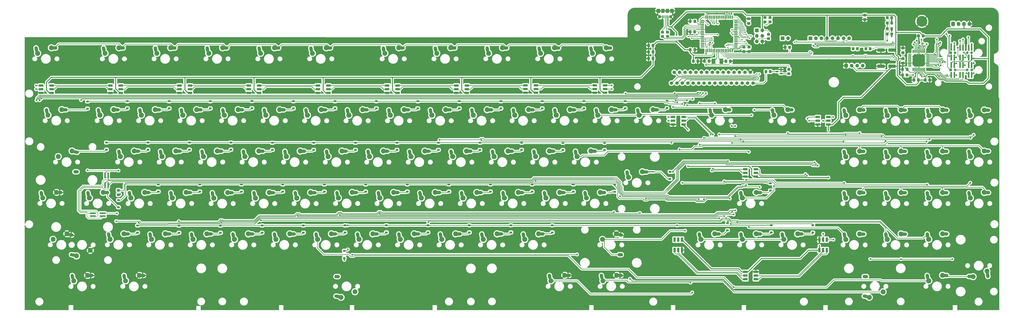
<source format=gtl>
%TF.GenerationSoftware,KiCad,Pcbnew,8.0.5*%
%TF.CreationDate,2025-03-31T08:28:51+02:00*%
%TF.ProjectId,A500KB,41353030-4b42-42e6-9b69-6361645f7063,5a*%
%TF.SameCoordinates,Original*%
%TF.FileFunction,Copper,L1,Top*%
%TF.FilePolarity,Positive*%
%FSLAX46Y46*%
G04 Gerber Fmt 4.6, Leading zero omitted, Abs format (unit mm)*
G04 Created by KiCad (PCBNEW 8.0.5) date 2025-03-31 08:28:51*
%MOMM*%
%LPD*%
G01*
G04 APERTURE LIST*
G04 Aperture macros list*
%AMRoundRect*
0 Rectangle with rounded corners*
0 $1 Rounding radius*
0 $2 $3 $4 $5 $6 $7 $8 $9 X,Y pos of 4 corners*
0 Add a 4 corners polygon primitive as box body*
4,1,4,$2,$3,$4,$5,$6,$7,$8,$9,$2,$3,0*
0 Add four circle primitives for the rounded corners*
1,1,$1+$1,$2,$3*
1,1,$1+$1,$4,$5*
1,1,$1+$1,$6,$7*
1,1,$1+$1,$8,$9*
0 Add four rect primitives between the rounded corners*
20,1,$1+$1,$2,$3,$4,$5,0*
20,1,$1+$1,$4,$5,$6,$7,0*
20,1,$1+$1,$6,$7,$8,$9,0*
20,1,$1+$1,$8,$9,$2,$3,0*%
%AMHorizOval*
0 Thick line with rounded ends*
0 $1 width*
0 $2 $3 position (X,Y) of the first rounded end (center of the circle)*
0 $4 $5 position (X,Y) of the second rounded end (center of the circle)*
0 Add line between two ends*
20,1,$1,$2,$3,$4,$5,0*
0 Add two circle primitives to create the rounded ends*
1,1,$1,$2,$3*
1,1,$1,$4,$5*%
G04 Aperture macros list end*
%TA.AperFunction,Conductor*%
%ADD10C,0.200000*%
%TD*%
%TA.AperFunction,ComponentPad*%
%ADD11HorizOval,1.524000X0.086824X-0.492404X-0.086824X0.492404X0*%
%TD*%
%TA.AperFunction,ComponentPad*%
%ADD12C,2.250000*%
%TD*%
%TA.AperFunction,ComponentPad*%
%ADD13O,2.524000X1.524000*%
%TD*%
%TA.AperFunction,SMDPad,CuDef*%
%ADD14RoundRect,0.137533X-1.362467X-0.124467X1.362467X-0.124467X1.362467X0.124467X-1.362467X0.124467X0*%
%TD*%
%TA.AperFunction,ComponentPad*%
%ADD15O,2.250000X2.250000*%
%TD*%
%TA.AperFunction,ComponentPad*%
%ADD16C,2.350000*%
%TD*%
%TA.AperFunction,ComponentPad*%
%ADD17HorizOval,1.524000X0.490814X-0.095404X-0.490814X0.095404X0*%
%TD*%
%TA.AperFunction,ComponentPad*%
%ADD18HorizOval,1.524000X-0.490814X0.095404X0.490814X-0.095404X0*%
%TD*%
%TA.AperFunction,ComponentPad*%
%ADD19HorizOval,1.524000X-0.086824X0.492404X0.086824X-0.492404X0*%
%TD*%
%TA.AperFunction,SMDPad,CuDef*%
%ADD20RoundRect,0.250000X-0.450000X0.325000X-0.450000X-0.325000X0.450000X-0.325000X0.450000X0.325000X0*%
%TD*%
%TA.AperFunction,SMDPad,CuDef*%
%ADD21RoundRect,0.150000X0.587500X0.150000X-0.587500X0.150000X-0.587500X-0.150000X0.587500X-0.150000X0*%
%TD*%
%TA.AperFunction,SMDPad,CuDef*%
%ADD22RoundRect,0.250000X0.450000X-0.350000X0.450000X0.350000X-0.450000X0.350000X-0.450000X-0.350000X0*%
%TD*%
%TA.AperFunction,SMDPad,CuDef*%
%ADD23RoundRect,0.250000X-0.350000X-0.450000X0.350000X-0.450000X0.350000X0.450000X-0.350000X0.450000X0*%
%TD*%
%TA.AperFunction,SMDPad,CuDef*%
%ADD24RoundRect,0.250000X-0.337500X-0.475000X0.337500X-0.475000X0.337500X0.475000X-0.337500X0.475000X0*%
%TD*%
%TA.AperFunction,SMDPad,CuDef*%
%ADD25RoundRect,0.250000X-0.475000X0.337500X-0.475000X-0.337500X0.475000X-0.337500X0.475000X0.337500X0*%
%TD*%
%TA.AperFunction,ComponentPad*%
%ADD26R,1.700000X1.700000*%
%TD*%
%TA.AperFunction,ComponentPad*%
%ADD27O,1.700000X1.700000*%
%TD*%
%TA.AperFunction,SMDPad,CuDef*%
%ADD28R,1.500000X0.550000*%
%TD*%
%TA.AperFunction,SMDPad,CuDef*%
%ADD29R,0.550000X1.500000*%
%TD*%
%TA.AperFunction,SMDPad,CuDef*%
%ADD30R,1.700000X2.400000*%
%TD*%
%TA.AperFunction,SMDPad,CuDef*%
%ADD31R,0.800000X2.750000*%
%TD*%
%TA.AperFunction,ComponentPad*%
%ADD32C,1.600000*%
%TD*%
%TA.AperFunction,SMDPad,CuDef*%
%ADD33RoundRect,0.225000X-0.375000X0.225000X-0.375000X-0.225000X0.375000X-0.225000X0.375000X0.225000X0*%
%TD*%
%TA.AperFunction,SMDPad,CuDef*%
%ADD34RoundRect,0.250000X0.350000X0.450000X-0.350000X0.450000X-0.350000X-0.450000X0.350000X-0.450000X0*%
%TD*%
%TA.AperFunction,SMDPad,CuDef*%
%ADD35RoundRect,0.075000X0.662500X0.075000X-0.662500X0.075000X-0.662500X-0.075000X0.662500X-0.075000X0*%
%TD*%
%TA.AperFunction,SMDPad,CuDef*%
%ADD36RoundRect,0.075000X0.075000X0.662500X-0.075000X0.662500X-0.075000X-0.662500X0.075000X-0.662500X0*%
%TD*%
%TA.AperFunction,HeatsinkPad*%
%ADD37C,0.500000*%
%TD*%
%TA.AperFunction,HeatsinkPad*%
%ADD38R,5.000000X5.000000*%
%TD*%
%TA.AperFunction,SMDPad,CuDef*%
%ADD39RoundRect,0.250000X0.337500X0.475000X-0.337500X0.475000X-0.337500X-0.475000X0.337500X-0.475000X0*%
%TD*%
%TA.AperFunction,SMDPad,CuDef*%
%ADD40RoundRect,0.250000X0.475000X-0.337500X0.475000X0.337500X-0.475000X0.337500X-0.475000X-0.337500X0*%
%TD*%
%TA.AperFunction,SMDPad,CuDef*%
%ADD41R,0.400000X1.350000*%
%TD*%
%TA.AperFunction,ComponentPad*%
%ADD42O,1.200000X1.900000*%
%TD*%
%TA.AperFunction,SMDPad,CuDef*%
%ADD43R,1.200000X1.900000*%
%TD*%
%TA.AperFunction,ComponentPad*%
%ADD44C,1.450000*%
%TD*%
%TA.AperFunction,SMDPad,CuDef*%
%ADD45R,1.500000X1.900000*%
%TD*%
%TA.AperFunction,SMDPad,CuDef*%
%ADD46R,2.750000X0.800000*%
%TD*%
%TA.AperFunction,SMDPad,CuDef*%
%ADD47R,2.000000X1.100000*%
%TD*%
%TA.AperFunction,SMDPad,CuDef*%
%ADD48RoundRect,0.250000X1.412500X0.550000X-1.412500X0.550000X-1.412500X-0.550000X1.412500X-0.550000X0*%
%TD*%
%TA.AperFunction,ComponentPad*%
%ADD49C,2.900000*%
%TD*%
%TA.AperFunction,ConnectorPad*%
%ADD50C,5.000000*%
%TD*%
%TA.AperFunction,SMDPad,CuDef*%
%ADD51R,1.100000X2.000000*%
%TD*%
%TA.AperFunction,ComponentPad*%
%ADD52RoundRect,0.250000X-0.600000X-0.725000X0.600000X-0.725000X0.600000X0.725000X-0.600000X0.725000X0*%
%TD*%
%TA.AperFunction,ComponentPad*%
%ADD53O,1.700000X1.950000*%
%TD*%
%TA.AperFunction,ComponentPad*%
%ADD54R,1.200000X1.200000*%
%TD*%
%TA.AperFunction,ComponentPad*%
%ADD55C,1.200000*%
%TD*%
%TA.AperFunction,ViaPad*%
%ADD56C,0.800000*%
%TD*%
%TA.AperFunction,ViaPad*%
%ADD57C,0.600000*%
%TD*%
%TA.AperFunction,ViaPad*%
%ADD58C,1.200000*%
%TD*%
%TA.AperFunction,Conductor*%
%ADD59C,0.250000*%
%TD*%
%TA.AperFunction,Conductor*%
%ADD60C,0.400000*%
%TD*%
G04 APERTURE END LIST*
D10*
%TO.N,GND*%
X339548400Y-227004200D02*
X339550000Y-228800000D01*
%TD*%
D11*
%TO.P,MX70,1,COL*%
%TO.N,/Y1=28*%
X302539224Y-298790004D03*
D12*
X303142400Y-300757600D03*
%TO.P,MX70,2,ROW*%
%TO.N,Net-(D50-A)*%
X309492400Y-298217600D03*
D13*
X310952400Y-298297600D03*
D14*
X313552400Y-298267600D03*
D11*
%TO.P,MX70,3,COL*%
%TO.N,/Y2=27*%
X283223224Y-308319004D03*
D15*
X283826400Y-310286600D03*
D12*
%TO.P,MX70,4,ROW*%
%TO.N,Net-(D36-A)*%
X290176400Y-307746600D03*
D13*
X291636400Y-307826600D03*
%TD*%
D11*
%TO.P,MX1,1,COL*%
%TO.N,/Y14=15*%
X31045224Y-241720004D03*
D16*
X31648400Y-243687600D03*
D12*
%TO.P,MX1,2,ROW*%
%TO.N,/X2=7*%
X37998400Y-241147600D03*
D13*
X39458400Y-241227600D03*
%TD*%
D11*
%TO.P,MX2,1,COL*%
%TO.N,/Y14=15*%
X35820424Y-270168004D03*
D12*
X36423600Y-272135600D03*
%TO.P,MX2,2,ROW*%
%TO.N,Net-(D54-A)*%
X42773600Y-269595600D03*
D13*
X44233600Y-269675600D03*
%TD*%
D11*
%TO.P,MX4,1,COL*%
%TO.N,MISO*%
X33411624Y-308289604D03*
D12*
X34014800Y-310257200D03*
%TO.P,MX4,2,ROW*%
%TO.N,GND*%
X40364800Y-307717200D03*
D13*
X41824800Y-307797200D03*
%TD*%
D11*
%TO.P,MX6,1,COL*%
%TO.N,/LALT*%
X47678024Y-346491204D03*
D12*
X48281200Y-348458800D03*
%TO.P,MX6,2,ROW*%
%TO.N,GND*%
X54631200Y-345918800D03*
D13*
X56091200Y-345998800D03*
%TD*%
D11*
%TO.P,MX8,1,COL*%
%TO.N,/Y13=16*%
X59696424Y-270168004D03*
D16*
X60299600Y-272135600D03*
D12*
%TO.P,MX8,2,ROW*%
%TO.N,Net-(D55-A)*%
X66649600Y-269595600D03*
D13*
X68109600Y-269675600D03*
%TD*%
D11*
%TO.P,MX10,1,COL*%
%TO.N,/Y14=15*%
X54849224Y-308289604D03*
D16*
X55452400Y-310257200D03*
D12*
%TO.P,MX10,2,ROW*%
%TO.N,Net-(D24-A)*%
X61802400Y-307717200D03*
D13*
X63262400Y-307797200D03*
%TD*%
D11*
%TO.P,MX12,1,COL*%
%TO.N,/LAMI*%
X71482024Y-346469604D03*
D12*
X72085200Y-348437200D03*
%TO.P,MX12,2,ROW*%
%TO.N,GND*%
X78435200Y-345897200D03*
D13*
X79895200Y-345977200D03*
%TD*%
D11*
%TO.P,MX13,1,COL*%
%TO.N,/Y11=18*%
X85858424Y-241720004D03*
D12*
X86461600Y-243687600D03*
%TO.P,MX13,2,ROW*%
%TO.N,/X2=7*%
X92811600Y-241147600D03*
D13*
X94271600Y-241227600D03*
%TD*%
D11*
%TO.P,MX14,1,COL*%
%TO.N,/Y12=17*%
X78746424Y-270168004D03*
D16*
X79349600Y-272135600D03*
D12*
%TO.P,MX14,2,ROW*%
%TO.N,Net-(D56-A)*%
X85699600Y-269595600D03*
D13*
X87159600Y-269675600D03*
%TD*%
D11*
%TO.P,MX16,1,COL*%
%TO.N,/Y13=16*%
X73920424Y-308318804D03*
D16*
X74523600Y-310286400D03*
D12*
%TO.P,MX16,2,ROW*%
%TO.N,Net-(D25-A)*%
X80873600Y-307746400D03*
D13*
X82333600Y-307826400D03*
%TD*%
D11*
%TO.P,MX17,1,COL*%
%TO.N,/Y13=16*%
X83420024Y-327368804D03*
D16*
X84023200Y-329336400D03*
D12*
%TO.P,MX17,2,ROW*%
%TO.N,Net-(D9-A)*%
X90373200Y-326796400D03*
D13*
X91833200Y-326876400D03*
%TD*%
D11*
%TO.P,MX18,1,COL*%
%TO.N,/Y10=19*%
X109683624Y-241720004D03*
D12*
X110286800Y-243687600D03*
%TO.P,MX18,2,ROW*%
%TO.N,/X2=7*%
X116636800Y-241147600D03*
D13*
X118096800Y-241227600D03*
%TD*%
D11*
%TO.P,MX19,1,COL*%
%TO.N,/Y11=18*%
X97796424Y-270168004D03*
D16*
X98399600Y-272135600D03*
D12*
%TO.P,MX19,2,ROW*%
%TO.N,Net-(D57-A)*%
X104749600Y-269595600D03*
D13*
X106209600Y-269675600D03*
%TD*%
D11*
%TO.P,MX20,1,COL*%
%TO.N,/Y11=18*%
X107245224Y-289243404D03*
D16*
X107848400Y-291211000D03*
D12*
%TO.P,MX20,2,ROW*%
%TO.N,Net-(D40-A)*%
X114198400Y-288671000D03*
D13*
X115658400Y-288751000D03*
%TD*%
D11*
%TO.P,MX21,1,COL*%
%TO.N,/Y12=17*%
X92970424Y-308318804D03*
D16*
X93573600Y-310286400D03*
D12*
%TO.P,MX21,2,ROW*%
%TO.N,Net-(D26-A)*%
X99923600Y-307746400D03*
D13*
X101383600Y-307826400D03*
%TD*%
D11*
%TO.P,MX22,1,COL*%
%TO.N,/Y12=17*%
X102470024Y-327368804D03*
D16*
X103073200Y-329336400D03*
D12*
%TO.P,MX22,2,ROW*%
%TO.N,Net-(D10-A)*%
X109423200Y-326796400D03*
D13*
X110883200Y-326876400D03*
%TD*%
D11*
%TO.P,MX23,1,COL*%
%TO.N,/Y9=20*%
X133508824Y-241720004D03*
D12*
X134112000Y-243687600D03*
%TO.P,MX23,2,ROW*%
%TO.N,/X2=7*%
X140462000Y-241147600D03*
D13*
X141922000Y-241227600D03*
%TD*%
D11*
%TO.P,MX24,1,COL*%
%TO.N,/Y10=19*%
X116846424Y-270168004D03*
D16*
X117449600Y-272135600D03*
D12*
%TO.P,MX24,2,ROW*%
%TO.N,Net-(D58-A)*%
X123799600Y-269595600D03*
D13*
X125259600Y-269675600D03*
%TD*%
D11*
%TO.P,MX25,1,COL*%
%TO.N,/Y10=19*%
X126295224Y-289268804D03*
D16*
X126898400Y-291236400D03*
D12*
%TO.P,MX25,2,ROW*%
%TO.N,Net-(D41-A)*%
X133248400Y-288696400D03*
D13*
X134708400Y-288776400D03*
%TD*%
D11*
%TO.P,MX26,1,COL*%
%TO.N,/Y11=18*%
X112041624Y-308340404D03*
D16*
X112644800Y-310308000D03*
D12*
%TO.P,MX26,2,ROW*%
%TO.N,Net-(D27-A)*%
X118994800Y-307768000D03*
D13*
X120454800Y-307848000D03*
%TD*%
D11*
%TO.P,MX27,1,COL*%
%TO.N,/Y11=18*%
X121520024Y-327368804D03*
D16*
X122123200Y-329336400D03*
D12*
%TO.P,MX27,2,ROW*%
%TO.N,Net-(D11-A)*%
X128473200Y-326796400D03*
D13*
X129933200Y-326876400D03*
%TD*%
D11*
%TO.P,MX28,1,COL*%
%TO.N,/Y8=21*%
X157334024Y-241720004D03*
D12*
X157937200Y-243687600D03*
%TO.P,MX28,2,ROW*%
%TO.N,/X2=7*%
X164287200Y-241147600D03*
D13*
X165747200Y-241227600D03*
%TD*%
D11*
%TO.P,MX30,1,COL*%
%TO.N,/Y9=20*%
X145345224Y-289268804D03*
D16*
X145948400Y-291236400D03*
D12*
%TO.P,MX30,2,ROW*%
%TO.N,Net-(D42-A)*%
X152298400Y-288696400D03*
D13*
X153758400Y-288776400D03*
%TD*%
D11*
%TO.P,MX32,1,COL*%
%TO.N,/Y10=19*%
X140570024Y-327368804D03*
D16*
X141173200Y-329336400D03*
D12*
%TO.P,MX32,2,ROW*%
%TO.N,Net-(D12-A)*%
X147523200Y-326796400D03*
D13*
X148983200Y-326876400D03*
%TD*%
D11*
%TO.P,MX34,1,COL*%
%TO.N,/Y6=23*%
X190608024Y-241720004D03*
D12*
X191211200Y-243687600D03*
%TO.P,MX34,2,ROW*%
%TO.N,/X2=7*%
X197561200Y-241147600D03*
D13*
X199021200Y-241227600D03*
%TD*%
D11*
%TO.P,MX35,1,COL*%
%TO.N,/Y8=21*%
X154997224Y-270218804D03*
D16*
X155600400Y-272186400D03*
D12*
%TO.P,MX35,2,ROW*%
%TO.N,Net-(D60-A)*%
X161950400Y-269646400D03*
D13*
X163410400Y-269726400D03*
%TD*%
D11*
%TO.P,MX37,1,COL*%
%TO.N,/Y9=20*%
X150150024Y-308340404D03*
D16*
X150753200Y-310308000D03*
D12*
%TO.P,MX37,2,ROW*%
%TO.N,Net-(D29-A)*%
X157103200Y-307768000D03*
D13*
X158563200Y-307848000D03*
%TD*%
D11*
%TO.P,MX38,1,COL*%
%TO.N,/Y9=20*%
X159670824Y-327368804D03*
D16*
X160274000Y-329336400D03*
D12*
%TO.P,MX38,2,ROW*%
%TO.N,Net-(D14-A)*%
X166624000Y-326796400D03*
D13*
X168084000Y-326876400D03*
%TD*%
D11*
%TO.P,MX39,1,COL*%
%TO.N,/Y4=25*%
X214433224Y-241720004D03*
D12*
X215036400Y-243687600D03*
%TO.P,MX39,2,ROW*%
%TO.N,/X2=7*%
X221386400Y-241147600D03*
D13*
X222846400Y-241227600D03*
%TD*%
D11*
%TO.P,MX40,1,COL*%
%TO.N,/Y7=22*%
X174047224Y-270218804D03*
D16*
X174650400Y-272186400D03*
D12*
%TO.P,MX40,2,ROW*%
%TO.N,Net-(D61-A)*%
X181000400Y-269646400D03*
D13*
X182460400Y-269726400D03*
%TD*%
D11*
%TO.P,MX41,1,COL*%
%TO.N,/Y7=22*%
X183546824Y-289268804D03*
D16*
X184150000Y-291236400D03*
D12*
%TO.P,MX41,2,ROW*%
%TO.N,Net-(D44-A)*%
X190500000Y-288696400D03*
D13*
X191960000Y-288776400D03*
%TD*%
D11*
%TO.P,MX42,1,COL*%
%TO.N,/Y8=21*%
X169221224Y-308318804D03*
D16*
X169824400Y-310286400D03*
D12*
%TO.P,MX42,2,ROW*%
%TO.N,Net-(D30-A)*%
X176174400Y-307746400D03*
D13*
X177634400Y-307826400D03*
%TD*%
D11*
%TO.P,MX43,1,COL*%
%TO.N,/Y8=21*%
X178699624Y-327368804D03*
D16*
X179302800Y-329336400D03*
D12*
%TO.P,MX43,2,ROW*%
%TO.N,Net-(D15-A)*%
X185652800Y-326796400D03*
D13*
X187112800Y-326876400D03*
%TD*%
D11*
%TO.P,MX45,1,COL*%
%TO.N,/Y6=23*%
X193097224Y-270218804D03*
D16*
X193700400Y-272186400D03*
D12*
%TO.P,MX45,2,ROW*%
%TO.N,Net-(D62-A)*%
X200050400Y-269646400D03*
D13*
X201510400Y-269726400D03*
%TD*%
D11*
%TO.P,MX46,1,COL*%
%TO.N,/Y6=23*%
X202596824Y-289268804D03*
D16*
X203200000Y-291236400D03*
D12*
%TO.P,MX46,2,ROW*%
%TO.N,Net-(D45-A)*%
X209550000Y-288696400D03*
D13*
X211010000Y-288776400D03*
%TD*%
D11*
%TO.P,MX47,1,COL*%
%TO.N,/Y7=22*%
X188271224Y-308318804D03*
D16*
X188874400Y-310286400D03*
D12*
%TO.P,MX47,2,ROW*%
%TO.N,Net-(D31-A)*%
X195224400Y-307746400D03*
D13*
X196684400Y-307826400D03*
%TD*%
D11*
%TO.P,MX49,1,COL*%
%TO.N,/Y2=27*%
X262104824Y-241741604D03*
D12*
X262708000Y-243709200D03*
%TO.P,MX49,2,ROW*%
%TO.N,/X2=7*%
X269058000Y-241169200D03*
D13*
X270518000Y-241249200D03*
%TD*%
D11*
%TO.P,MX50,1,COL*%
%TO.N,/Y5=24*%
X212198024Y-270218804D03*
D16*
X212801200Y-272186400D03*
D12*
%TO.P,MX50,2,ROW*%
%TO.N,Net-(D63-A)*%
X219151200Y-269646400D03*
D13*
X220611200Y-269726400D03*
%TD*%
D11*
%TO.P,MX51,1,COL*%
%TO.N,/Y5=24*%
X221697624Y-289268804D03*
D16*
X222300800Y-291236400D03*
D12*
%TO.P,MX51,2,ROW*%
%TO.N,Net-(D46-A)*%
X228650800Y-288696400D03*
D13*
X230110800Y-288776400D03*
%TD*%
D11*
%TO.P,MX52,1,COL*%
%TO.N,/Y6=23*%
X207372024Y-308318804D03*
D16*
X207975200Y-310286400D03*
D12*
%TO.P,MX52,2,ROW*%
%TO.N,Net-(D32-A)*%
X214325200Y-307746400D03*
D13*
X215785200Y-307826400D03*
%TD*%
D11*
%TO.P,MX53,1,COL*%
%TO.N,/Y6=23*%
X216770024Y-327368804D03*
D16*
X217373200Y-329336400D03*
D12*
%TO.P,MX53,2,ROW*%
%TO.N,Net-(D17-A)*%
X223723200Y-326796400D03*
D13*
X225183200Y-326876400D03*
%TD*%
D11*
%TO.P,MX54,1,COL*%
%TO.N,/Y1=28*%
X285908824Y-241720004D03*
D12*
X286512000Y-243687600D03*
%TO.P,MX54,2,ROW*%
%TO.N,/X2=7*%
X292862000Y-241147600D03*
D13*
X294322000Y-241227600D03*
%TD*%
D11*
%TO.P,MX55,1,COL*%
%TO.N,/Y4=25*%
X231248024Y-270218804D03*
D16*
X231851200Y-272186400D03*
D12*
%TO.P,MX55,2,ROW*%
%TO.N,Net-(D64-A)*%
X238201200Y-269646400D03*
D13*
X239661200Y-269726400D03*
%TD*%
D11*
%TO.P,MX56,1,COL*%
%TO.N,/Y4=25*%
X240747624Y-289268804D03*
D16*
X241350800Y-291236400D03*
D12*
%TO.P,MX56,2,ROW*%
%TO.N,Net-(D47-A)*%
X247700800Y-288696400D03*
D13*
X249160800Y-288776400D03*
%TD*%
D11*
%TO.P,MX57,1,COL*%
%TO.N,/Y5=24*%
X226472824Y-308318804D03*
D16*
X227076000Y-310286400D03*
D12*
%TO.P,MX57,2,ROW*%
%TO.N,Net-(D33-A)*%
X233426000Y-307746400D03*
D13*
X234886000Y-307826400D03*
%TD*%
D11*
%TO.P,MX58,1,COL*%
%TO.N,/Y5=24*%
X235820024Y-327368804D03*
D16*
X236423200Y-329336400D03*
D12*
%TO.P,MX58,2,ROW*%
%TO.N,Net-(D18-A)*%
X242773200Y-326796400D03*
D13*
X244233200Y-326876400D03*
%TD*%
D11*
%TO.P,MX59,1,COL*%
%TO.N,MOSI*%
X266888424Y-346440404D03*
D12*
X267491600Y-348408000D03*
%TO.P,MX59,2,ROW*%
%TO.N,GND*%
X273841600Y-345868000D03*
D13*
X275301600Y-345948000D03*
%TD*%
D11*
%TO.P,MX60,1,COL*%
%TO.N,/Y3=26*%
X250298024Y-270218804D03*
D16*
X250901200Y-272186400D03*
D12*
%TO.P,MX60,2,ROW*%
%TO.N,Net-(D65-A)*%
X257251200Y-269646400D03*
D13*
X258711200Y-269726400D03*
%TD*%
D11*
%TO.P,MX61,1,COL*%
%TO.N,/Y3=26*%
X259797624Y-289268804D03*
D16*
X260400800Y-291236400D03*
D12*
%TO.P,MX61,2,ROW*%
%TO.N,Net-(D48-A)*%
X266750800Y-288696400D03*
D13*
X268210800Y-288776400D03*
%TD*%
D11*
%TO.P,MX62,1,COL*%
%TO.N,/Y4=25*%
X245522824Y-308318804D03*
D16*
X246126000Y-310286400D03*
D12*
%TO.P,MX62,2,ROW*%
%TO.N,Net-(D34-A)*%
X252476000Y-307746400D03*
D13*
X253936000Y-307826400D03*
%TD*%
D11*
%TO.P,MX63,1,COL*%
%TO.N,/Y4=25*%
X254870024Y-327368804D03*
D16*
X255473200Y-329336400D03*
D12*
%TO.P,MX63,2,ROW*%
%TO.N,Net-(D19-A)*%
X261823200Y-326796400D03*
D13*
X263283200Y-326876400D03*
%TD*%
D11*
%TO.P,MX64,1,COL*%
%TO.N,SCLK*%
X290764424Y-346440404D03*
D12*
X291367600Y-348408000D03*
%TO.P,MX64,2,ROW*%
%TO.N,GND*%
X297717600Y-345868000D03*
D13*
X299177600Y-345948000D03*
%TD*%
D11*
%TO.P,MX65,1,COL*%
%TO.N,/Y2=27*%
X269348024Y-270218804D03*
D16*
X269951200Y-272186400D03*
D12*
%TO.P,MX65,2,ROW*%
%TO.N,Net-(D66-A)*%
X276301200Y-269646400D03*
D13*
X277761200Y-269726400D03*
%TD*%
D11*
%TO.P,MX67,1,COL*%
%TO.N,/Y3=26*%
X264572824Y-308318804D03*
D16*
X265176000Y-310286400D03*
D12*
%TO.P,MX67,2,ROW*%
%TO.N,Net-(D35-A)*%
X271526000Y-307746400D03*
D13*
X272986000Y-307826400D03*
%TD*%
D12*
%TO.P,MX68,1,COL*%
%TO.N,/RSHFT*%
X291185600Y-329336400D03*
D13*
X299345600Y-336376400D03*
D12*
%TO.P,MX68,2,ROW*%
%TO.N,GND*%
X297535600Y-326796400D03*
D17*
X299354786Y-327280996D03*
%TD*%
D11*
%TO.P,MX69,1,COL*%
%TO.N,/Y1=28*%
X288398024Y-270218804D03*
D16*
X289001200Y-272186400D03*
D12*
%TO.P,MX69,2,ROW*%
%TO.N,Net-(D67-A)*%
X295351200Y-269646400D03*
D13*
X296811200Y-269726400D03*
%TD*%
D11*
%TO.P,MX72,1,COL*%
%TO.N,/Y1=28*%
X307448024Y-270218804D03*
D16*
X308051200Y-272186400D03*
D12*
%TO.P,MX72,2,ROW*%
%TO.N,Net-(D68-A)*%
X314401200Y-269646400D03*
D13*
X315861200Y-269726400D03*
%TD*%
D11*
%TO.P,MX73,1,COL*%
%TO.N,/Y1=28*%
X340700824Y-270218804D03*
D12*
X341304000Y-272186400D03*
%TO.P,MX73,2,ROW*%
%TO.N,/X5=2*%
X347654000Y-269646400D03*
D13*
X349114000Y-269726400D03*
%TD*%
D11*
%TO.P,MX74,1,COL*%
%TO.N,/Y0=29*%
X335743624Y-327368804D03*
D16*
X336346800Y-329336400D03*
D12*
%TO.P,MX74,2,ROW*%
%TO.N,Net-(D21-A)*%
X342696800Y-326796400D03*
D13*
X344156800Y-326876400D03*
%TD*%
D11*
%TO.P,MX75,1,COL*%
%TO.N,/Y0=29*%
X354793624Y-308318804D03*
D16*
X355396800Y-310286400D03*
D12*
%TO.P,MX75,2,ROW*%
%TO.N,Net-(D22-A)*%
X361746800Y-307746400D03*
D13*
X363206800Y-307826400D03*
%TD*%
D11*
%TO.P,MX76,1,COL*%
%TO.N,/Y0=29*%
X354823224Y-327368804D03*
D16*
X355426400Y-329336400D03*
D12*
%TO.P,MX76,2,ROW*%
%TO.N,Net-(D23-A)*%
X361776400Y-326796400D03*
D13*
X363236400Y-326876400D03*
%TD*%
D11*
%TO.P,MX77,1,COL*%
%TO.N,/Y0=29*%
X369301224Y-270218804D03*
D12*
X369904400Y-272186400D03*
%TO.P,MX77,2,ROW*%
%TO.N,/X2=7*%
X376254400Y-269646400D03*
D13*
X377714400Y-269726400D03*
%TD*%
D11*
%TO.P,MX78,1,COL*%
%TO.N,/Y0=29*%
X373843624Y-327368804D03*
D16*
X374446800Y-329336400D03*
D12*
%TO.P,MX78,2,ROW*%
%TO.N,Net-(D20-A)*%
X380796800Y-326796400D03*
D13*
X382256800Y-326876400D03*
%TD*%
D11*
%TO.P,MX79,1,COL*%
%TO.N,/Y13=16*%
X402291624Y-270269604D03*
D16*
X402894800Y-272237200D03*
D12*
%TO.P,MX79,2,ROW*%
%TO.N,/X2=7*%
X409244800Y-269697200D03*
D13*
X410704800Y-269777200D03*
%TD*%
D11*
%TO.P,MX80,1,COL*%
%TO.N,/Y4=25*%
X402291624Y-289319604D03*
D16*
X402894800Y-291287200D03*
D12*
%TO.P,MX80,2,ROW*%
%TO.N,/X7=4*%
X409244800Y-288747200D03*
D13*
X410704800Y-288827200D03*
%TD*%
D11*
%TO.P,MX81,1,COL*%
%TO.N,/Y3=26*%
X402291624Y-308369604D03*
D16*
X402894800Y-310337200D03*
D12*
%TO.P,MX81,2,ROW*%
%TO.N,/X7=4*%
X409244800Y-307797200D03*
D13*
X410704800Y-307877200D03*
%TD*%
D11*
%TO.P,MX82,1,COL*%
%TO.N,/Y2=27*%
X402321224Y-327390404D03*
D16*
X402924400Y-329358000D03*
D12*
%TO.P,MX82,2,ROW*%
%TO.N,/X7=4*%
X409274400Y-326818000D03*
D13*
X410734400Y-326898000D03*
%TD*%
D12*
%TO.P,MX83,1,COL*%
%TO.N,/Y1=28*%
X420084250Y-353491800D03*
D13*
X411924250Y-346451800D03*
D12*
%TO.P,MX83,2,ROW*%
%TO.N,/X7=4*%
X413734250Y-356031800D03*
D18*
X411915064Y-355547204D03*
%TD*%
D11*
%TO.P,MX85,1,COL*%
%TO.N,/Y8=21*%
X421341624Y-289319604D03*
D16*
X421944800Y-291287200D03*
D12*
%TO.P,MX85,2,ROW*%
%TO.N,/X7=4*%
X428294800Y-288747200D03*
D13*
X429754800Y-288827200D03*
%TD*%
D11*
%TO.P,MX86,1,COL*%
%TO.N,/Y7=22*%
X421341624Y-308369604D03*
D16*
X421944800Y-310337200D03*
D12*
%TO.P,MX86,2,ROW*%
%TO.N,/X7=4*%
X428294800Y-307797200D03*
D13*
X429754800Y-307877200D03*
%TD*%
D11*
%TO.P,MX87,1,COL*%
%TO.N,/Y6=23*%
X421371224Y-327390404D03*
D16*
X421974400Y-329358000D03*
D12*
%TO.P,MX87,2,ROW*%
%TO.N,/X7=4*%
X428324400Y-326818000D03*
D13*
X429784400Y-326898000D03*
%TD*%
D11*
%TO.P,MX88,1,COL*%
%TO.N,/Y5=24*%
X440493224Y-270320404D03*
D16*
X441096400Y-272288000D03*
D12*
%TO.P,MX88,2,ROW*%
%TO.N,/X2=7*%
X447446400Y-269748000D03*
D13*
X448906400Y-269828000D03*
%TD*%
D11*
%TO.P,MX89,1,COL*%
%TO.N,/Y12=17*%
X440391624Y-289319604D03*
D16*
X440994800Y-291287200D03*
D12*
%TO.P,MX89,2,ROW*%
%TO.N,/X7=4*%
X447344800Y-288747200D03*
D13*
X448804800Y-288827200D03*
%TD*%
D11*
%TO.P,MX90,1,COL*%
%TO.N,/Y11=18*%
X440442424Y-308369604D03*
D16*
X441045600Y-310337200D03*
D12*
%TO.P,MX90,2,ROW*%
%TO.N,/X7=4*%
X447395600Y-307797200D03*
D13*
X448855600Y-307877200D03*
%TD*%
D11*
%TO.P,MX91,1,COL*%
%TO.N,/Y10=19*%
X440442424Y-327368804D03*
D16*
X441045600Y-329336400D03*
D12*
%TO.P,MX91,2,ROW*%
%TO.N,/X7=4*%
X447395600Y-326796400D03*
D13*
X448855600Y-326876400D03*
%TD*%
D11*
%TO.P,MX92,1,COL*%
%TO.N,/Y9=20*%
X440421224Y-346440404D03*
D16*
X441024400Y-348408000D03*
D12*
%TO.P,MX92,2,ROW*%
%TO.N,/X7=4*%
X447374400Y-345868000D03*
D13*
X448834400Y-345948000D03*
%TD*%
D11*
%TO.P,MX93,1,COL*%
%TO.N,/Y14=15*%
X459594024Y-270320404D03*
D16*
X460197200Y-272288000D03*
D12*
%TO.P,MX93,2,ROW*%
%TO.N,/X7=4*%
X466547200Y-269748000D03*
D13*
X468007200Y-269828000D03*
%TD*%
D11*
%TO.P,MX94,1,COL*%
%TO.N,/Y0=29*%
X459594024Y-289268804D03*
D16*
X460197200Y-291236400D03*
D12*
%TO.P,MX94,2,ROW*%
%TO.N,/X7=4*%
X466547200Y-288696400D03*
D13*
X468007200Y-288776400D03*
%TD*%
D11*
%TO.P,MX95,1,COL*%
%TO.N,/Y13=16*%
X459594024Y-308318804D03*
D16*
X460197200Y-310286400D03*
D12*
%TO.P,MX95,2,ROW*%
%TO.N,/X7=4*%
X466547200Y-307746400D03*
D13*
X468007200Y-307826400D03*
%TD*%
D19*
%TO.P,MX96,1,COL*%
%TO.N,/Y5=24*%
X468144976Y-345934396D03*
D12*
X467791800Y-343966800D03*
%TO.P,MX96,2,ROW*%
%TO.N,/X7=4*%
X461441800Y-346506800D03*
D13*
X459981800Y-346426800D03*
%TD*%
D11*
%TO.P,MX9,1,COL*%
%TO.N,/Y13=16*%
X69124024Y-289239604D03*
D16*
X69727200Y-291207200D03*
D12*
%TO.P,MX9,2,ROW*%
%TO.N,Net-(D38-A)*%
X76077200Y-288667200D03*
D13*
X77537200Y-288747200D03*
%TD*%
D11*
%TO.P,MX15,1,COL*%
%TO.N,/Y12=17*%
X88195224Y-289243404D03*
D16*
X88798400Y-291211000D03*
D12*
%TO.P,MX15,2,ROW*%
%TO.N,Net-(D39-A)*%
X95148400Y-288671000D03*
D13*
X96608400Y-288751000D03*
%TD*%
D11*
%TO.P,MX7,1,COL*%
%TO.N,/Y12=17*%
X62084024Y-241720004D03*
D12*
X62687200Y-243687600D03*
%TO.P,MX7,2,ROW*%
%TO.N,/X2=7*%
X69037200Y-241147600D03*
D13*
X70497200Y-241227600D03*
%TD*%
D12*
%TO.P,MX3,1,COL*%
%TO.N,/Y14=15*%
X41167050Y-291207200D03*
D13*
X49327050Y-298247200D03*
D12*
%TO.P,MX3,2,ROW*%
%TO.N,Net-(D37-A)*%
X47517050Y-288667200D03*
D17*
X49336236Y-289151796D03*
%TD*%
D11*
%TO.P,MX36,1,COL*%
%TO.N,/Y8=21*%
X164496824Y-289268804D03*
D16*
X165100000Y-291236400D03*
D12*
%TO.P,MX36,2,ROW*%
%TO.N,Net-(D43-A)*%
X171450000Y-288696400D03*
D13*
X172910000Y-288776400D03*
%TD*%
D11*
%TO.P,MX31,1,COL*%
%TO.N,/Y10=19*%
X131121224Y-308340404D03*
D16*
X131724400Y-310308000D03*
D12*
%TO.P,MX31,2,ROW*%
%TO.N,Net-(D28-A)*%
X138074400Y-307768000D03*
D13*
X139534400Y-307848000D03*
%TD*%
D11*
%TO.P,MX29,1,COL*%
%TO.N,/Y9=20*%
X135926024Y-270189604D03*
D16*
X136529200Y-272157200D03*
D12*
%TO.P,MX29,2,ROW*%
%TO.N,Net-(D59-A)*%
X142879200Y-269617200D03*
D13*
X144339200Y-269697200D03*
%TD*%
D11*
%TO.P,MX48,1,COL*%
%TO.N,/Y7=22*%
X197720024Y-327368804D03*
D16*
X198323200Y-329336400D03*
D12*
%TO.P,MX48,2,ROW*%
%TO.N,Net-(D16-A)*%
X204673200Y-326796400D03*
D13*
X206133200Y-326876400D03*
%TD*%
D11*
%TO.P,MX66,1,COL*%
%TO.N,/Y2=27*%
X278847624Y-289268804D03*
D16*
X279450800Y-291236400D03*
D12*
%TO.P,MX66,2,ROW*%
%TO.N,Net-(D49-A)*%
X285800800Y-288696400D03*
D13*
X287260800Y-288776400D03*
%TD*%
D11*
%TO.P,MX84,1,COL*%
%TO.N,/Y7=22*%
X421392424Y-270320404D03*
D16*
X421995600Y-272288000D03*
D12*
%TO.P,MX84,2,ROW*%
%TO.N,/X2=7*%
X428345600Y-269748000D03*
D13*
X429805600Y-269828000D03*
%TD*%
D11*
%TO.P,MX44,1,COL*%
%TO.N,/Y3=26*%
X238258424Y-241720004D03*
D12*
X238861600Y-243687600D03*
%TO.P,MX44,2,ROW*%
%TO.N,/X2=7*%
X245211600Y-241147600D03*
D13*
X246671600Y-241227600D03*
%TD*%
D20*
%TO.P,D2,1,K*%
%TO.N,CAPSLED*%
X68783200Y-306750000D03*
%TO.P,D2,2,A*%
%TO.N,+5V*%
X68783200Y-308800000D03*
%TD*%
D12*
%TO.P,MX33,1,COL*%
%TO.N,/Y2=27*%
X177469000Y-353441800D03*
D13*
X169259000Y-346451800D03*
D12*
%TO.P,MX33,2,ROW*%
%TO.N,Net-(D13-A)*%
X171069000Y-356031800D03*
D18*
X169249814Y-355547204D03*
%TD*%
D21*
%TO.P,Q1,1,B*%
%TO.N,Net-(Q1-B)*%
X373187500Y-253050000D03*
%TO.P,Q1,2,E*%
%TO.N,GND*%
X373187500Y-251150000D03*
%TO.P,Q1,3,C*%
%TO.N,Net-(Q1-C)*%
X371312500Y-252100000D03*
%TD*%
D22*
%TO.P,R1,1*%
%TO.N,Net-(Q1-B)*%
X376800000Y-253075000D03*
%TO.P,R1,2*%
%TO.N,CAPS*%
X376800000Y-251075000D03*
%TD*%
D23*
%TO.P,R2,1*%
%TO.N,CAPSLED*%
X366250000Y-252100000D03*
%TO.P,R2,2*%
%TO.N,Net-(Q1-C)*%
X368250000Y-252100000D03*
%TD*%
D24*
%TO.P,C5,1*%
%TO.N,GND*%
X331450000Y-233800000D03*
%TO.P,C5,2*%
%TO.N,Net-(U2-UCAP)*%
X333525000Y-233800000D03*
%TD*%
D25*
%TO.P,C6,1*%
%TO.N,GND*%
X358300000Y-227800000D03*
%TO.P,C6,2*%
%TO.N,Net-(U2-AREF)*%
X358300000Y-229875000D03*
%TD*%
D26*
%TO.P,J3,1,Pin_1*%
%TO.N,MISO*%
X362060000Y-233150000D03*
D27*
%TO.P,J3,2,Pin_2*%
%TO.N,+5V*%
X364600000Y-233150000D03*
%TO.P,J3,3,Pin_3*%
%TO.N,SCLK*%
X362060000Y-235690000D03*
%TO.P,J3,4,Pin_4*%
%TO.N,MOSI*%
X364600000Y-235690000D03*
%TO.P,J3,5,Pin_5*%
%TO.N,/AT90_RESET*%
X362060000Y-238230000D03*
%TO.P,J3,6,Pin_6*%
%TO.N,GND*%
X364600000Y-238230000D03*
%TD*%
D22*
%TO.P,R4,1*%
%TO.N,/D-*%
X321050000Y-235925000D03*
%TO.P,R4,2*%
%TO.N,/D--*%
X321050000Y-233925000D03*
%TD*%
%TO.P,R5,1*%
%TO.N,/AT90_RESET*%
X367450000Y-236950000D03*
%TO.P,R5,2*%
%TO.N,+5V*%
X367450000Y-234950000D03*
%TD*%
D28*
%TO.P,U2,1,PE6*%
%TO.N,/Y14=15*%
X337048400Y-228704200D03*
%TO.P,U2,2,PE7*%
%TO.N,unconnected-(U2-PE7-Pad2)*%
X337048400Y-229504200D03*
%TO.P,U2,3,UVCC*%
%TO.N,+5V*%
X337048400Y-230304200D03*
%TO.P,U2,4,D-*%
%TO.N,/D-*%
X337048400Y-231104200D03*
%TO.P,U2,5,D+*%
%TO.N,/D+*%
X337048400Y-231904200D03*
%TO.P,U2,6,UGND*%
%TO.N,GND*%
X337048400Y-232704200D03*
%TO.P,U2,7,UCAP*%
%TO.N,Net-(U2-UCAP)*%
X337048400Y-233504200D03*
%TO.P,U2,8,VBUS*%
%TO.N,+5V*%
X337048400Y-234304200D03*
%TO.P,U2,9,PE3*%
%TO.N,/Y11=18*%
X337048400Y-235104200D03*
%TO.P,U2,10,PB0*%
%TO.N,/RSHFT*%
X337048400Y-235904200D03*
%TO.P,U2,11,PB1*%
%TO.N,SCLK*%
X337048400Y-236704200D03*
%TO.P,U2,12,PB2*%
%TO.N,MOSI*%
X337048400Y-237504200D03*
%TO.P,U2,13,PB3*%
%TO.N,MISO*%
X337048400Y-238304200D03*
%TO.P,U2,14,PB4*%
%TO.N,/LSHIFT*%
X337048400Y-239104200D03*
%TO.P,U2,15,PB5*%
%TO.N,/LALT*%
X337048400Y-239904200D03*
%TO.P,U2,16,PB6*%
%TO.N,/LAMI*%
X337048400Y-240704200D03*
D29*
%TO.P,U2,17,PB7*%
%TO.N,CAPS*%
X338748400Y-242404200D03*
%TO.P,U2,18,PE4*%
%TO.N,/Y12=17*%
X339548400Y-242404200D03*
%TO.P,U2,19,PE5*%
%TO.N,/Y13=16*%
X340348400Y-242404200D03*
%TO.P,U2,20,~{RESET}*%
%TO.N,/AT90_RESET*%
X341148400Y-242404200D03*
%TO.P,U2,21,VCC*%
%TO.N,+5V*%
X341948400Y-242404200D03*
%TO.P,U2,22,GND*%
%TO.N,GND*%
X342748400Y-242404200D03*
%TO.P,U2,23,XTAL2*%
%TO.N,Net-(U2-XTAL2)*%
X343548400Y-242404200D03*
%TO.P,U2,24,XTAL1*%
%TO.N,Net-(U2-XTAL1)*%
X344348400Y-242404200D03*
%TO.P,U2,25,PD0*%
%TO.N,/SCL*%
X345148400Y-242404200D03*
%TO.P,U2,26,PD1*%
%TO.N,/SDA*%
X345948400Y-242404200D03*
%TO.P,U2,27,PD2*%
%TO.N,/KCLK*%
X346748400Y-242404200D03*
%TO.P,U2,28,PD3*%
%TO.N,/KDAT*%
X347548400Y-242404200D03*
%TO.P,U2,29,PD4*%
%TO.N,/RST_OUT*%
X348348400Y-242404200D03*
%TO.P,U2,30,PD5*%
%TO.N,/SDB*%
X349148400Y-242404200D03*
%TO.P,U2,31,PD6*%
%TO.N,/SPARE1*%
X349948400Y-242404200D03*
%TO.P,U2,32,PD7*%
%TO.N,/SPARE2*%
X350748400Y-242404200D03*
D28*
%TO.P,U2,33,PE0*%
%TO.N,/Y8=21*%
X352448400Y-240704200D03*
%TO.P,U2,34,PE1*%
%TO.N,/Y9=20*%
X352448400Y-239904200D03*
%TO.P,U2,35,PC0*%
%TO.N,/Y0=29*%
X352448400Y-239104200D03*
%TO.P,U2,36,PC1*%
%TO.N,/Y1=28*%
X352448400Y-238304200D03*
%TO.P,U2,37,PC2*%
%TO.N,/Y2=27*%
X352448400Y-237504200D03*
%TO.P,U2,38,PC3*%
%TO.N,/Y3=26*%
X352448400Y-236704200D03*
%TO.P,U2,39,PC4*%
%TO.N,/Y4=25*%
X352448400Y-235904200D03*
%TO.P,U2,40,PC5*%
%TO.N,/Y5=24*%
X352448400Y-235104200D03*
%TO.P,U2,41,PC6*%
%TO.N,/Y6=23*%
X352448400Y-234304200D03*
%TO.P,U2,42,PC7*%
%TO.N,/Y7=22*%
X352448400Y-233504200D03*
%TO.P,U2,43,PE2/~{HWB}*%
%TO.N,/Y10=19*%
X352448400Y-232704200D03*
%TO.P,U2,44,PA7*%
%TO.N,/X7=4*%
X352448400Y-231904200D03*
%TO.P,U2,45,PA6*%
%TO.N,/X6=3*%
X352448400Y-231104200D03*
%TO.P,U2,46,PA5*%
%TO.N,/X5=2*%
X352448400Y-230304200D03*
%TO.P,U2,47,PA4*%
%TO.N,/X4=1*%
X352448400Y-229504200D03*
%TO.P,U2,48,PA3*%
%TO.N,/X3=5*%
X352448400Y-228704200D03*
D29*
%TO.P,U2,49,PA2*%
%TO.N,/X2=7*%
X350748400Y-227004200D03*
%TO.P,U2,50,PA1*%
%TO.N,CLK*%
X349948400Y-227004200D03*
%TO.P,U2,51,PA0*%
%TO.N,DAT*%
X349148400Y-227004200D03*
%TO.P,U2,52,VCC*%
%TO.N,+5V*%
X348348400Y-227004200D03*
%TO.P,U2,53,GND*%
%TO.N,GND*%
X347548400Y-227004200D03*
%TO.P,U2,54,PF7*%
%TO.N,unconnected-(U2-PF7-Pad54)*%
X346748400Y-227004200D03*
%TO.P,U2,55,PF6*%
%TO.N,unconnected-(U2-PF6-Pad55)*%
X345948400Y-227004200D03*
%TO.P,U2,56,PF5*%
%TO.N,unconnected-(U2-PF5-Pad56)*%
X345148400Y-227004200D03*
%TO.P,U2,57,PF4*%
%TO.N,unconnected-(U2-PF4-Pad57)*%
X344348400Y-227004200D03*
%TO.P,U2,58,PF3*%
%TO.N,/IN_LED4*%
X343548400Y-227004200D03*
%TO.P,U2,59,PF2*%
%TO.N,/IN_LED3*%
X342748400Y-227004200D03*
%TO.P,U2,60,PF1*%
%TO.N,/DRVLED*%
X341948400Y-227004200D03*
%TO.P,U2,61,PF0*%
%TO.N,/PWRLED*%
X341148400Y-227004200D03*
%TO.P,U2,62,AREF*%
%TO.N,Net-(U2-AREF)*%
X340348400Y-227004200D03*
%TO.P,U2,63,GND*%
%TO.N,GND*%
X339548400Y-227004200D03*
%TO.P,U2,64,AVCC*%
%TO.N,+5V*%
X338748400Y-227004200D03*
%TD*%
D30*
%TO.P,Y2,1,1*%
%TO.N,Net-(U2-XTAL1)*%
X345823300Y-247321800D03*
%TO.P,Y2,2,2*%
%TO.N,Net-(U2-XTAL2)*%
X342123300Y-247321800D03*
%TD*%
D26*
%TO.P,J4,1,Pin_1*%
%TO.N,/KCLK*%
X386720000Y-236750000D03*
D27*
%TO.P,J4,2,Pin_2*%
%TO.N,/KDAT*%
X389260000Y-236750000D03*
%TO.P,J4,3,Pin_3*%
%TO.N,/RST_OUT*%
X391800000Y-236750000D03*
%TO.P,J4,4,Pin_4*%
%TO.N,+5V*%
X394340000Y-236750000D03*
%TO.P,J4,5,Pin_5*%
%TO.N,unconnected-(J4-Pin_5-Pad5)*%
X396880000Y-236750000D03*
%TO.P,J4,6,Pin_6*%
%TO.N,GND*%
X399420000Y-236750000D03*
%TO.P,J4,7,Pin_7*%
%TO.N,/PWRLED*%
X401960000Y-236750000D03*
%TO.P,J4,8,Pin_8*%
%TO.N,/DRVLED*%
X404500000Y-236750000D03*
%TD*%
D31*
%TO.P,D1,1,RK*%
%TO.N,/CAPSR*%
X62673000Y-304383000D03*
%TO.P,D1,2,GK*%
%TO.N,/CAPSG*%
X64073000Y-304383000D03*
%TO.P,D1,3,BK*%
%TO.N,/CAPSB*%
X64073000Y-299883000D03*
%TO.P,D1,4,A*%
%TO.N,+5V*%
X62673000Y-299883000D03*
%TD*%
D26*
%TO.P,J5,1,Pin_1*%
%TO.N,/IN_LED3*%
X373860000Y-236750000D03*
D27*
%TO.P,J5,2,Pin_2*%
%TO.N,/IN_LED4*%
X376400000Y-236750000D03*
%TD*%
D23*
%TO.P,R6,1*%
%TO.N,/PWRLED*%
X422000000Y-227250000D03*
%TO.P,R6,2*%
%TO.N,GND*%
X424000000Y-227250000D03*
%TD*%
D25*
%TO.P,C14,1*%
%TO.N,+5V*%
X411650000Y-226075000D03*
%TO.P,C14,2*%
%TO.N,GND*%
X411650000Y-228150000D03*
%TD*%
D24*
%TO.P,C3,1*%
%TO.N,Net-(U2-XTAL1)*%
X347884000Y-247359900D03*
%TO.P,C3,2*%
%TO.N,GND*%
X349959000Y-247359900D03*
%TD*%
%TO.P,C4,1*%
%TO.N,GND*%
X338008700Y-247296400D03*
%TO.P,C4,2*%
%TO.N,Net-(U2-XTAL2)*%
X340083700Y-247296400D03*
%TD*%
%TO.P,C1,1*%
%TO.N,+5V*%
X332898000Y-247309100D03*
%TO.P,C1,2*%
%TO.N,GND*%
X334973000Y-247309100D03*
%TD*%
D32*
%TO.P,J1,1,Pin_1*%
%TO.N,/X4=1*%
X322850000Y-257400000D03*
%TO.P,J1,2,Pin_2*%
%TO.N,/X5=2*%
X324100000Y-252400000D03*
%TO.P,J1,3,Pin_3*%
%TO.N,/X6=3*%
X325350000Y-257400000D03*
%TO.P,J1,4,Pin_4*%
%TO.N,/X7=4*%
X326600000Y-252400000D03*
%TO.P,J1,5,Pin_5*%
%TO.N,/X3=5*%
X327850000Y-257400000D03*
%TO.P,J1,6,Pin_6*%
%TO.N,/RSHFT*%
X329100000Y-252400000D03*
%TO.P,J1,7,Pin_7*%
%TO.N,/X2=7*%
X330350000Y-257400000D03*
%TO.P,J1,8,Pin_8*%
%TO.N,SCLK*%
X331600000Y-252400000D03*
%TO.P,J1,9,Pin_9*%
%TO.N,+5V*%
X332850000Y-257400000D03*
%TO.P,J1,10,Pin_10*%
%TO.N,MOSI*%
X334100000Y-252400000D03*
%TO.P,J1,11,Pin_11*%
%TO.N,MISO*%
X335350000Y-257400000D03*
%TO.P,J1,12,Pin_12*%
%TO.N,/LSHIFT*%
X336600000Y-252400000D03*
%TO.P,J1,13,Pin_13*%
%TO.N,/LALT*%
X337850000Y-257400000D03*
%TO.P,J1,14,Pin_14*%
%TO.N,/LAMI*%
X339100000Y-252400000D03*
%TO.P,J1,15,Pin_15*%
%TO.N,/Y14=15*%
X340350000Y-257400000D03*
%TO.P,J1,16,Pin_16*%
%TO.N,/Y13=16*%
X341600000Y-252400000D03*
%TO.P,J1,17,Pin_17*%
%TO.N,/Y12=17*%
X342850000Y-257400000D03*
%TO.P,J1,18,Pin_18*%
%TO.N,/Y11=18*%
X344100000Y-252400000D03*
%TO.P,J1,19,Pin_19*%
%TO.N,/Y10=19*%
X345350000Y-257400000D03*
%TO.P,J1,20,Pin_20*%
%TO.N,/Y9=20*%
X346600000Y-252400000D03*
%TO.P,J1,21,Pin_21*%
%TO.N,/Y8=21*%
X347850000Y-257400000D03*
%TO.P,J1,22,Pin_22*%
%TO.N,/Y7=22*%
X349100000Y-252400000D03*
%TO.P,J1,23,Pin_23*%
%TO.N,/Y6=23*%
X350350000Y-257400000D03*
%TO.P,J1,24,Pin_24*%
%TO.N,/Y5=24*%
X351600000Y-252400000D03*
%TO.P,J1,25,Pin_25*%
%TO.N,/Y4=25*%
X352850000Y-257400000D03*
%TO.P,J1,26,Pin_26*%
%TO.N,/Y3=26*%
X354100000Y-252400000D03*
%TO.P,J1,27,Pin_27*%
%TO.N,/Y2=27*%
X355350000Y-257400000D03*
%TO.P,J1,28,Pin_28*%
%TO.N,/Y1=28*%
X356600000Y-252400000D03*
%TO.P,J1,29,Pin_29*%
%TO.N,/Y0=29*%
X357850000Y-257400000D03*
%TO.P,J1,30,Pin_30*%
%TO.N,GND*%
X359100000Y-252400000D03*
%TO.P,J1,31,Pin_31*%
%TO.N,CAPSLED*%
X360350000Y-257400000D03*
%TD*%
D33*
%TO.P,D8,1,K*%
%TO.N,/X6=3*%
X77600000Y-322950000D03*
%TO.P,D8,2,A*%
%TO.N,Net-(D8-A)*%
X77600000Y-326250000D03*
%TD*%
%TO.P,D9,1,K*%
%TO.N,/X6=3*%
X96600000Y-323000000D03*
%TO.P,D9,2,A*%
%TO.N,Net-(D9-A)*%
X96600000Y-326300000D03*
%TD*%
%TO.P,D10,1,K*%
%TO.N,/X6=3*%
X115700000Y-323000000D03*
%TO.P,D10,2,A*%
%TO.N,Net-(D10-A)*%
X115700000Y-326300000D03*
%TD*%
%TO.P,D11,1,K*%
%TO.N,/X6=3*%
X134800000Y-322950000D03*
%TO.P,D11,2,A*%
%TO.N,Net-(D11-A)*%
X134800000Y-326250000D03*
%TD*%
%TO.P,D12,1,K*%
%TO.N,/X6=3*%
X153800000Y-322950000D03*
%TO.P,D12,2,A*%
%TO.N,Net-(D12-A)*%
X153800000Y-326250000D03*
%TD*%
%TO.P,D13,1,K*%
%TO.N,/X6=3*%
X172550000Y-334600000D03*
%TO.P,D13,2,A*%
%TO.N,Net-(D13-A)*%
X172550000Y-337900000D03*
%TD*%
%TO.P,D14,1,K*%
%TO.N,/X6=3*%
X172900000Y-322900000D03*
%TO.P,D14,2,A*%
%TO.N,Net-(D14-A)*%
X172900000Y-326200000D03*
%TD*%
%TO.P,D15,1,K*%
%TO.N,/X6=3*%
X191900000Y-322850000D03*
%TO.P,D15,2,A*%
%TO.N,Net-(D15-A)*%
X191900000Y-326150000D03*
%TD*%
%TO.P,D16,1,K*%
%TO.N,/X6=3*%
X211000000Y-322850000D03*
%TO.P,D16,2,A*%
%TO.N,Net-(D16-A)*%
X211000000Y-326150000D03*
%TD*%
%TO.P,D17,1,K*%
%TO.N,/X6=3*%
X230000000Y-322850000D03*
%TO.P,D17,2,A*%
%TO.N,Net-(D17-A)*%
X230000000Y-326150000D03*
%TD*%
%TO.P,D18,1,K*%
%TO.N,/X6=3*%
X249100000Y-322850000D03*
%TO.P,D18,2,A*%
%TO.N,Net-(D18-A)*%
X249100000Y-326150000D03*
%TD*%
%TO.P,D19,1,K*%
%TO.N,/X6=3*%
X268100000Y-322850000D03*
%TO.P,D19,2,A*%
%TO.N,Net-(D19-A)*%
X268100000Y-326150000D03*
%TD*%
%TO.P,D20,1,K*%
%TO.N,/X5=2*%
X387800000Y-322900000D03*
%TO.P,D20,2,A*%
%TO.N,Net-(D20-A)*%
X387800000Y-326200000D03*
%TD*%
%TO.P,D21,1,K*%
%TO.N,/X4=1*%
X348600000Y-321850000D03*
%TO.P,D21,2,A*%
%TO.N,Net-(D21-A)*%
X348600000Y-325150000D03*
%TD*%
%TO.P,D22,1,K*%
%TO.N,/X3=5*%
X368300000Y-303550000D03*
%TO.P,D22,2,A*%
%TO.N,Net-(D22-A)*%
X368300000Y-306850000D03*
%TD*%
%TO.P,D24,1,K*%
%TO.N,/X5=2*%
X68800000Y-311250000D03*
%TO.P,D24,2,A*%
%TO.N,Net-(D24-A)*%
X68800000Y-314550000D03*
%TD*%
%TO.P,D25,1,K*%
%TO.N,/X5=2*%
X87100000Y-304050000D03*
%TO.P,D25,2,A*%
%TO.N,Net-(D25-A)*%
X87100000Y-307350000D03*
%TD*%
%TO.P,D26,1,K*%
%TO.N,/X5=2*%
X106200000Y-304050000D03*
%TO.P,D26,2,A*%
%TO.N,Net-(D26-A)*%
X106200000Y-307350000D03*
%TD*%
%TO.P,D27,1,K*%
%TO.N,/X5=2*%
X125300000Y-304050000D03*
%TO.P,D27,2,A*%
%TO.N,Net-(D27-A)*%
X125300000Y-307350000D03*
%TD*%
%TO.P,D28,1,K*%
%TO.N,/X5=2*%
X144300000Y-304050000D03*
%TO.P,D28,2,A*%
%TO.N,Net-(D28-A)*%
X144300000Y-307350000D03*
%TD*%
%TO.P,D29,1,K*%
%TO.N,/X5=2*%
X163400000Y-304050000D03*
%TO.P,D29,2,A*%
%TO.N,Net-(D29-A)*%
X163400000Y-307350000D03*
%TD*%
%TO.P,D30,1,K*%
%TO.N,/X5=2*%
X182400000Y-304050000D03*
%TO.P,D30,2,A*%
%TO.N,Net-(D30-A)*%
X182400000Y-307350000D03*
%TD*%
%TO.P,D31,1,K*%
%TO.N,/X5=2*%
X201500000Y-304050000D03*
%TO.P,D31,2,A*%
%TO.N,Net-(D31-A)*%
X201500000Y-307350000D03*
%TD*%
%TO.P,D32,1,K*%
%TO.N,/X5=2*%
X220600000Y-304050000D03*
%TO.P,D32,2,A*%
%TO.N,Net-(D32-A)*%
X220600000Y-307350000D03*
%TD*%
%TO.P,D33,1,K*%
%TO.N,/X5=2*%
X239700000Y-304050000D03*
%TO.P,D33,2,A*%
%TO.N,Net-(D33-A)*%
X239700000Y-307350000D03*
%TD*%
%TO.P,D34,1,K*%
%TO.N,/X5=2*%
X258800000Y-304050000D03*
%TO.P,D34,2,A*%
%TO.N,Net-(D34-A)*%
X258800000Y-307350000D03*
%TD*%
%TO.P,D35,1,K*%
%TO.N,/X5=2*%
X277800000Y-304050000D03*
%TO.P,D35,2,A*%
%TO.N,Net-(D35-A)*%
X277800000Y-307350000D03*
%TD*%
%TO.P,D36,1,K*%
%TO.N,/X5=2*%
X296800000Y-304150000D03*
%TO.P,D36,2,A*%
%TO.N,Net-(D36-A)*%
X296800000Y-307450000D03*
%TD*%
D34*
%TO.P,R8,1*%
%TO.N,/PLED*%
X424000000Y-234850000D03*
%TO.P,R8,2*%
%TO.N,/PWRLED*%
X422000000Y-234850000D03*
%TD*%
%TO.P,R9,1*%
%TO.N,/FLED*%
X424000000Y-232350000D03*
%TO.P,R9,2*%
%TO.N,/DRVLED*%
X422000000Y-232350000D03*
%TD*%
D33*
%TO.P,D37,1,K*%
%TO.N,/X4=1*%
X63300000Y-284750000D03*
%TO.P,D37,2,A*%
%TO.N,Net-(D37-A)*%
X63300000Y-288050000D03*
%TD*%
%TO.P,D38,1,K*%
%TO.N,/X4=1*%
X82400000Y-284750000D03*
%TO.P,D38,2,A*%
%TO.N,Net-(D38-A)*%
X82400000Y-288050000D03*
%TD*%
%TO.P,D39,1,K*%
%TO.N,/X4=1*%
X101400000Y-284750000D03*
%TO.P,D39,2,A*%
%TO.N,Net-(D39-A)*%
X101400000Y-288050000D03*
%TD*%
%TO.P,D40,1,K*%
%TO.N,/X4=1*%
X120500000Y-284750000D03*
%TO.P,D40,2,A*%
%TO.N,Net-(D40-A)*%
X120500000Y-288050000D03*
%TD*%
%TO.P,D41,1,K*%
%TO.N,/X4=1*%
X139500000Y-284850000D03*
%TO.P,D41,2,A*%
%TO.N,Net-(D41-A)*%
X139500000Y-288150000D03*
%TD*%
%TO.P,D42,1,K*%
%TO.N,/X4=1*%
X158500000Y-284850000D03*
%TO.P,D42,2,A*%
%TO.N,Net-(D42-A)*%
X158500000Y-288150000D03*
%TD*%
%TO.P,D43,1,K*%
%TO.N,/X4=1*%
X177700000Y-284850000D03*
%TO.P,D43,2,A*%
%TO.N,Net-(D43-A)*%
X177700000Y-288150000D03*
%TD*%
%TO.P,D44,1,K*%
%TO.N,/X4=1*%
X196800000Y-284850000D03*
%TO.P,D44,2,A*%
%TO.N,Net-(D44-A)*%
X196800000Y-288150000D03*
%TD*%
%TO.P,D45,1,K*%
%TO.N,/X4=1*%
X215800000Y-284850000D03*
%TO.P,D45,2,A*%
%TO.N,Net-(D45-A)*%
X215800000Y-288150000D03*
%TD*%
%TO.P,D46,1,K*%
%TO.N,/X4=1*%
X234900000Y-284850000D03*
%TO.P,D46,2,A*%
%TO.N,Net-(D46-A)*%
X234900000Y-288150000D03*
%TD*%
%TO.P,D47,1,K*%
%TO.N,/X4=1*%
X254000000Y-284850000D03*
%TO.P,D47,2,A*%
%TO.N,Net-(D47-A)*%
X254000000Y-288150000D03*
%TD*%
%TO.P,D48,1,K*%
%TO.N,/X4=1*%
X273000000Y-284900000D03*
%TO.P,D48,2,A*%
%TO.N,Net-(D48-A)*%
X273000000Y-288200000D03*
%TD*%
%TO.P,D49,1,K*%
%TO.N,/X4=1*%
X292100000Y-284900000D03*
%TO.P,D49,2,A*%
%TO.N,Net-(D49-A)*%
X292100000Y-288200000D03*
%TD*%
%TO.P,D50,1,K*%
%TO.N,/X4=1*%
X322200000Y-298250000D03*
%TO.P,D50,2,A*%
%TO.N,Net-(D50-A)*%
X322200000Y-301550000D03*
%TD*%
D31*
%TO.P,D5,1,RK*%
%TO.N,/F1R*%
X451400000Y-253638000D03*
%TO.P,D5,2,GK*%
%TO.N,/F1G*%
X452800000Y-253638000D03*
%TO.P,D5,3,BK*%
%TO.N,/F1B*%
X452800000Y-249138000D03*
%TO.P,D5,4,A*%
%TO.N,+5V*%
X451400000Y-249138000D03*
%TD*%
%TO.P,D6,1,RK*%
%TO.N,/F2R*%
X455400000Y-253625000D03*
%TO.P,D6,2,GK*%
%TO.N,/F2G*%
X456800000Y-253625000D03*
%TO.P,D6,3,BK*%
%TO.N,/F2B*%
X456800000Y-249125000D03*
%TO.P,D6,4,A*%
%TO.N,+5V*%
X455400000Y-249125000D03*
%TD*%
%TO.P,D7,1,RK*%
%TO.N,/F3R*%
X459400000Y-253625000D03*
%TO.P,D7,2,GK*%
%TO.N,/F3G*%
X460800000Y-253625000D03*
%TO.P,D7,3,BK*%
%TO.N,/F3B*%
X460800000Y-249125000D03*
%TO.P,D7,4,A*%
%TO.N,+5V*%
X459400000Y-249125000D03*
%TD*%
%TO.P,D52,1,RK*%
%TO.N,Net-(D52-RK)*%
X456800000Y-241179900D03*
%TO.P,D52,2,GK*%
%TO.N,Net-(D52-GK)*%
X455400000Y-241179900D03*
%TO.P,D52,3,BK*%
%TO.N,Net-(D52-BK)*%
X455400000Y-245679900D03*
%TO.P,D52,4,A*%
%TO.N,+5V*%
X456800000Y-245679900D03*
%TD*%
%TO.P,D53,1,RK*%
%TO.N,Net-(D53-RK)*%
X460800000Y-241167200D03*
%TO.P,D53,2,GK*%
%TO.N,Net-(D53-GK)*%
X459400000Y-241167200D03*
%TO.P,D53,3,BK*%
%TO.N,Net-(D53-BK)*%
X459400000Y-245667200D03*
%TO.P,D53,4,A*%
%TO.N,+5V*%
X460800000Y-245667200D03*
%TD*%
D35*
%TO.P,U1,1,OUT3*%
%TO.N,/F1B*%
X440625000Y-249650000D03*
%TO.P,U1,2,OUT4*%
%TO.N,/F2R*%
X440625000Y-249150000D03*
%TO.P,U1,3,OUT5*%
%TO.N,/F2G*%
X440625000Y-248650000D03*
%TO.P,U1,4,GND*%
%TO.N,GND*%
X440625000Y-248150000D03*
%TO.P,U1,5,OUT6*%
%TO.N,/F2B*%
X440625000Y-247650000D03*
%TO.P,U1,6,OUT7*%
%TO.N,/F3R*%
X440625000Y-247150000D03*
%TO.P,U1,7,OUT8*%
%TO.N,/F3G*%
X440625000Y-246650000D03*
%TO.P,U1,8,OUT9*%
%TO.N,/F3B*%
X440625000Y-246150000D03*
%TO.P,U1,9,OUT10*%
%TO.N,Net-(D51-RK)*%
X440625000Y-245650000D03*
%TO.P,U1,10,OUT11*%
%TO.N,Net-(D51-GK)*%
X440625000Y-245150000D03*
%TO.P,U1,11,OUT12*%
%TO.N,Net-(D51-BK)*%
X440625000Y-244650000D03*
%TO.P,U1,12,OUT13*%
%TO.N,Net-(D52-RK)*%
X440625000Y-244150000D03*
D36*
%TO.P,U1,13,OUT14*%
%TO.N,Net-(D52-GK)*%
X439212500Y-242737500D03*
%TO.P,U1,14,OUT15*%
%TO.N,Net-(D52-BK)*%
X438712500Y-242737500D03*
%TO.P,U1,15,OUT16*%
%TO.N,Net-(D53-RK)*%
X438212500Y-242737500D03*
%TO.P,U1,16,OUT17*%
%TO.N,Net-(D53-GK)*%
X437712500Y-242737500D03*
%TO.P,U1,17,OUT18*%
%TO.N,Net-(D53-BK)*%
X437212500Y-242737500D03*
%TO.P,U1,18,GND*%
%TO.N,GND*%
X436712500Y-242737500D03*
%TO.P,U1,19,GND*%
X436212500Y-242737500D03*
%TO.P,U1,20,OUT19*%
%TO.N,/CAPSR*%
X435712500Y-242737500D03*
%TO.P,U1,21,OUT20*%
%TO.N,/CAPSG*%
X435212500Y-242737500D03*
%TO.P,U1,22,OUT21*%
%TO.N,/CAPSB*%
X434712500Y-242737500D03*
%TO.P,U1,23,OUT22*%
%TO.N,unconnected-(U1-OUT22-Pad23)*%
X434212500Y-242737500D03*
%TO.P,U1,24,OUT23*%
%TO.N,unconnected-(U1-OUT23-Pad24)*%
X433712500Y-242737500D03*
D35*
%TO.P,U1,25,OUT24*%
%TO.N,unconnected-(U1-OUT24-Pad25)*%
X432300000Y-244150000D03*
%TO.P,U1,26,OUT25*%
%TO.N,unconnected-(U1-OUT25-Pad26)*%
X432300000Y-244650000D03*
%TO.P,U1,27,OUT26*%
%TO.N,unconnected-(U1-OUT26-Pad27)*%
X432300000Y-245150000D03*
%TO.P,U1,28,OUT27*%
%TO.N,unconnected-(U1-OUT27-Pad28)*%
X432300000Y-245650000D03*
%TO.P,U1,29,OUT28*%
%TO.N,unconnected-(U1-OUT28-Pad29)*%
X432300000Y-246150000D03*
%TO.P,U1,30,OUT29*%
%TO.N,unconnected-(U1-OUT29-Pad30)*%
X432300000Y-246650000D03*
%TO.P,U1,31,OUT30*%
%TO.N,unconnected-(U1-OUT30-Pad31)*%
X432300000Y-247150000D03*
%TO.P,U1,32,OUT31*%
%TO.N,unconnected-(U1-OUT31-Pad32)*%
X432300000Y-247650000D03*
%TO.P,U1,33,GND*%
%TO.N,GND*%
X432300000Y-248150000D03*
%TO.P,U1,34,OUT32*%
%TO.N,unconnected-(U1-OUT32-Pad34)*%
X432300000Y-248650000D03*
%TO.P,U1,35,OUT33*%
%TO.N,unconnected-(U1-OUT33-Pad35)*%
X432300000Y-249150000D03*
%TO.P,U1,36,OUT34*%
%TO.N,unconnected-(U1-OUT34-Pad36)*%
X432300000Y-249650000D03*
D36*
%TO.P,U1,37,OUT35*%
%TO.N,unconnected-(U1-OUT35-Pad37)*%
X433712500Y-251062500D03*
%TO.P,U1,38,OUT36*%
%TO.N,unconnected-(U1-OUT36-Pad38)*%
X434212500Y-251062500D03*
%TO.P,U1,39,SDB*%
%TO.N,/SDB*%
X434712500Y-251062500D03*
%TO.P,U1,40,AD*%
%TO.N,GND*%
X435212500Y-251062500D03*
%TO.P,U1,41,VCC*%
%TO.N,+5V*%
X435712500Y-251062500D03*
%TO.P,U1,42,GND*%
%TO.N,GND*%
X436212500Y-251062500D03*
%TO.P,U1,43,GND*%
X436712500Y-251062500D03*
%TO.P,U1,44,ISET*%
%TO.N,Net-(U1-ISET)*%
X437212500Y-251062500D03*
%TO.P,U1,45,SDA*%
%TO.N,/SDA*%
X437712500Y-251062500D03*
%TO.P,U1,46,SCL*%
%TO.N,/SCL*%
X438212500Y-251062500D03*
%TO.P,U1,47,OUT1*%
%TO.N,/F1R*%
X438712500Y-251062500D03*
%TO.P,U1,48,OUT2*%
%TO.N,/F1G*%
X439212500Y-251062500D03*
D37*
%TO.P,U1,49,GND*%
%TO.N,GND*%
X438712500Y-249150000D03*
X438712500Y-248025000D03*
X438712500Y-246900000D03*
X438712500Y-245775000D03*
X438712500Y-244650000D03*
X437587500Y-249150000D03*
X437587500Y-248025000D03*
X437587500Y-246900000D03*
X437587500Y-245775000D03*
X437587500Y-244650000D03*
X436462500Y-249150000D03*
X436462500Y-248025000D03*
X436462500Y-246900000D03*
D38*
X436462500Y-246900000D03*
D37*
X436462500Y-245775000D03*
X436462500Y-244650000D03*
X435337500Y-249150000D03*
X435337500Y-248025000D03*
X435337500Y-246900000D03*
X435337500Y-245775000D03*
X435337500Y-244650000D03*
X434212500Y-249150000D03*
X434212500Y-248025000D03*
X434212500Y-246900000D03*
X434212500Y-245775000D03*
X434212500Y-244650000D03*
%TD*%
D39*
%TO.P,C10,1*%
%TO.N,+5V*%
X438475000Y-235650000D03*
%TO.P,C10,2*%
%TO.N,GND*%
X436400000Y-235650000D03*
%TD*%
D24*
%TO.P,C11,1*%
%TO.N,+5V*%
X439387500Y-255950000D03*
%TO.P,C11,2*%
%TO.N,GND*%
X441462500Y-255950000D03*
%TD*%
D25*
%TO.P,C12,1*%
%TO.N,+5V*%
X429150000Y-246137500D03*
%TO.P,C12,2*%
%TO.N,GND*%
X429150000Y-248212500D03*
%TD*%
D23*
%TO.P,R7,1*%
%TO.N,GND*%
X429025000Y-253700000D03*
%TO.P,R7,2*%
%TO.N,Net-(U1-ISET)*%
X431025000Y-253700000D03*
%TD*%
D39*
%TO.P,C13,1*%
%TO.N,/SDB*%
X431087500Y-251050000D03*
%TO.P,C13,2*%
%TO.N,GND*%
X429012500Y-251050000D03*
%TD*%
%TO.P,C9,1*%
%TO.N,+5V*%
X436312500Y-255950000D03*
%TO.P,C9,2*%
%TO.N,GND*%
X434237500Y-255950000D03*
%TD*%
D22*
%TO.P,R10,1*%
%TO.N,GND*%
X358450000Y-242850000D03*
%TO.P,R10,2*%
%TO.N,/SPARE1*%
X358450000Y-240850000D03*
%TD*%
%TO.P,R11,1*%
%TO.N,GND*%
X356100000Y-242850000D03*
%TO.P,R11,2*%
%TO.N,/SPARE2*%
X356100000Y-240850000D03*
%TD*%
D33*
%TO.P,D54,1,K*%
%TO.N,/X3=5*%
X54600000Y-265850000D03*
%TO.P,D54,2,A*%
%TO.N,Net-(D54-A)*%
X54600000Y-269150000D03*
%TD*%
%TO.P,D55,1,K*%
%TO.N,/X3=5*%
X72900000Y-265750000D03*
%TO.P,D55,2,A*%
%TO.N,Net-(D55-A)*%
X72900000Y-269050000D03*
%TD*%
%TO.P,D56,1,K*%
%TO.N,/X3=5*%
X92100000Y-265750000D03*
%TO.P,D56,2,A*%
%TO.N,Net-(D56-A)*%
X92100000Y-269050000D03*
%TD*%
%TO.P,D57,1,K*%
%TO.N,/X3=5*%
X111000000Y-265750000D03*
%TO.P,D57,2,A*%
%TO.N,Net-(D57-A)*%
X111000000Y-269050000D03*
%TD*%
%TO.P,D58,1,K*%
%TO.N,/X3=5*%
X130100000Y-265650000D03*
%TO.P,D58,2,A*%
%TO.N,Net-(D58-A)*%
X130100000Y-268950000D03*
%TD*%
%TO.P,D59,1,K*%
%TO.N,/X3=5*%
X149200000Y-265750000D03*
%TO.P,D59,2,A*%
%TO.N,Net-(D59-A)*%
X149200000Y-269050000D03*
%TD*%
%TO.P,D60,1,K*%
%TO.N,/X3=5*%
X168300000Y-265750000D03*
%TO.P,D60,2,A*%
%TO.N,Net-(D60-A)*%
X168300000Y-269050000D03*
%TD*%
%TO.P,D61,1,K*%
%TO.N,/X3=5*%
X187300000Y-265750000D03*
%TO.P,D61,2,A*%
%TO.N,Net-(D61-A)*%
X187300000Y-269050000D03*
%TD*%
%TO.P,D62,1,K*%
%TO.N,/X3=5*%
X206300000Y-265750000D03*
%TO.P,D62,2,A*%
%TO.N,Net-(D62-A)*%
X206300000Y-269050000D03*
%TD*%
%TO.P,D63,1,K*%
%TO.N,/X3=5*%
X225400000Y-265750000D03*
%TO.P,D63,2,A*%
%TO.N,Net-(D63-A)*%
X225400000Y-269050000D03*
%TD*%
%TO.P,D64,1,K*%
%TO.N,/X3=5*%
X244500000Y-265750000D03*
%TO.P,D64,2,A*%
%TO.N,Net-(D64-A)*%
X244500000Y-269050000D03*
%TD*%
%TO.P,D65,1,K*%
%TO.N,/X3=5*%
X263500000Y-265750000D03*
%TO.P,D65,2,A*%
%TO.N,Net-(D65-A)*%
X263500000Y-269050000D03*
%TD*%
%TO.P,D66,1,K*%
%TO.N,/X3=5*%
X282600000Y-265750000D03*
%TO.P,D66,2,A*%
%TO.N,Net-(D66-A)*%
X282600000Y-269050000D03*
%TD*%
%TO.P,D67,1,K*%
%TO.N,/X3=5*%
X301600000Y-265750000D03*
%TO.P,D67,2,A*%
%TO.N,Net-(D67-A)*%
X301600000Y-269050000D03*
%TD*%
%TO.P,D68,1,K*%
%TO.N,/X6=3*%
X320800000Y-265550000D03*
%TO.P,D68,2,A*%
%TO.N,Net-(D68-A)*%
X320800000Y-268850000D03*
%TD*%
D24*
%TO.P,C2,1*%
%TO.N,+5V*%
X331487500Y-242050000D03*
%TO.P,C2,2*%
%TO.N,GND*%
X333562500Y-242050000D03*
%TD*%
D40*
%TO.P,C7,1*%
%TO.N,+5V*%
X429150000Y-243362500D03*
%TO.P,C7,2*%
%TO.N,GND*%
X429150000Y-241287500D03*
%TD*%
D39*
%TO.P,C8,1*%
%TO.N,+5V*%
X333562500Y-229000000D03*
%TO.P,C8,2*%
%TO.N,GND*%
X331487500Y-229000000D03*
%TD*%
D34*
%TO.P,R12,1*%
%TO.N,GND*%
X424000000Y-229750000D03*
%TO.P,R12,2*%
%TO.N,/DRVLED*%
X422000000Y-229750000D03*
%TD*%
D23*
%TO.P,R13,1*%
%TO.N,/SCL*%
X412122000Y-241554000D03*
%TO.P,R13,2*%
%TO.N,+5V*%
X414122000Y-241554000D03*
%TD*%
%TO.P,R14,1*%
%TO.N,/SDA*%
X406298000Y-241554000D03*
%TO.P,R14,2*%
%TO.N,+5V*%
X408298000Y-241554000D03*
%TD*%
D22*
%TO.P,R16,1*%
%TO.N,/IN_LED4*%
X365800000Y-229200000D03*
%TO.P,R16,2*%
%TO.N,+5V*%
X365800000Y-227200000D03*
%TD*%
%TO.P,R15,1*%
%TO.N,/IN_LED3*%
X368150000Y-229200000D03*
%TO.P,R15,2*%
%TO.N,+5V*%
X368150000Y-227200000D03*
%TD*%
D33*
%TO.P,D23,1,K*%
%TO.N,/X6=3*%
X368700000Y-322850000D03*
%TO.P,D23,2,A*%
%TO.N,Net-(D23-A)*%
X368700000Y-326150000D03*
%TD*%
D22*
%TO.P,R3,1*%
%TO.N,/D+*%
X318700000Y-235925000D03*
%TO.P,R3,2*%
%TO.N,/D++*%
X318700000Y-233925000D03*
%TD*%
D41*
%TO.P,J2,1,VBUS*%
%TO.N,+5V*%
X321250000Y-226850000D03*
%TO.P,J2,2,D-*%
%TO.N,/D--*%
X320600000Y-226850000D03*
%TO.P,J2,3,D+*%
%TO.N,/D++*%
X319950000Y-226850000D03*
%TO.P,J2,4,ID*%
%TO.N,unconnected-(J2-ID-Pad4)*%
X319300000Y-226850000D03*
%TO.P,J2,5,GND*%
%TO.N,GND*%
X318650000Y-226850000D03*
D42*
%TO.P,J2,6,Shield*%
X323450000Y-224150000D03*
D43*
X322850000Y-224150000D03*
D44*
X322450000Y-226850000D03*
D45*
X320950000Y-224150000D03*
X318950000Y-224150000D03*
D44*
X317450000Y-226850000D03*
D43*
X317050000Y-224150000D03*
D42*
X316450000Y-224150000D03*
%TD*%
D26*
%TO.P,J6,1,Pin_1*%
%TO.N,GND*%
X403100000Y-249350000D03*
D27*
%TO.P,J6,2,Pin_2*%
%TO.N,+5V*%
X405640000Y-249350000D03*
%TO.P,J6,3,Pin_3*%
%TO.N,/SDA*%
X408180000Y-249350000D03*
%TO.P,J6,4,Pin_4*%
%TO.N,/SCL*%
X410720000Y-249350000D03*
%TD*%
D31*
%TO.P,D51,1,RK*%
%TO.N,Net-(D51-RK)*%
X452800000Y-241187500D03*
%TO.P,D51,2,GK*%
%TO.N,Net-(D51-GK)*%
X451400000Y-241187500D03*
%TO.P,D51,3,BK*%
%TO.N,Net-(D51-BK)*%
X451400000Y-245687500D03*
%TO.P,D51,4,A*%
%TO.N,+5V*%
X452800000Y-245687500D03*
%TD*%
D46*
%TO.P,D69,1,RK*%
%TO.N,/CAPSR*%
X57050000Y-317250000D03*
%TO.P,D69,2,GK*%
%TO.N,/CAPSG*%
X57050000Y-318650000D03*
%TO.P,D69,3,BK*%
%TO.N,/CAPSB*%
X61550000Y-318650000D03*
%TO.P,D69,4,A*%
%TO.N,+5V*%
X61550000Y-317250000D03*
%TD*%
D47*
%TO.P,D72,1,DI*%
%TO.N,Net-(D71-DO)*%
X96877700Y-258500000D03*
%TO.P,D72,2,CI*%
%TO.N,Net-(D71-CO)*%
X96877700Y-260200000D03*
%TO.P,D72,3,GND*%
%TO.N,GND*%
X96877700Y-261900000D03*
%TO.P,D72,4,VCC*%
%TO.N,+5V*%
X101677700Y-261900000D03*
%TO.P,D72,5,CO*%
%TO.N,Net-(D72-CO)*%
X101677700Y-260200000D03*
%TO.P,D72,6,DO*%
%TO.N,Net-(D72-DO)*%
X101677700Y-258500000D03*
%TD*%
%TO.P,D73,1,DI*%
%TO.N,Net-(D72-DO)*%
X128664750Y-258500000D03*
%TO.P,D73,2,CI*%
%TO.N,Net-(D72-CO)*%
X128664750Y-260200000D03*
%TO.P,D73,3,GND*%
%TO.N,GND*%
X128664750Y-261900000D03*
%TO.P,D73,4,VCC*%
%TO.N,+5V*%
X133464750Y-261900000D03*
%TO.P,D73,5,CO*%
%TO.N,Net-(D73-CO)*%
X133464750Y-260200000D03*
%TO.P,D73,6,DO*%
%TO.N,Net-(D73-DO)*%
X133464750Y-258500000D03*
%TD*%
%TO.P,D83,1,DI*%
%TO.N,Net-(D82-DO)*%
X361600000Y-347700000D03*
%TO.P,D83,2,CI*%
%TO.N,Net-(D82-CO)*%
X361600000Y-346000000D03*
%TO.P,D83,3,GND*%
%TO.N,GND*%
X361600000Y-344300000D03*
%TO.P,D83,4,VCC*%
%TO.N,+5V*%
X356800000Y-344300000D03*
%TO.P,D83,5,CO*%
%TO.N,Net-(D83-CO)*%
X356800000Y-346000000D03*
%TO.P,D83,6,DO*%
%TO.N,Net-(D83-DO)*%
X356800000Y-347700000D03*
%TD*%
%TO.P,D71,1,DI*%
%TO.N,Net-(D70-DO)*%
X65090650Y-258500000D03*
%TO.P,D71,2,CI*%
%TO.N,Net-(D70-CO)*%
X65090650Y-260200000D03*
%TO.P,D71,3,GND*%
%TO.N,GND*%
X65090650Y-261900000D03*
%TO.P,D71,4,VCC*%
%TO.N,+5V*%
X69890650Y-261900000D03*
%TO.P,D71,5,CO*%
%TO.N,Net-(D71-CO)*%
X69890650Y-260200000D03*
%TO.P,D71,6,DO*%
%TO.N,Net-(D71-DO)*%
X69890650Y-258500000D03*
%TD*%
D48*
%TO.P,C15,1*%
%TO.N,+5V*%
X424175000Y-249650000D03*
%TO.P,C15,2*%
%TO.N,GND*%
X419100000Y-249650000D03*
%TD*%
D47*
%TO.P,D70,1,DI*%
%TO.N,DAT*%
X33303600Y-258500000D03*
%TO.P,D70,2,CI*%
%TO.N,CLK*%
X33303600Y-260200000D03*
%TO.P,D70,3,GND*%
%TO.N,GND*%
X33303600Y-261900000D03*
%TO.P,D70,4,VCC*%
%TO.N,+5V*%
X38103600Y-261900000D03*
%TO.P,D70,5,CO*%
%TO.N,Net-(D70-CO)*%
X38103600Y-260200000D03*
%TO.P,D70,6,DO*%
%TO.N,Net-(D70-DO)*%
X38103600Y-258500000D03*
%TD*%
%TO.P,D81,1,DI*%
%TO.N,Net-(D80-DO)*%
X390100000Y-273026400D03*
%TO.P,D81,2,CI*%
%TO.N,Net-(D80-CO)*%
X390100000Y-274726400D03*
%TO.P,D81,3,GND*%
%TO.N,GND*%
X390100000Y-276426400D03*
%TO.P,D81,4,VCC*%
%TO.N,+5V*%
X394900000Y-276426400D03*
%TO.P,D81,5,CO*%
%TO.N,Net-(D81-CO)*%
X394900000Y-274726400D03*
%TO.P,D81,6,DO*%
%TO.N,Net-(D81-DO)*%
X394900000Y-273026400D03*
%TD*%
%TO.P,D80,1,DI*%
%TO.N,Net-(D79-DO)*%
X356800000Y-297050000D03*
%TO.P,D80,2,CI*%
%TO.N,Net-(D79-CO)*%
X356800000Y-298750000D03*
%TO.P,D80,3,GND*%
%TO.N,GND*%
X356800000Y-300450000D03*
%TO.P,D80,4,VCC*%
%TO.N,+5V*%
X361600000Y-300450000D03*
%TO.P,D80,5,CO*%
%TO.N,Net-(D80-CO)*%
X361600000Y-298750000D03*
%TO.P,D80,6,DO*%
%TO.N,Net-(D80-DO)*%
X361600000Y-297050000D03*
%TD*%
%TO.P,D77,1,DI*%
%TO.N,Net-(D76-DO)*%
X255812950Y-258450000D03*
%TO.P,D77,2,CI*%
%TO.N,Net-(D76-CO)*%
X255812950Y-260150000D03*
%TO.P,D77,3,GND*%
%TO.N,GND*%
X255812950Y-261850000D03*
%TO.P,D77,4,VCC*%
%TO.N,+5V*%
X260612950Y-261850000D03*
%TO.P,D77,5,CO*%
%TO.N,Net-(D77-CO)*%
X260612950Y-260150000D03*
%TO.P,D77,6,DO*%
%TO.N,Net-(D77-DO)*%
X260612950Y-258450000D03*
%TD*%
%TO.P,D75,1,DI*%
%TO.N,Net-(D74-DO)*%
X192238850Y-258500000D03*
%TO.P,D75,2,CI*%
%TO.N,Net-(D74-CO)*%
X192238850Y-260200000D03*
%TO.P,D75,3,GND*%
%TO.N,GND*%
X192238850Y-261900000D03*
%TO.P,D75,4,VCC*%
%TO.N,+5V*%
X197038850Y-261900000D03*
%TO.P,D75,5,CO*%
%TO.N,Net-(D75-CO)*%
X197038850Y-260200000D03*
%TO.P,D75,6,DO*%
%TO.N,Net-(D75-DO)*%
X197038850Y-258500000D03*
%TD*%
D12*
%TO.P,MX5,1,COL*%
%TO.N,/LSHIFT*%
X38763750Y-329305000D03*
D17*
X47734564Y-336460404D03*
D12*
X49553750Y-336945000D03*
%TO.P,MX5,2,ROW*%
%TO.N,GND*%
X45113750Y-326765000D03*
D17*
X46932936Y-327249596D03*
D12*
X55903750Y-334405000D03*
D11*
%TO.P,MX5,3,COL*%
%TO.N,/Y14=15*%
X64365574Y-327342404D03*
D16*
X64968750Y-329310000D03*
D12*
%TO.P,MX5,4,ROW*%
%TO.N,Net-(D8-A)*%
X71318750Y-326770000D03*
D13*
X72778750Y-326850000D03*
%TD*%
D47*
%TO.P,D78,1,DI*%
%TO.N,Net-(D77-DO)*%
X287600000Y-258450000D03*
%TO.P,D78,2,CI*%
%TO.N,Net-(D77-CO)*%
X287600000Y-260150000D03*
%TO.P,D78,3,GND*%
%TO.N,GND*%
X287600000Y-261850000D03*
%TO.P,D78,4,VCC*%
%TO.N,+5V*%
X292400000Y-261850000D03*
%TO.P,D78,5,CO*%
%TO.N,Net-(D78-CO)*%
X292400000Y-260150000D03*
%TO.P,D78,6,DO*%
%TO.N,Net-(D78-DO)*%
X292400000Y-258450000D03*
%TD*%
%TO.P,D76,1,DI*%
%TO.N,Net-(D75-DO)*%
X224025900Y-258500000D03*
%TO.P,D76,2,CI*%
%TO.N,Net-(D75-CO)*%
X224025900Y-260200000D03*
%TO.P,D76,3,GND*%
%TO.N,GND*%
X224025900Y-261900000D03*
%TO.P,D76,4,VCC*%
%TO.N,+5V*%
X228825900Y-261900000D03*
%TO.P,D76,5,CO*%
%TO.N,Net-(D76-CO)*%
X228825900Y-260200000D03*
%TO.P,D76,6,DO*%
%TO.N,Net-(D76-DO)*%
X228825900Y-258500000D03*
%TD*%
D48*
%TO.P,C16,1*%
%TO.N,+5V*%
X424175000Y-242150000D03*
%TO.P,C16,2*%
%TO.N,GND*%
X419100000Y-242150000D03*
%TD*%
D39*
%TO.P,C18,1*%
%TO.N,+5V*%
X314375000Y-243060000D03*
%TO.P,C18,2*%
%TO.N,GND*%
X312300000Y-243060000D03*
%TD*%
D47*
%TO.P,D79,1,DI*%
%TO.N,Net-(D78-DO)*%
X323600000Y-273026400D03*
%TO.P,D79,2,CI*%
%TO.N,Net-(D78-CO)*%
X323600000Y-274726400D03*
%TO.P,D79,3,GND*%
%TO.N,GND*%
X323600000Y-276426400D03*
%TO.P,D79,4,VCC*%
%TO.N,+5V*%
X328400000Y-276426400D03*
%TO.P,D79,5,CO*%
%TO.N,Net-(D79-CO)*%
X328400000Y-274726400D03*
%TO.P,D79,6,DO*%
%TO.N,Net-(D79-DO)*%
X328400000Y-273026400D03*
%TD*%
D23*
%TO.P,R17,1*%
%TO.N,GND*%
X375100000Y-240900000D03*
%TO.P,R17,2*%
%TO.N,/RST_OUT*%
X377100000Y-240900000D03*
%TD*%
D49*
%TO.P,H24,1,1*%
%TO.N,GND*%
X437889200Y-228981000D03*
D50*
X437889200Y-228981000D03*
%TD*%
D39*
%TO.P,C17,1*%
%TO.N,+5V*%
X314375000Y-246070000D03*
%TO.P,C17,2*%
%TO.N,GND*%
X312300000Y-246070000D03*
%TD*%
D51*
%TO.P,D84,1,DI*%
%TO.N,Net-(D83-DO)*%
X324300000Y-334250000D03*
%TO.P,D84,2,CI*%
%TO.N,Net-(D83-CO)*%
X326000000Y-334250000D03*
%TO.P,D84,3,GND*%
%TO.N,GND*%
X327700000Y-334250000D03*
%TO.P,D84,4,VCC*%
%TO.N,+5V*%
X327700000Y-329450000D03*
%TO.P,D84,5,CO*%
%TO.N,unconnected-(D84-CO-Pad5)*%
X326000000Y-329450000D03*
%TO.P,D84,6,DO*%
%TO.N,unconnected-(D84-DO-Pad6)*%
X324300000Y-329450000D03*
%TD*%
D47*
%TO.P,D74,1,DI*%
%TO.N,Net-(D73-DO)*%
X160451800Y-258500000D03*
%TO.P,D74,2,CI*%
%TO.N,Net-(D73-CO)*%
X160451800Y-260200000D03*
%TO.P,D74,3,GND*%
%TO.N,GND*%
X160451800Y-261900000D03*
%TO.P,D74,4,VCC*%
%TO.N,+5V*%
X165251800Y-261900000D03*
%TO.P,D74,5,CO*%
%TO.N,Net-(D74-CO)*%
X165251800Y-260200000D03*
%TO.P,D74,6,DO*%
%TO.N,Net-(D74-DO)*%
X165251800Y-258500000D03*
%TD*%
D51*
%TO.P,D82,1,DI*%
%TO.N,Net-(D81-DO)*%
X394200000Y-329476400D03*
%TO.P,D82,2,CI*%
%TO.N,Net-(D81-CO)*%
X392500000Y-329476400D03*
%TO.P,D82,3,GND*%
%TO.N,GND*%
X390800000Y-329476400D03*
%TO.P,D82,4,VCC*%
%TO.N,+5V*%
X390800000Y-334276400D03*
%TO.P,D82,5,CO*%
%TO.N,Net-(D82-CO)*%
X392500000Y-334276400D03*
%TO.P,D82,6,DO*%
%TO.N,Net-(D82-DO)*%
X394200000Y-334276400D03*
%TD*%
D39*
%TO.P,C19,1*%
%TO.N,+5V*%
X314375000Y-240050000D03*
%TO.P,C19,2*%
%TO.N,GND*%
X312300000Y-240050000D03*
%TD*%
D52*
%TO.P,J7,1,Pin_1*%
%TO.N,/KDAT*%
X452224000Y-230116500D03*
D53*
%TO.P,J7,2,Pin_2*%
%TO.N,/KCLK*%
X454724000Y-230116500D03*
%TO.P,J7,3,Pin_3*%
%TO.N,+5V*%
X457224000Y-230116500D03*
%TO.P,J7,4,Pin_4*%
%TO.N,GND*%
X459724000Y-230116500D03*
%TD*%
D54*
%TO.P,D3,1,A1*%
%TO.N,/PLED*%
X451100000Y-243420000D03*
D55*
%TO.P,D3,2,K1*%
%TO.N,Net-(D3-A2)*%
X453150000Y-243420000D03*
%TO.P,D3,3,A2*%
X458750000Y-243420000D03*
%TO.P,D3,4,K2*%
%TO.N,GND*%
X460800000Y-243420000D03*
%TD*%
D54*
%TO.P,D4,1,A1*%
%TO.N,/FLED*%
X451100000Y-251350000D03*
D55*
%TO.P,D4,2,K1*%
%TO.N,Net-(D4-A2)*%
X453150000Y-251350000D03*
%TO.P,D4,3,A2*%
X458750000Y-251350000D03*
%TO.P,D4,4,K2*%
%TO.N,GND*%
X460800000Y-251350000D03*
%TD*%
D56*
%TO.N,CAPSLED*%
X363397800Y-305258300D03*
%TO.N,GND*%
X436450000Y-241100000D03*
X440550000Y-242850000D03*
X432000000Y-242500000D03*
X440650000Y-251100000D03*
X436437500Y-252850000D03*
X82600000Y-261500000D03*
X385850000Y-301800000D03*
X178550000Y-246500000D03*
X328700000Y-237650000D03*
D57*
X323250000Y-243250000D03*
X402900000Y-235050000D03*
D56*
X427000000Y-242700000D03*
X350266000Y-236855000D03*
X78700000Y-256750000D03*
D57*
X339150000Y-280950000D03*
D56*
X314700000Y-227150000D03*
D57*
X340600000Y-265700000D03*
D56*
X213614000Y-321818000D03*
X428600000Y-257650000D03*
D57*
X358184000Y-224332800D03*
X334100000Y-279000000D03*
D56*
X432550000Y-254800000D03*
X370800000Y-317650000D03*
X314250000Y-281350000D03*
X318050000Y-324750000D03*
X427550000Y-253150000D03*
D57*
X436700000Y-238750000D03*
D56*
X294700000Y-309250000D03*
X395250000Y-246634000D03*
D57*
X359450000Y-242350000D03*
D56*
X427000000Y-244100000D03*
X419017000Y-223774000D03*
X440800000Y-233750000D03*
D57*
X33950000Y-238950000D03*
X345350000Y-250300000D03*
D56*
X442283400Y-223799400D03*
D57*
X359050000Y-250250000D03*
D56*
X294100000Y-295350000D03*
X327250000Y-234950000D03*
X463350000Y-254650000D03*
X264250000Y-355000000D03*
X103950000Y-256750000D03*
D57*
X435305200Y-320243200D03*
X348550000Y-232950000D03*
D56*
X403250000Y-244000000D03*
D57*
X339550000Y-225250000D03*
D56*
X174500000Y-354550000D03*
D57*
X337500000Y-225750000D03*
D56*
X463100000Y-231150000D03*
X361000000Y-276550000D03*
X458200000Y-238750000D03*
X441000000Y-254450000D03*
X48500000Y-256400000D03*
X470500000Y-224450000D03*
D57*
X378200000Y-231750000D03*
X36600000Y-291050000D03*
D56*
X274450000Y-257250000D03*
X60750000Y-327550000D03*
D57*
X335550000Y-249500000D03*
D56*
X366900000Y-289850000D03*
X467250000Y-355250000D03*
X277600000Y-247250000D03*
X443050000Y-254500000D03*
D57*
X343550000Y-225250000D03*
X360100000Y-230800000D03*
D56*
X260750000Y-352150000D03*
X366100000Y-305550000D03*
X470000000Y-246000000D03*
X205850000Y-257250000D03*
X276000000Y-340100000D03*
X384200000Y-260800000D03*
X318700000Y-301900000D03*
X210750000Y-261450000D03*
X274500000Y-261500000D03*
X458100000Y-254150000D03*
D57*
X329900000Y-232850000D03*
D56*
X322300000Y-315400000D03*
X322650000Y-229700000D03*
D57*
X412700000Y-231150000D03*
D56*
X446100000Y-241950000D03*
D57*
X45550000Y-333950000D03*
X389500000Y-228346000D03*
D56*
X177700000Y-257250000D03*
X334750000Y-316200000D03*
X394250000Y-260550000D03*
D57*
X412700000Y-233600000D03*
D56*
X356616000Y-306324000D03*
D57*
X331500000Y-225750000D03*
D56*
X454100000Y-239150000D03*
X125150000Y-246800000D03*
D57*
X329500000Y-245050000D03*
D56*
X149100000Y-246950000D03*
D57*
X434500000Y-236550000D03*
D56*
X422500000Y-247750000D03*
X355400000Y-291250000D03*
X383700000Y-279150000D03*
X51650000Y-261650000D03*
X440900000Y-237450000D03*
X448700000Y-231150000D03*
X307450000Y-247100000D03*
X139000000Y-355500000D03*
X308100000Y-315100000D03*
X137668000Y-321564000D03*
X317700000Y-231200000D03*
X37700000Y-296700000D03*
X245000000Y-261500000D03*
X403250000Y-246634000D03*
X345950000Y-314250000D03*
X376500000Y-290050000D03*
X393744000Y-224282000D03*
X416560000Y-242150000D03*
X400000000Y-279050000D03*
X443050000Y-257850000D03*
X365650000Y-352500000D03*
D57*
X334900000Y-237500000D03*
D56*
X467150000Y-247450000D03*
D58*
X321500000Y-254500000D03*
D57*
X342748400Y-239751600D03*
D56*
X354400000Y-304250000D03*
X231700000Y-246450000D03*
X342100000Y-300650000D03*
X359300000Y-300850000D03*
D57*
X345450000Y-239700000D03*
D56*
X372050000Y-301750000D03*
X434950000Y-252850000D03*
X54737000Y-355473000D03*
X77350000Y-246350000D03*
X251550000Y-257200000D03*
D57*
X322650000Y-232750000D03*
D56*
X416560000Y-243586000D03*
X457200000Y-226060000D03*
X466900000Y-240600000D03*
D57*
X404500000Y-241150000D03*
D56*
X208800000Y-246950000D03*
X398150000Y-340550000D03*
D57*
X420100000Y-236850000D03*
D56*
X453688000Y-234442000D03*
X37400000Y-308500000D03*
X28600000Y-274050000D03*
D57*
X409575000Y-243967000D03*
X347250000Y-225250000D03*
X338850000Y-232750000D03*
D56*
X317700000Y-228850000D03*
D57*
X390400000Y-233900000D03*
X316050000Y-236200000D03*
D56*
X146150000Y-261500000D03*
X466350000Y-254600000D03*
D57*
X338650000Y-264700000D03*
D56*
X432707600Y-223748600D03*
X424000000Y-228450000D03*
X464160001Y-248589999D03*
X177850000Y-261450000D03*
X302450000Y-260800000D03*
D57*
X427600000Y-236550000D03*
D56*
X255200000Y-247050000D03*
X462650000Y-235850000D03*
D57*
X367200000Y-239000000D03*
X381500000Y-228350000D03*
X342900000Y-234000000D03*
D56*
X317350000Y-239300000D03*
X350000000Y-355500000D03*
X467500000Y-334750000D03*
X289850000Y-340300000D03*
X308900000Y-226750000D03*
X421767000Y-243586000D03*
X394200000Y-269000000D03*
D57*
X40750000Y-326750000D03*
D56*
X115600000Y-261600000D03*
D57*
X419300000Y-227250000D03*
D56*
X443400000Y-238250000D03*
X373250000Y-341150000D03*
D57*
X41250000Y-316700000D03*
X305200000Y-236050000D03*
D56*
X342050000Y-306750000D03*
X427550000Y-248250000D03*
X442500000Y-242850000D03*
X306850000Y-332150000D03*
X432000000Y-241200000D03*
D57*
X329300000Y-240400000D03*
D56*
X431947000Y-255947000D03*
X203250000Y-355750000D03*
D57*
X305200000Y-239050000D03*
X363350000Y-227450000D03*
X354831200Y-227863400D03*
D56*
X430550000Y-249350000D03*
D57*
X405500000Y-227250000D03*
D56*
X467250000Y-249500000D03*
X427932400Y-230809800D03*
X209296000Y-321564000D03*
X316600000Y-244850000D03*
X182350000Y-355550000D03*
X334010000Y-285750000D03*
X42150000Y-296050000D03*
D57*
X359088000Y-248284500D03*
D56*
X376400000Y-297350000D03*
X232750000Y-256750000D03*
D57*
X420200000Y-231050000D03*
X300400000Y-238650000D03*
D56*
X271900000Y-331550000D03*
D57*
X343200000Y-250200000D03*
D56*
X50300000Y-246700000D03*
X362966000Y-239776000D03*
X322300000Y-308300000D03*
X384300000Y-269100000D03*
D57*
X405500000Y-235050000D03*
D56*
X427000000Y-241300000D03*
X366600000Y-297450000D03*
X359664000Y-306070000D03*
X101000000Y-246500000D03*
D57*
X334900000Y-242050000D03*
D56*
X52450000Y-308650000D03*
X374500000Y-239300000D03*
X32050000Y-251950000D03*
X124600000Y-256850000D03*
X428542000Y-227584000D03*
D57*
X325400000Y-245050000D03*
D56*
X470400000Y-235950000D03*
X147350000Y-257200000D03*
X430050000Y-255350000D03*
X391350000Y-241300000D03*
X443300000Y-251150000D03*
X346964000Y-321564000D03*
D57*
X339550000Y-228800000D03*
D56*
%TO.N,/Y0=29*%
X460121000Y-303276000D03*
X360934000Y-269748000D03*
D57*
X357188600Y-239100000D03*
D56*
X369904400Y-304846600D03*
%TO.N,/Y1=28*%
X303770115Y-347532485D03*
X359664000Y-272161000D03*
D57*
X356588600Y-238317500D03*
D56*
%TO.N,/Y2=27*%
X176200000Y-336450000D03*
X358394000Y-323621000D03*
D57*
X355280500Y-237466600D03*
D56*
X279450800Y-336299200D03*
X358394000Y-289052000D03*
%TO.N,/Y3=26*%
X260400800Y-302495999D03*
X357124000Y-301916000D03*
D57*
X354035900Y-236615700D03*
D56*
X402209000Y-303396600D03*
X357111300Y-304367100D03*
%TO.N,/Y4=25*%
X355854000Y-284226000D03*
X235458000Y-283591000D03*
X401955000Y-284226000D03*
D57*
X353616800Y-235929900D03*
%TO.N,/Y5=24*%
X350963000Y-235091700D03*
D56*
X441452000Y-283337000D03*
X354584000Y-283374000D03*
X216353200Y-283518800D03*
D57*
%TO.N,/Y6=23*%
X350391000Y-234304300D03*
D56*
X211158900Y-321352100D03*
X353060000Y-321437000D03*
%TO.N,/Y7=22*%
X352152999Y-281794999D03*
X188849000Y-317652980D03*
X352152999Y-315976000D03*
D57*
X351200000Y-233500000D03*
D56*
X419481000Y-281924000D03*
%TO.N,/Y8=21*%
X352152999Y-277114000D03*
X350520000Y-277114000D03*
X170561000Y-318102990D03*
X350702999Y-284916999D03*
X421259000Y-284099000D03*
D57*
X347980000Y-240046299D03*
D56*
X350702999Y-316611000D03*
D57*
%TO.N,/Y9=20*%
X348842921Y-239522000D03*
D56*
X151257000Y-318553000D03*
X351427999Y-317899999D03*
X351409000Y-351350000D03*
%TO.N,/Y10=19*%
X347980000Y-319532000D03*
X134239000Y-320548000D03*
D57*
X350600000Y-232800080D03*
%TO.N,/Y11=18*%
X344091800Y-235104400D03*
D56*
X440309000Y-304121600D03*
X347091000Y-318643000D03*
X116078000Y-321483999D03*
X347091000Y-302641000D03*
%TO.N,/Y12=17*%
X335788000Y-285750000D03*
X296400000Y-316752960D03*
X335363000Y-310806000D03*
X96520000Y-321033989D03*
X340610320Y-238780819D03*
X440055000Y-284353000D03*
X342800000Y-266700000D03*
X299200000Y-309450000D03*
X335788000Y-266700000D03*
%TO.N,/Y13=16*%
X78105000Y-321691000D03*
X344805000Y-319532000D03*
X402844000Y-281199000D03*
X344805000Y-281051000D03*
X461666000Y-281199000D03*
X340344975Y-239744975D03*
%TO.N,/Y14=15*%
X337838600Y-282649500D03*
D57*
X339600000Y-230400000D03*
D56*
X308350000Y-317202970D03*
X337838600Y-310805999D03*
X67800000Y-320965999D03*
X460248000Y-282575000D03*
X311050000Y-310625000D03*
%TO.N,/LAMI*%
X33350000Y-264550000D03*
X338700000Y-262100000D03*
D57*
X338948400Y-240700000D03*
D56*
%TO.N,/LALT*%
X32625000Y-265287155D03*
D57*
X338650000Y-239900000D03*
D56*
X337300000Y-262000000D03*
%TO.N,/LSHIFT*%
X336070723Y-261903581D03*
X31900000Y-264572690D03*
D57*
X338500000Y-239100000D03*
%TO.N,+5V*%
X332838000Y-244589700D03*
X330500000Y-278850000D03*
D56*
X457800000Y-245550000D03*
X68834000Y-297688000D03*
D57*
X335250000Y-230300000D03*
D56*
X54610000Y-297560000D03*
X394950000Y-300850000D03*
D57*
X390800000Y-332200000D03*
D56*
X453600000Y-245544368D03*
X330500000Y-295650000D03*
X51676300Y-265239500D03*
X69600000Y-308550000D03*
X325200000Y-238350000D03*
D57*
X335250000Y-234300000D03*
D56*
X68100000Y-317350000D03*
X332590040Y-264690040D03*
X325200000Y-235150000D03*
X461800000Y-246050000D03*
D57*
X394950000Y-279150000D03*
D56*
%TO.N,/X2=7*%
X330000000Y-267600000D03*
X324789800Y-265415040D03*
X329984960Y-265415040D03*
D57*
X356579639Y-232973599D03*
D56*
X376301000Y-280474000D03*
X409321000Y-280416000D03*
X301750000Y-262165000D03*
X324334297Y-262142397D03*
D57*
X360900000Y-255950000D03*
%TO.N,/RSHFT*%
X330524990Y-235950000D03*
D56*
X329100000Y-325350000D03*
%TO.N,/X3=5*%
X327800000Y-267000000D03*
D57*
X361700000Y-255950000D03*
X356779641Y-234173599D03*
D56*
X327800000Y-303300000D03*
%TO.N,/X7=4*%
X326600000Y-287900000D03*
X451866000Y-338455000D03*
D57*
X358750000Y-236750000D03*
D56*
X414191000Y-338378800D03*
D57*
X362000010Y-253161810D03*
D56*
X428324400Y-338401650D03*
D57*
%TO.N,/X6=3*%
X358000000Y-236100000D03*
X362603600Y-255930400D03*
D56*
X174179000Y-322896000D03*
X325559600Y-266259600D03*
X325496000Y-322896000D03*
X174179000Y-333979000D03*
D57*
%TO.N,/X5=2*%
X359493266Y-235756734D03*
D56*
X323575000Y-268400000D03*
X349594000Y-310550000D03*
X350139000Y-322171000D03*
D57*
X363258047Y-253174162D03*
D56*
%TO.N,/X4=1*%
X348800000Y-293350000D03*
X323517600Y-298217600D03*
D57*
X362850000Y-255091050D03*
D56*
X322896000Y-284824000D03*
X348869000Y-321056000D03*
D57*
X357179651Y-234970585D03*
D56*
%TO.N,CAPS*%
X338750000Y-243800000D03*
X338742425Y-249007575D03*
D57*
%TO.N,Net-(U2-AREF)*%
X358300000Y-230400030D03*
X341688917Y-229766782D03*
D56*
%TO.N,MISO*%
X31175000Y-265305833D03*
X335072000Y-261853010D03*
D57*
X338500000Y-238250000D03*
X341500000Y-237450002D03*
%TO.N,MOSI*%
X338500000Y-237450000D03*
X340633764Y-237480819D03*
D56*
X332375001Y-353800000D03*
D57*
%TO.N,SCLK*%
X332150000Y-236750000D03*
D56*
X331600000Y-349250000D03*
D57*
X341500001Y-236650000D03*
%TO.N,/PWRLED*%
X379350000Y-238650000D03*
X401950000Y-238553990D03*
X342533899Y-230046066D03*
D56*
X421950000Y-237750000D03*
D57*
%TO.N,/DRVLED*%
X380119222Y-238153990D03*
X344243505Y-230000010D03*
%TO.N,/RST_OUT*%
X386500000Y-242950000D03*
%TO.N,/KDAT*%
X386524263Y-243774266D03*
%TO.N,/KCLK*%
X387281716Y-243516839D03*
D56*
%TO.N,/SDA*%
X437907108Y-254307108D03*
D57*
X424300000Y-245000000D03*
X406273000Y-244792500D03*
X406273000Y-241554000D03*
D56*
%TO.N,/SCL*%
X438916385Y-254300054D03*
D57*
X411988000Y-241554000D03*
X425050000Y-245600000D03*
X411988000Y-245200050D03*
%TO.N,/IN_LED4*%
X365450000Y-229900000D03*
X343700000Y-228600000D03*
%TO.N,/IN_LED3*%
X366325735Y-230574265D03*
X343620397Y-229396032D03*
%TO.N,/AT90_RESET*%
X341750000Y-238850000D03*
D56*
%TO.N,Net-(D13-A)*%
X172550000Y-338750000D03*
%TO.N,/CAPSG*%
X434512465Y-238612465D03*
X389795010Y-240025000D03*
D57*
X425200000Y-239056272D03*
D56*
X390050150Y-295308128D03*
%TO.N,/CAPSB*%
X434075575Y-239524425D03*
X388100000Y-240150000D03*
D57*
X425100000Y-239850000D03*
D56*
X388600000Y-293950000D03*
%TO.N,/CAPSR*%
X435498200Y-237751800D03*
D57*
X424575638Y-238431533D03*
D56*
X388958547Y-239476972D03*
X389246710Y-294712737D03*
%TO.N,/F1G*%
X449500000Y-253750000D03*
X453700000Y-253750000D03*
%TO.N,/F1B*%
X453651835Y-248344397D03*
X446521513Y-249173165D03*
%TO.N,/F2G*%
X445757108Y-254375000D03*
X445450000Y-249000000D03*
%TO.N,/F2B*%
X447433000Y-247692000D03*
X457600000Y-249150000D03*
%TO.N,/F2R*%
X445050000Y-253650000D03*
X444400000Y-249375010D03*
%TO.N,/F3G*%
X448500000Y-247700000D03*
X461700000Y-252850000D03*
%TO.N,/F3B*%
X447158906Y-246241999D03*
X461700000Y-248150000D03*
%TO.N,/F3R*%
X446200000Y-247475000D03*
X458400000Y-252850000D03*
D57*
%TO.N,/SDB*%
X348742000Y-241046000D03*
X425704000Y-246380000D03*
X348742000Y-246000040D03*
X430276000Y-250424990D03*
D56*
%TO.N,/FLED*%
X424000000Y-233350000D03*
X449150000Y-234800000D03*
%TO.N,/PLED*%
X450608000Y-235645001D03*
X424000000Y-235950000D03*
%TO.N,Net-(D51-BK)*%
X444052394Y-244379112D03*
X450400000Y-244950000D03*
%TO.N,Net-(D51-GK)*%
X445531164Y-239416284D03*
X451370000Y-239490000D03*
%TO.N,Net-(D51-RK)*%
X446290000Y-238765000D03*
X452800000Y-238950000D03*
%TO.N,Net-(D52-BK)*%
X438937500Y-240390021D03*
X454399998Y-241050000D03*
%TO.N,Net-(D52-RK)*%
X444735000Y-237315000D03*
X456765000Y-237315000D03*
%TO.N,Net-(D52-GK)*%
X440112653Y-239437347D03*
X455400000Y-238050000D03*
%TO.N,Net-(D53-RK)*%
X438437500Y-239100000D03*
X460800000Y-239450000D03*
%TO.N,Net-(D53-GK)*%
X437700000Y-237450000D03*
X459220001Y-236370001D03*
%TO.N,Net-(D53-BK)*%
X436987500Y-240256736D03*
X457174600Y-243306600D03*
%TO.N,Net-(U1-ISET)*%
X437200000Y-253600000D03*
X433850000Y-253650000D03*
%TO.N,CLK*%
X30962347Y-260150000D03*
X350450000Y-225400000D03*
%TO.N,DAT*%
X30950000Y-258500000D03*
X349300000Y-225400000D03*
%TO.N,Net-(D78-CO)*%
X295450000Y-260150000D03*
X321400000Y-274750000D03*
%TO.N,Net-(D78-DO)*%
X295450000Y-258450000D03*
X321400000Y-273050000D03*
%TO.N,Net-(D79-CO)*%
X341375901Y-297651661D03*
X340851379Y-281052559D03*
%TO.N,Net-(D79-DO)*%
X341850000Y-281000000D03*
X341900000Y-296800000D03*
%TO.N,Net-(D80-DO)*%
X384384481Y-299337214D03*
X385300000Y-273750000D03*
%TO.N,Net-(D80-CO)*%
X386050000Y-274750000D03*
X385100000Y-300035811D03*
%TO.N,Net-(D81-DO)*%
X397250000Y-329450000D03*
X397150000Y-273000000D03*
%TO.N,Net-(D81-CO)*%
X392550000Y-326750000D03*
X392550000Y-274800000D03*
%TD*%
D59*
%TO.N,CAPSLED*%
X352493802Y-306506198D02*
X352456198Y-306506198D01*
X363435900Y-305092100D02*
X355537910Y-305092100D01*
X352456198Y-306506198D02*
X348881397Y-310080999D01*
X298587551Y-307642651D02*
X300347450Y-309402550D01*
X68783200Y-306750000D02*
X71100000Y-306750000D01*
X71431991Y-304105599D02*
X72316591Y-303220999D01*
X366225000Y-256375000D02*
X365200000Y-257400000D01*
X300347450Y-309402550D02*
X300347464Y-309402550D01*
X298050000Y-305250000D02*
X298587551Y-305787551D01*
X320650000Y-309500000D02*
X321230999Y-310080999D01*
X363435900Y-305220200D02*
X363435900Y-305092100D01*
X348881397Y-310080999D02*
X335400000Y-310080999D01*
X365200000Y-257400000D02*
X360350000Y-257400000D01*
X71100000Y-306750000D02*
X71431991Y-306418009D01*
X300347464Y-309402550D02*
X300444914Y-309500000D01*
X366225000Y-252100000D02*
X366225000Y-256375000D01*
X298050000Y-303781998D02*
X298050000Y-305250000D01*
X71431991Y-306418009D02*
X71431991Y-304105599D01*
X355130010Y-305500000D02*
X353500000Y-305500000D01*
X297489001Y-303220999D02*
X298050000Y-303781998D01*
X355537910Y-305092100D02*
X355130010Y-305500000D01*
X321230999Y-310080999D02*
X335400000Y-310080999D01*
X298587551Y-305787551D02*
X298587551Y-307642651D01*
X72316591Y-303220999D02*
X297489001Y-303220999D01*
X363397800Y-305258300D02*
X363435900Y-305220200D01*
X300444914Y-309500000D02*
X320650000Y-309500000D01*
X353500000Y-305500000D02*
X352493802Y-306506198D01*
D10*
%TO.N,GND*%
X338021200Y-247296400D02*
X334973200Y-247296400D01*
X334973200Y-247296400D02*
X334960500Y-247309100D01*
X339735700Y-245581900D02*
X342364600Y-245581900D01*
X342364600Y-245581900D02*
X342748400Y-245198100D01*
X342748400Y-245198100D02*
X342748400Y-242404200D01*
X338021200Y-247296400D02*
X339735700Y-245581900D01*
X349946500Y-247359900D02*
X349946500Y-248007600D01*
D59*
X436712500Y-241012500D02*
X436625000Y-241100000D01*
X436625000Y-241100000D02*
X436200000Y-241100000D01*
X436712500Y-242737500D02*
X436712500Y-241012500D01*
X436212500Y-242737500D02*
X436212500Y-241112500D01*
X436212500Y-241112500D02*
X436200000Y-241100000D01*
X429300000Y-248150000D02*
X429025000Y-248425000D01*
X429025000Y-248425000D02*
X429025000Y-251050000D01*
X432300000Y-248150000D02*
X429300000Y-248150000D01*
X436462500Y-246900000D02*
X436500000Y-246900000D01*
X436500000Y-246900000D02*
X440550000Y-242850000D01*
X436212500Y-251062500D02*
X436212500Y-252625000D01*
X436212500Y-252625000D02*
X436437500Y-252850000D01*
X436712500Y-251062500D02*
X436712500Y-252575000D01*
X436712500Y-252575000D02*
X436437500Y-252850000D01*
X436212500Y-242737500D02*
X436212500Y-246650000D01*
X436212500Y-246650000D02*
X436462500Y-246900000D01*
X436712500Y-242737500D02*
X436712500Y-246650000D01*
X436712500Y-246650000D02*
X436462500Y-246900000D01*
X440625000Y-248150000D02*
X437712500Y-248150000D01*
X437712500Y-248150000D02*
X436462500Y-246900000D01*
X432300000Y-248150000D02*
X432450000Y-248150000D01*
X432474990Y-248125010D02*
X435237490Y-248125010D01*
X432450000Y-248150000D02*
X432474990Y-248125010D01*
X435237490Y-248125010D02*
X436462500Y-246900000D01*
X436712500Y-251062500D02*
X436712500Y-247150000D01*
X436712500Y-247150000D02*
X436462500Y-246900000D01*
X436212500Y-251062500D02*
X436212500Y-247150000D01*
X436212500Y-247150000D02*
X436462500Y-246900000D01*
X435212500Y-251062500D02*
X435212500Y-250512500D01*
X435212500Y-250512500D02*
X435187510Y-250487510D01*
X435187510Y-248174990D02*
X436462500Y-246900000D01*
X435187510Y-250487510D02*
X435187510Y-248174990D01*
X429025000Y-251050000D02*
X429025000Y-253675000D01*
X429025000Y-253675000D02*
X429000000Y-253700000D01*
X430050000Y-255350000D02*
X430650000Y-255950000D01*
D10*
X342748400Y-239751600D02*
X342748400Y-238051600D01*
X347250000Y-225250000D02*
X343550000Y-225250000D01*
X343550000Y-225250000D02*
X339550000Y-225250000D01*
X342625402Y-232750000D02*
X338850000Y-232750000D01*
D60*
X419500000Y-247750000D02*
X419100000Y-248150000D01*
D10*
X365201200Y-250240800D02*
X373176800Y-250240800D01*
X329375009Y-236974991D02*
X329375009Y-233374991D01*
D59*
X436450000Y-241100000D02*
X436450000Y-240792238D01*
X441450000Y-255950000D02*
X441450000Y-254450000D01*
X391350000Y-233950000D02*
X390450000Y-233950000D01*
D10*
X328700000Y-237650000D02*
X329375009Y-236974991D01*
X338804200Y-232704200D02*
X338850000Y-232750000D01*
D59*
X443000000Y-254450000D02*
X443050000Y-254500000D01*
D10*
X347548400Y-227004200D02*
X347548400Y-230201600D01*
X355979640Y-233270360D02*
X356282879Y-233573599D01*
X373250000Y-250364800D02*
X373250000Y-251150000D01*
D59*
X78435200Y-354279200D02*
X78435200Y-345897200D01*
X443300000Y-251150000D02*
X440700000Y-251150000D01*
X460800000Y-251350000D02*
X460935002Y-251350000D01*
D10*
X365017100Y-303667100D02*
X366100000Y-304750000D01*
D59*
X431950000Y-255950000D02*
X431947000Y-255947000D01*
X436450000Y-240792238D02*
X436262499Y-240604737D01*
X393050000Y-237300000D02*
X393050000Y-235650000D01*
X398245000Y-237925000D02*
X393675000Y-237925000D01*
D10*
X345000000Y-232750000D02*
X338850000Y-232750000D01*
X440900000Y-237450000D02*
X441900000Y-236450000D01*
X383700000Y-279150000D02*
X383700000Y-279650000D01*
X384000000Y-279950000D02*
X399100000Y-279950000D01*
D59*
X427600000Y-248200000D02*
X427550000Y-248250000D01*
D60*
X299677600Y-345948000D02*
X299679600Y-345950000D01*
D59*
X271549990Y-344550010D02*
X272523610Y-344550010D01*
X432000000Y-242500000D02*
X430700000Y-241200000D01*
D10*
X448700000Y-237250000D02*
X448700000Y-239350000D01*
D59*
X393675000Y-237925000D02*
X393050000Y-237300000D01*
X431947000Y-255947000D02*
X434353000Y-255947000D01*
X81153000Y-356870000D02*
X81026000Y-356870000D01*
X430650000Y-255950000D02*
X431944000Y-255950000D01*
X441450000Y-254450000D02*
X441000000Y-254450000D01*
D60*
X422500000Y-247750000D02*
X419500000Y-247750000D01*
D10*
X329375009Y-233374991D02*
X329900000Y-232850000D01*
X337048400Y-232704200D02*
X338804200Y-232704200D01*
D59*
X424000000Y-227250000D02*
X424000000Y-228450000D01*
D10*
X339550000Y-227002600D02*
X339548400Y-227004200D01*
D59*
X347548400Y-225548400D02*
X347250000Y-225250000D01*
D10*
X354400000Y-304250000D02*
X354982900Y-303667100D01*
D59*
X273841600Y-345868000D02*
X275721600Y-345868000D01*
D10*
X448700000Y-239350000D02*
X446100000Y-241950000D01*
X363956600Y-251485400D02*
X365201200Y-250240800D01*
D60*
X351400000Y-352500000D02*
X365650000Y-352500000D01*
D10*
X399100000Y-279950000D02*
X400000000Y-279050000D01*
D59*
X96520000Y-354330000D02*
X126216000Y-354330000D01*
D60*
X306136790Y-347886790D02*
X346786790Y-347886790D01*
D10*
X331450000Y-233800000D02*
X330850000Y-233800000D01*
X337048400Y-232704200D02*
X330045800Y-232704200D01*
X330045800Y-232704200D02*
X329900000Y-232850000D01*
D60*
X299679600Y-345950000D02*
X304200000Y-345950000D01*
D10*
X355381391Y-231218609D02*
X355979640Y-231816858D01*
X317500000Y-237650000D02*
X316050000Y-236200000D01*
D59*
X78435200Y-345897200D02*
X80315200Y-345897200D01*
D10*
X441900000Y-236450000D02*
X447900000Y-236450000D01*
D59*
X263525000Y-353949000D02*
X263525000Y-347091000D01*
X297717600Y-345868000D02*
X295765600Y-343916000D01*
X393050000Y-235650000D02*
X391350000Y-233950000D01*
X430700000Y-241200000D02*
X429250000Y-241200000D01*
D10*
X342748400Y-242404200D02*
X342748400Y-239751600D01*
X328700000Y-237650000D02*
X317500000Y-237650000D01*
D59*
X266065000Y-344551000D02*
X271549000Y-344551000D01*
X424000000Y-229750000D02*
X424000000Y-228450000D01*
D10*
X359088000Y-248284500D02*
X358163400Y-247359900D01*
X359100000Y-252400000D02*
X360014600Y-251485400D01*
D59*
X272523610Y-344550010D02*
X273841600Y-345868000D01*
D10*
X331500000Y-229000000D02*
X331500000Y-225750000D01*
X409702000Y-244094000D02*
X409575000Y-243967000D01*
X349946500Y-248007600D02*
X349132299Y-248821801D01*
D59*
X429150000Y-248200000D02*
X427600000Y-248200000D01*
X275721600Y-345868000D02*
X275801600Y-345948000D01*
D10*
X357310131Y-233573599D02*
X358418266Y-234681734D01*
X355979640Y-231816858D02*
X355979640Y-231816860D01*
D59*
X399420000Y-236750000D02*
X398245000Y-237925000D01*
X262509000Y-354965000D02*
X263525000Y-353949000D01*
X434250000Y-255950000D02*
X434250000Y-254700000D01*
D10*
X356282879Y-233573599D02*
X356800000Y-233573599D01*
X347548400Y-230201600D02*
X345000000Y-232750000D01*
D59*
X359324990Y-252175010D02*
X359100000Y-252400000D01*
X80315200Y-345897200D02*
X80395200Y-345977200D01*
D60*
X346786790Y-347886790D02*
X351400000Y-352500000D01*
D10*
X344691801Y-234816399D02*
X342625402Y-232750000D01*
D59*
X126216000Y-354330000D02*
X129518000Y-357632000D01*
X295765600Y-343916000D02*
X277833600Y-343916000D01*
X434250000Y-254700000D02*
X434950000Y-254000000D01*
D10*
X358163400Y-247359900D02*
X349946500Y-247359900D01*
D59*
X419100000Y-242150000D02*
X416560000Y-242150000D01*
D10*
X353637792Y-228268592D02*
X353637792Y-228612208D01*
D59*
X441000000Y-254450000D02*
X443000000Y-254450000D01*
D10*
X366100000Y-304750000D02*
X366100000Y-305550000D01*
D59*
X263525000Y-347091000D02*
X266065000Y-344551000D01*
X435212500Y-252687500D02*
X435212500Y-251062500D01*
X425300000Y-247750000D02*
X422500000Y-247750000D01*
D10*
X339550000Y-225250000D02*
X339550000Y-227002600D01*
D59*
X347548400Y-227004200D02*
X347548400Y-225548400D01*
D60*
X318650000Y-229400000D02*
X318650000Y-226850000D01*
D10*
X355381391Y-230355807D02*
X355381391Y-231218609D01*
X344691801Y-236108199D02*
X344691801Y-234816399D01*
D59*
X271549000Y-344551000D02*
X271549990Y-344550010D01*
D10*
X447900000Y-236450000D02*
X448700000Y-237250000D01*
D59*
X431944000Y-255950000D02*
X431947000Y-255947000D01*
D10*
X351398400Y-228129200D02*
X353498400Y-228129200D01*
D59*
X318650000Y-226850000D02*
X317450000Y-226850000D01*
X81153000Y-356870000D02*
X93980000Y-356870000D01*
X54631200Y-345918800D02*
X56511200Y-345918800D01*
D10*
X354982900Y-303667100D02*
X365017100Y-303667100D01*
D60*
X318650000Y-229400000D02*
X318650000Y-230250000D01*
D10*
X360014600Y-251485400D02*
X363956600Y-251485400D01*
X355979640Y-231816860D02*
X355979641Y-231816861D01*
X373176800Y-250291600D02*
X373250000Y-250364800D01*
D59*
X56134000Y-356870000D02*
X54737000Y-355473000D01*
D10*
X349132299Y-248821801D02*
X339546601Y-248821801D01*
D59*
X463695003Y-248589999D02*
X464160001Y-248589999D01*
X81026000Y-356870000D02*
X78435200Y-354279200D01*
D10*
X348550000Y-232950000D02*
X348550000Y-230977600D01*
D59*
X434250000Y-255950000D02*
X431950000Y-255950000D01*
D10*
X348550000Y-230977600D02*
X351398400Y-228129200D01*
D60*
X304200000Y-345950000D02*
X306136790Y-347886790D01*
D10*
X383700000Y-279650000D02*
X384000000Y-279950000D01*
D59*
X434950000Y-254000000D02*
X434950000Y-252950000D01*
X441450000Y-255950000D02*
X441475000Y-255950000D01*
D10*
X373176800Y-250240800D02*
X373176800Y-250291600D01*
D59*
X428100000Y-253700000D02*
X427550000Y-253150000D01*
D10*
X333550000Y-242050000D02*
X334900000Y-242050000D01*
D59*
X440700000Y-251150000D02*
X440650000Y-251100000D01*
X423919884Y-243586000D02*
X426329000Y-245995116D01*
D10*
X355979641Y-231816861D02*
X355979640Y-233270360D01*
X353498400Y-228129200D02*
X353637792Y-228268592D01*
D59*
X421767000Y-243586000D02*
X423919884Y-243586000D01*
X434950000Y-252950000D02*
X435212500Y-252687500D01*
D10*
X353637792Y-228612208D02*
X355381391Y-230355807D01*
D59*
X189738000Y-354965000D02*
X262509000Y-354965000D01*
X429000000Y-253700000D02*
X428100000Y-253700000D01*
D10*
X330850000Y-233800000D02*
X329900000Y-232850000D01*
D60*
X318650000Y-230250000D02*
X317700000Y-231200000D01*
D10*
X356800000Y-233573599D02*
X357310131Y-233573599D01*
D59*
X429250000Y-241200000D02*
X429150000Y-241300000D01*
D60*
X419100000Y-248150000D02*
X419100000Y-249650000D01*
D10*
X342748400Y-238051600D02*
X344691801Y-236108199D01*
D59*
X297717600Y-345868000D02*
X299597600Y-345868000D01*
X390450000Y-233950000D02*
X390400000Y-233900000D01*
X429000000Y-254300000D02*
X430050000Y-255350000D01*
X436262499Y-235787501D02*
X436400000Y-235650000D01*
X93980000Y-356870000D02*
X96520000Y-354330000D01*
X460935002Y-251350000D02*
X463695003Y-248589999D01*
D10*
X339546601Y-248821801D02*
X338021200Y-247296400D01*
D59*
X426329000Y-245995116D02*
X426329000Y-246721000D01*
X81153000Y-356870000D02*
X56134000Y-356870000D01*
X299597600Y-345868000D02*
X299677600Y-345948000D01*
X187071000Y-357632000D02*
X189738000Y-354965000D01*
X436262499Y-240604737D02*
X436262499Y-235787501D01*
X277833600Y-343916000D02*
X275801600Y-345948000D01*
X56511200Y-345918800D02*
X56591200Y-345998800D01*
X429000000Y-253700000D02*
X429000000Y-254300000D01*
X426329000Y-246721000D02*
X425300000Y-247750000D01*
X129518000Y-357632000D02*
X187071000Y-357632000D01*
D10*
%TO.N,/Y0=29*%
X352449100Y-239104900D02*
X352448400Y-239104200D01*
D59*
X460121000Y-303276000D02*
X458550400Y-304846600D01*
D10*
X352448400Y-239104200D02*
X357184400Y-239104200D01*
D59*
X355396800Y-310286400D02*
X364464600Y-310286400D01*
X374446800Y-327566400D02*
X373756800Y-326876400D01*
X335656800Y-326876400D02*
X335656800Y-328646400D01*
X369904400Y-306795600D02*
X366413600Y-310286400D01*
X354736400Y-328646400D02*
X355426400Y-329336400D01*
X360934000Y-269748000D02*
X369214400Y-269748000D01*
X366413600Y-310286400D02*
X364464600Y-310286400D01*
X354736400Y-326876400D02*
X354736400Y-328646400D01*
X335656800Y-328646400D02*
X336346800Y-329336400D01*
D10*
X357184400Y-239104200D02*
X357188600Y-239100000D01*
D59*
X369904400Y-304846600D02*
X369904400Y-306795600D01*
X355426400Y-329336400D02*
X374446800Y-329336400D01*
X458550400Y-304846600D02*
X369904400Y-304846600D01*
X336346800Y-329336400D02*
X355426400Y-329336400D01*
X374446800Y-329336400D02*
X374446800Y-327566400D01*
D10*
%TO.N,/Y1=28*%
X352461700Y-238317500D02*
X352448400Y-238304200D01*
D59*
X341304000Y-272208000D02*
X341304000Y-270438000D01*
X341304000Y-272208000D02*
X359617000Y-272208000D01*
X351707538Y-353550000D02*
X420026050Y-353550000D01*
X308051200Y-272186400D02*
X308437600Y-271800000D01*
X308437600Y-271800000D02*
X340896000Y-271800000D01*
X340896000Y-271800000D02*
X341304000Y-272208000D01*
X308051200Y-272186400D02*
X308051200Y-270416400D01*
X303770115Y-347532485D02*
X303882485Y-347532485D01*
X289001200Y-272186400D02*
X308051200Y-272186400D01*
X420026050Y-353550000D02*
X420084250Y-353491800D01*
D10*
X356588600Y-238317500D02*
X352461700Y-238317500D01*
D59*
X308051200Y-270416400D02*
X307361200Y-269726400D01*
X341304000Y-270438000D02*
X340614000Y-269748000D01*
X359617000Y-272208000D02*
X359664000Y-272161000D01*
X303882485Y-347532485D02*
X304875000Y-348525000D01*
X304875000Y-348525000D02*
X346682538Y-348525000D01*
X346682538Y-348525000D02*
X351707538Y-353550000D01*
%TO.N,/Y2=27*%
X176350800Y-336299200D02*
X176200000Y-336450000D01*
X402234400Y-326898000D02*
X399357399Y-324020999D01*
X279450800Y-336299200D02*
X176350800Y-336299200D01*
X399357399Y-324020999D02*
X358793999Y-324020999D01*
X358793999Y-324020999D02*
X358394000Y-323621000D01*
X358394000Y-289052000D02*
X358118400Y-288776400D01*
X358118400Y-288776400D02*
X293701001Y-288776400D01*
X282018401Y-290527401D02*
X281309402Y-291236400D01*
D10*
X352448400Y-237504200D02*
X355242900Y-237504200D01*
X355242900Y-237504200D02*
X355280500Y-237466600D01*
D59*
X291950000Y-290527401D02*
X282018401Y-290527401D01*
X293701001Y-288776400D02*
X291950000Y-290527401D01*
X281309402Y-291236400D02*
X279450800Y-291236400D01*
%TO.N,/Y3=26*%
X352700000Y-305650000D02*
X353300000Y-305050000D01*
X298500000Y-303595588D02*
X298500000Y-305050000D01*
X260400800Y-302495999D02*
X297400411Y-302495999D01*
D10*
X352448400Y-236704200D02*
X353947400Y-236704200D01*
D59*
X321075000Y-308975000D02*
X321726000Y-309626000D01*
X348700000Y-309626000D02*
X352676000Y-305650000D01*
X300556310Y-308975000D02*
X321075000Y-308975000D01*
X352676000Y-305650000D02*
X352700000Y-305650000D01*
X353300000Y-305050000D02*
X354943600Y-305050000D01*
X369492800Y-301916000D02*
X357124000Y-301916000D01*
X298500000Y-305050000D02*
X299037561Y-305587561D01*
X299037561Y-305587561D02*
X299037561Y-307456251D01*
X355351510Y-304642090D02*
X356836310Y-304642090D01*
X354943600Y-305050000D02*
X355351510Y-304642090D01*
D10*
X353947400Y-236704200D02*
X354035900Y-236615700D01*
D59*
X370973400Y-303396600D02*
X369492800Y-301916000D01*
X402209000Y-303396600D02*
X370973400Y-303396600D01*
X321726000Y-309626000D02*
X335300000Y-309626000D01*
X335300000Y-309626000D02*
X348700000Y-309626000D01*
X356836310Y-304642090D02*
X357111300Y-304367100D01*
X299037561Y-307456251D02*
X300556310Y-308975000D01*
X297400411Y-302495999D02*
X298500000Y-303595588D01*
D10*
%TO.N,/Y4=25*%
X352474100Y-235929900D02*
X352448400Y-235904200D01*
D59*
X252525001Y-284074999D02*
X354211997Y-284074999D01*
X355854000Y-284226000D02*
X401955000Y-284226000D01*
X354362998Y-284226000D02*
X355854000Y-284226000D01*
X235458000Y-283591000D02*
X235966000Y-284099000D01*
X354211997Y-284074999D02*
X354362998Y-284226000D01*
X252501000Y-284099000D02*
X252525001Y-284074999D01*
D10*
X353616800Y-235929900D02*
X352474100Y-235929900D01*
D59*
X235966000Y-284099000D02*
X252501000Y-284099000D01*
D10*
%TO.N,/Y5=24*%
X350963000Y-235091700D02*
X352435900Y-235091700D01*
X352435900Y-235091700D02*
X352448400Y-235104200D01*
D59*
X354584000Y-283374000D02*
X236892000Y-283374000D01*
X236892000Y-283374000D02*
X236383999Y-282865999D01*
X441415000Y-283374000D02*
X441452000Y-283337000D01*
X236383999Y-282865999D02*
X235109999Y-282865999D01*
X234569000Y-283406998D02*
X216465002Y-283406998D01*
X216465002Y-283406998D02*
X216353200Y-283518800D01*
X235109999Y-282865999D02*
X234569000Y-283406998D01*
X354584000Y-283374000D02*
X441415000Y-283374000D01*
D10*
%TO.N,/Y6=23*%
X352448400Y-234304200D02*
X350391100Y-234304200D01*
X350391100Y-234304200D02*
X350391000Y-234304300D01*
D59*
X353060000Y-321437000D02*
X350323002Y-321437000D01*
X345372400Y-320998010D02*
X211512990Y-320998010D01*
X350323002Y-321437000D02*
X349217001Y-320330999D01*
X349217001Y-320330999D02*
X346039411Y-320330999D01*
X418592000Y-321437000D02*
X353060000Y-321437000D01*
X346039411Y-320330999D02*
X345372400Y-320998010D01*
X421284400Y-324129400D02*
X418592000Y-321437000D01*
X421284400Y-326898000D02*
X421284400Y-324129400D01*
X211512990Y-320998010D02*
X211158900Y-321352100D01*
D10*
%TO.N,/Y7=22*%
X352387175Y-233565425D02*
X352448400Y-233504200D01*
D59*
X352062998Y-315885999D02*
X352152999Y-315976000D01*
X188874980Y-317652980D02*
X189149970Y-317927970D01*
D10*
X351204200Y-233504200D02*
X351200000Y-233500000D01*
D59*
X352282000Y-281924000D02*
X352152999Y-281794999D01*
X349975001Y-315885999D02*
X352062998Y-315885999D01*
X342850210Y-317927970D02*
X343856599Y-316921581D01*
X188849000Y-317652980D02*
X188874980Y-317652980D01*
X419481000Y-281924000D02*
X352282000Y-281924000D01*
X348939419Y-316921581D02*
X349975001Y-315885999D01*
X189149970Y-317927970D02*
X342850210Y-317927970D01*
D10*
X352448400Y-233504200D02*
X351204200Y-233504200D01*
D59*
X343856599Y-316921581D02*
X348939419Y-316921581D01*
D10*
%TO.N,/Y8=21*%
X351448200Y-240704200D02*
X352448400Y-240704200D01*
D59*
X170561000Y-318102990D02*
X170561000Y-318262000D01*
X170561000Y-318262000D02*
X170676980Y-318377980D01*
X350737001Y-284951001D02*
X350702999Y-284916999D01*
D10*
X347980000Y-240046299D02*
X348055702Y-240122001D01*
X348055702Y-240122001D02*
X349130922Y-240122001D01*
D59*
X420406999Y-284951001D02*
X350737001Y-284951001D01*
X344043000Y-317371590D02*
X349942409Y-317371590D01*
X421259000Y-284099000D02*
X420406999Y-284951001D01*
D10*
X350735980Y-240030000D02*
X350627990Y-239922010D01*
D59*
X349942409Y-317371590D02*
X350702999Y-316611000D01*
X343036610Y-318377980D02*
X344043000Y-317371590D01*
D10*
X350774000Y-240030000D02*
X350735980Y-240030000D01*
D59*
X350520000Y-277114000D02*
X352152999Y-277114000D01*
D10*
X349330913Y-239922010D02*
X350627990Y-239922010D01*
D59*
X170676980Y-318377980D02*
X343036610Y-318377980D01*
D10*
X350774000Y-240030000D02*
X351448200Y-240704200D01*
X349130922Y-240122001D02*
X349330913Y-239922010D01*
D59*
%TO.N,/Y9=20*%
X174500000Y-336200000D02*
X163150000Y-336200000D01*
X441024400Y-348408000D02*
X441024400Y-346638000D01*
X351427999Y-317899999D02*
X344151001Y-317899999D01*
X307064000Y-346964000D02*
X303127000Y-343027000D01*
X351409000Y-351350000D02*
X347023000Y-346964000D01*
X280591400Y-342008600D02*
X280591400Y-341990610D01*
D10*
X349267762Y-239522000D02*
X348842921Y-239522000D01*
D59*
X160274000Y-333324000D02*
X160274000Y-329336400D01*
X441024400Y-346638000D02*
X440334400Y-345948000D01*
X351427999Y-317899999D02*
X344278001Y-317899999D01*
X351409000Y-351350000D02*
X394100000Y-351350000D01*
X394100000Y-351350000D02*
X397488210Y-347961790D01*
D10*
X351498400Y-239904200D02*
X351116200Y-239522000D01*
D59*
X176893201Y-337206799D02*
X175506799Y-337206799D01*
X151531990Y-318827990D02*
X151257000Y-318553000D01*
X344278001Y-317899999D02*
X343350010Y-318827990D01*
X343350010Y-318827990D02*
X151531990Y-318827990D01*
D10*
X351116200Y-239522000D02*
X349267762Y-239522000D01*
D59*
X418995790Y-347961790D02*
X419442000Y-348408000D01*
X175506799Y-337206799D02*
X174500000Y-336200000D01*
D10*
X352448400Y-239904200D02*
X351498400Y-239904200D01*
D59*
X177350790Y-336749210D02*
X176893201Y-337206799D01*
X397488210Y-347961790D02*
X418995790Y-347961790D01*
X419442000Y-348408000D02*
X441024400Y-348408000D01*
X163150000Y-336200000D02*
X160274000Y-333324000D01*
X303127000Y-343027000D02*
X281609800Y-343027000D01*
X347023000Y-346964000D02*
X307064000Y-346964000D01*
X281609800Y-343027000D02*
X280591400Y-342008600D01*
X275350000Y-336749210D02*
X177350790Y-336749210D01*
X280591400Y-341990610D02*
X275350000Y-336749210D01*
D10*
%TO.N,/Y10=19*%
X352385381Y-232767219D02*
X352448400Y-232704200D01*
D59*
X440355600Y-326876400D02*
X440355600Y-326894400D01*
D10*
X352448400Y-232704200D02*
X350695880Y-232704200D01*
D59*
X345186000Y-320548000D02*
X134874000Y-320548000D01*
X347980000Y-319532000D02*
X346202000Y-319532000D01*
X418778400Y-320986990D02*
X353682992Y-320986990D01*
X440355600Y-326894400D02*
X438500000Y-328750000D01*
X353396402Y-320700400D02*
X350222812Y-320700400D01*
X134239000Y-320548000D02*
X134874000Y-320548000D01*
X350222812Y-320700400D02*
X349054412Y-319532000D01*
X438500000Y-328750000D02*
X426541410Y-328750000D01*
X426541410Y-328750000D02*
X418778400Y-320986990D01*
D10*
X350695880Y-232704200D02*
X350600000Y-232800080D01*
D59*
X349054412Y-319532000D02*
X347980000Y-319532000D01*
X346202000Y-319532000D02*
X345186000Y-320548000D01*
X134874000Y-320548000D02*
X134366000Y-320548000D01*
X353682992Y-320986990D02*
X353396402Y-320700400D01*
D10*
%TO.N,/Y11=18*%
X344091800Y-235104400D02*
X337048600Y-235104400D01*
X337048600Y-235104400D02*
X337048400Y-235104200D01*
D59*
X343662000Y-319278000D02*
X344297000Y-318643000D01*
X344297000Y-318643000D02*
X347091000Y-318643000D01*
X370542600Y-304121600D02*
X369062000Y-302641000D01*
X133799588Y-319278000D02*
X343662000Y-319278000D01*
X116078000Y-321483999D02*
X131593589Y-321483999D01*
X131593589Y-321483999D02*
X133799588Y-319278000D01*
X440309000Y-304121600D02*
X370542600Y-304121600D01*
X369062000Y-302641000D02*
X347091000Y-302641000D01*
D10*
%TO.N,/Y12=17*%
X340319181Y-238780819D02*
X340610320Y-238780819D01*
D59*
X152341382Y-317927970D02*
X168861620Y-317927970D01*
D10*
X334800000Y-310505999D02*
X321054959Y-310505999D01*
D59*
X187646600Y-317145968D02*
X188314599Y-316477969D01*
X131220789Y-320583979D02*
X133426788Y-318377980D01*
X187646600Y-317430990D02*
X187646600Y-317145968D01*
X188314599Y-316477969D02*
X189352380Y-316477970D01*
X189902360Y-317027950D02*
X295850000Y-317027950D01*
X116887392Y-320583979D02*
X131220789Y-320583979D01*
X150742601Y-317377989D02*
X151791402Y-317377990D01*
X169861611Y-316927979D02*
X171133390Y-316927980D01*
X420850000Y-285750000D02*
X335788000Y-285750000D01*
D10*
X335363000Y-310806000D02*
X335062999Y-310505999D01*
D59*
X171761990Y-317430990D02*
X187646600Y-317430990D01*
X114555021Y-321308979D02*
X114902989Y-320961011D01*
X96794990Y-321308979D02*
X114555021Y-321308979D01*
X133426788Y-318377980D02*
X149742610Y-318377980D01*
X189352380Y-316477970D02*
X189902360Y-317027950D01*
D10*
X321054959Y-310505999D02*
X320473960Y-309925000D01*
D59*
X171133390Y-316927980D02*
X171451410Y-317246000D01*
X440055000Y-284353000D02*
X422247000Y-284353000D01*
X422247000Y-284353000D02*
X420850000Y-285750000D01*
X171451410Y-317246000D02*
X171577000Y-317246000D01*
X151791402Y-317377990D02*
X152341382Y-317927970D01*
X296125010Y-317027950D02*
X296400000Y-316752960D01*
X171577000Y-317246000D02*
X171761990Y-317430990D01*
D10*
X320000000Y-309925000D02*
X299675000Y-309925000D01*
D59*
X295850000Y-317027950D02*
X296125010Y-317027950D01*
D10*
X299675000Y-309925000D02*
X299200000Y-309450000D01*
D59*
X115543599Y-320308988D02*
X116612402Y-320308989D01*
X96520000Y-321033989D02*
X96794990Y-321308979D01*
D10*
X339548400Y-239551600D02*
X339548400Y-242404200D01*
X320473960Y-309925000D02*
X320000000Y-309925000D01*
D59*
X342800000Y-266700000D02*
X335788000Y-266700000D01*
X114902989Y-320961011D02*
X114902990Y-320949597D01*
X168861620Y-317927970D02*
X169861611Y-316927979D01*
D10*
X339548400Y-239551600D02*
X340319181Y-238780819D01*
D59*
X116612402Y-320308989D02*
X116887392Y-320583979D01*
X114902990Y-320949597D02*
X115543599Y-320308988D01*
D10*
X335062999Y-310505999D02*
X334800000Y-310505999D01*
D59*
X149742610Y-318377980D02*
X150742601Y-317377989D01*
%TO.N,/Y13=16*%
X402844000Y-281199000D02*
X353208000Y-281199000D01*
X131504999Y-322208999D02*
X133890999Y-319822999D01*
X353060000Y-281051000D02*
X344805000Y-281051000D01*
X461666000Y-281199000D02*
X461015001Y-281849999D01*
X459588009Y-282161989D02*
X420795189Y-282161989D01*
X353208000Y-281199000D02*
X353060000Y-281051000D01*
D10*
X340344975Y-239744975D02*
X340344975Y-242400775D01*
D59*
X419832200Y-281199000D02*
X419485400Y-281199000D01*
X133890999Y-319822999D02*
X344514001Y-319822999D01*
X344514001Y-319822999D02*
X344805000Y-319532000D01*
X91591001Y-322208999D02*
X131504999Y-322208999D01*
D10*
X340344975Y-242400775D02*
X340348400Y-242404200D01*
D59*
X461015001Y-281849999D02*
X459899999Y-281849999D01*
X78105000Y-321691000D02*
X78740000Y-322326000D01*
X78740000Y-322326000D02*
X91474000Y-322326000D01*
X419485400Y-281199000D02*
X402844000Y-281199000D01*
X420795189Y-282161989D02*
X419832200Y-281199000D01*
X459899999Y-281849999D02*
X459588009Y-282161989D01*
X91474000Y-322326000D02*
X91591001Y-322208999D01*
%TO.N,/Y14=15*%
X334800001Y-311531000D02*
X334200000Y-310930999D01*
X189165979Y-316927979D02*
X189715960Y-317477960D01*
X440743000Y-282649000D02*
X440780001Y-282611999D01*
X170946989Y-317377989D02*
X171450000Y-317881000D01*
X308350000Y-317202970D02*
X307324990Y-317202970D01*
X150929001Y-317827999D02*
X151605001Y-317827999D01*
X149929010Y-318827990D02*
X150929001Y-317827999D01*
X78453001Y-320965999D02*
X78994000Y-321506998D01*
X337838600Y-282649500D02*
X337839100Y-282649000D01*
X188123999Y-317590001D02*
X188123999Y-317304979D01*
X189715960Y-317477960D02*
X307050000Y-317477960D01*
X67800000Y-320965999D02*
X78453001Y-320965999D01*
X337113599Y-311531000D02*
X334800001Y-311531000D01*
D10*
X337904200Y-228704200D02*
X337048400Y-228704200D01*
D59*
X79188989Y-321758989D02*
X115248011Y-321758989D01*
X440780001Y-282611999D02*
X460211001Y-282611999D01*
X320297920Y-310350000D02*
X311325000Y-310350000D01*
X188500999Y-316927979D02*
X189165979Y-316927979D01*
X337838600Y-310805999D02*
X337113599Y-311531000D01*
X115248011Y-321758989D02*
X115352999Y-321654001D01*
X170048011Y-317377989D02*
X170946989Y-317377989D01*
X152154982Y-318377980D02*
X169048020Y-318377980D01*
X78994000Y-321564000D02*
X79188989Y-321758989D01*
X171450000Y-317881000D02*
X187833000Y-317881000D01*
X131407189Y-321033989D02*
X133613188Y-318827990D01*
X187833000Y-317881000D02*
X188123999Y-317590001D01*
X133613188Y-318827990D02*
X149929010Y-318827990D01*
X115352999Y-321654001D02*
X115352999Y-321135998D01*
D10*
X339600000Y-230400000D02*
X337904200Y-228704200D01*
D59*
X115729999Y-320758998D02*
X116426001Y-320758998D01*
X307324990Y-317202970D02*
X307050000Y-317477960D01*
X115352999Y-321135998D02*
X115729999Y-320758998D01*
X169048020Y-318377980D02*
X170048011Y-317377989D01*
X337839100Y-282649000D02*
X440743000Y-282649000D01*
X334200000Y-310930999D02*
X320878919Y-310930999D01*
X188123999Y-317304979D02*
X188500999Y-316927979D01*
X78994000Y-321506998D02*
X78994000Y-321564000D01*
X116700992Y-321033989D02*
X131407189Y-321033989D01*
X460211001Y-282611999D02*
X460248000Y-282575000D01*
X320878919Y-310930999D02*
X320297920Y-310350000D01*
X116426001Y-320758998D02*
X116700992Y-321033989D01*
X311325000Y-310350000D02*
X311050000Y-310625000D01*
X151605001Y-317827999D02*
X152154982Y-318377980D01*
%TO.N,/LAMI*%
X337321970Y-263478030D02*
X338700000Y-262100000D01*
X33640030Y-264240030D02*
X325171200Y-264240030D01*
D10*
X338948400Y-240700000D02*
X337052600Y-240700000D01*
X337052600Y-240700000D02*
X337048400Y-240704200D01*
D59*
X336621970Y-263478030D02*
X337321970Y-263478030D01*
X325933200Y-263478030D02*
X336621970Y-263478030D01*
X33350000Y-264550000D02*
X33350000Y-264530060D01*
X33350000Y-264530060D02*
X33640030Y-264240030D01*
X325171200Y-264240030D02*
X325933200Y-263478030D01*
%TO.N,/LALT*%
X324984800Y-263790020D02*
X34240020Y-263790020D01*
X336071980Y-263028020D02*
X336271980Y-263028020D01*
X33036978Y-263790020D02*
X32625000Y-264201998D01*
D10*
X338650000Y-239900000D02*
X337052600Y-239900000D01*
D59*
X336071980Y-263028020D02*
X325746800Y-263028020D01*
X34240020Y-263790020D02*
X33036978Y-263790020D01*
X336271980Y-263028020D02*
X337300000Y-262000000D01*
D10*
X337052600Y-239900000D02*
X337048400Y-239904200D01*
D59*
X32625000Y-264201998D02*
X32625000Y-265287155D01*
X325746800Y-263028020D02*
X324984800Y-263790020D01*
%TO.N,/LSHIFT*%
X31900000Y-264290588D02*
X31900000Y-264572690D01*
D10*
X338500000Y-239100000D02*
X337052600Y-239100000D01*
D59*
X324798400Y-263340010D02*
X33540010Y-263340010D01*
X334678010Y-262578010D02*
X335420001Y-262578011D01*
X32850577Y-263340011D02*
X31900000Y-264290588D01*
X33540010Y-263340010D02*
X32850577Y-263340011D01*
X336070723Y-261927289D02*
X336070723Y-261903581D01*
X335420001Y-262578011D02*
X336070723Y-261927289D01*
X334678010Y-262578010D02*
X325560400Y-262578010D01*
X325560400Y-262578010D02*
X324798400Y-263340010D01*
D10*
X337052600Y-239100000D02*
X337048400Y-239104200D01*
D59*
%TO.N,+5V*%
X435712500Y-251062500D02*
X435712500Y-255362500D01*
X435712500Y-255362500D02*
X436300000Y-255950000D01*
D60*
X461800000Y-246050000D02*
X461182800Y-246050000D01*
D59*
X429150000Y-243350000D02*
X429150000Y-246150000D01*
X69033200Y-308550000D02*
X68783200Y-308800000D01*
D60*
X258200000Y-254700000D02*
X258200000Y-260300000D01*
D10*
X332910500Y-247309100D02*
X332898000Y-247309100D01*
D59*
X452152999Y-247424999D02*
X451871498Y-247706500D01*
X452725001Y-245762499D02*
X452800000Y-245687500D01*
D60*
X409925000Y-263900000D02*
X401900000Y-263900000D01*
D59*
X328400000Y-276426400D02*
X328400000Y-276750000D01*
D10*
X414122000Y-241554000D02*
X415896000Y-241554000D01*
X368150000Y-226200000D02*
X368050000Y-226100000D01*
D60*
X399600000Y-273650000D02*
X396823600Y-276426400D01*
X458400000Y-256450000D02*
X448800000Y-256450000D01*
X436312500Y-257037500D02*
X436312500Y-255950000D01*
X396823600Y-276426400D02*
X394900000Y-276426400D01*
X348348400Y-224550000D02*
X329750000Y-224550000D01*
D59*
X455495099Y-247454901D02*
X455525001Y-247424999D01*
X459425001Y-247424999D02*
X459925001Y-247424999D01*
D60*
X314375000Y-240050000D02*
X316075000Y-238350000D01*
X162800000Y-260600000D02*
X164100000Y-261900000D01*
D59*
X451856500Y-247706500D02*
X451400000Y-248163000D01*
D60*
X368050000Y-226100000D02*
X365650000Y-226100000D01*
X341100000Y-342850000D02*
X327700000Y-329450000D01*
X332910500Y-244662200D02*
X332838000Y-244589700D01*
X425100000Y-226100000D02*
X425650000Y-226650000D01*
X457224000Y-232226000D02*
X457224000Y-230116500D01*
X448800000Y-256450000D02*
X448125009Y-255775009D01*
X430900000Y-258100000D02*
X435250000Y-258100000D01*
X394340000Y-226110000D02*
X394350000Y-226100000D01*
X35750000Y-260650000D02*
X37000000Y-261900000D01*
X394350000Y-226100000D02*
X368050000Y-226100000D01*
X390800000Y-332200000D02*
X390800000Y-334276400D01*
D59*
X458174999Y-247424999D02*
X456014903Y-247424999D01*
D60*
X466200000Y-257450000D02*
X459400000Y-257450000D01*
X446293609Y-255775009D02*
X445941000Y-255422400D01*
X194650000Y-260600000D02*
X195950000Y-261900000D01*
X443641018Y-253425020D02*
X440424981Y-253425020D01*
X364550000Y-226100000D02*
X357208000Y-226100000D01*
D59*
X455525001Y-247424999D02*
X455625001Y-247424999D01*
D60*
X69890650Y-261900000D02*
X69440650Y-261900000D01*
X404300000Y-226100000D02*
X425100000Y-226100000D01*
X364600000Y-226150000D02*
X364550000Y-226100000D01*
D59*
X455400000Y-247550000D02*
X455495099Y-247454901D01*
D60*
X439716386Y-255633614D02*
X439400000Y-255950000D01*
X425700000Y-241550000D02*
X425900000Y-241750000D01*
X99300000Y-254700000D02*
X99300000Y-260500000D01*
X226450000Y-254700000D02*
X226450000Y-260550000D01*
X195950000Y-261900000D02*
X197038850Y-261900000D01*
X464650000Y-232450000D02*
X466525000Y-234325000D01*
X426550000Y-249400000D02*
X426550000Y-249850000D01*
X162800000Y-254700000D02*
X131100000Y-254700000D01*
X468450000Y-246050000D02*
X468450000Y-255200000D01*
X436300000Y-255950000D02*
X439400000Y-255950000D01*
D59*
X62673000Y-299733000D02*
X62673000Y-298733000D01*
D60*
X325200000Y-235150000D02*
X325200000Y-234000000D01*
D59*
X453600000Y-245544368D02*
X452943132Y-245544368D01*
D60*
X316075000Y-238350000D02*
X325200000Y-238350000D01*
X328400000Y-276750000D02*
X330500000Y-278850000D01*
X425900000Y-244000000D02*
X425900000Y-241750000D01*
X358500000Y-295650000D02*
X330500000Y-295650000D01*
X463100000Y-246050000D02*
X461905000Y-246050000D01*
X314150000Y-249400000D02*
X308850000Y-254700000D01*
X355200000Y-344300000D02*
X353750000Y-342850000D01*
X99300000Y-260500000D02*
X100700000Y-261900000D01*
X331487500Y-243237500D02*
X331487500Y-242050000D01*
X194650000Y-254700000D02*
X194650000Y-260600000D01*
X332898000Y-244648000D02*
X331487500Y-243237500D01*
D59*
X332838000Y-244589700D02*
X341401000Y-244589700D01*
X452725001Y-247424999D02*
X452725001Y-245762499D01*
D60*
X438475000Y-235650000D02*
X436875000Y-234050000D01*
D10*
X367350000Y-234950000D02*
X367350000Y-233750000D01*
D60*
X446500000Y-235650000D02*
X438475000Y-235650000D01*
X227800000Y-261900000D02*
X228825900Y-261900000D01*
D59*
X452725001Y-247424999D02*
X452152999Y-247424999D01*
D60*
X404300000Y-226100000D02*
X394350000Y-226100000D01*
X348348400Y-224537600D02*
X348348400Y-225401600D01*
X290000000Y-260450000D02*
X291400000Y-261850000D01*
X355658000Y-224550000D02*
X348360800Y-224550000D01*
X425900000Y-239750000D02*
X425900000Y-239199000D01*
D10*
X414122000Y-241554000D02*
X414122000Y-241428000D01*
D60*
X427100000Y-246800000D02*
X427100000Y-246050000D01*
X321950000Y-231550000D02*
X321250000Y-230850000D01*
X325200000Y-234000000D02*
X322750000Y-231550000D01*
X427068629Y-245300000D02*
X425900000Y-244131371D01*
X427187500Y-246137500D02*
X427100000Y-246050000D01*
X424175000Y-249650000D02*
X422137500Y-251687500D01*
D59*
X451871498Y-247706500D02*
X451856500Y-247706500D01*
D60*
X361600000Y-300450000D02*
X361985811Y-300835811D01*
X359700000Y-299650000D02*
X359700000Y-296850000D01*
D10*
X415896000Y-241554000D02*
X416600000Y-240850000D01*
D60*
X426550000Y-249850000D02*
X426550000Y-247350000D01*
X440424981Y-253425020D02*
X439716386Y-254133614D01*
D10*
X335250000Y-230300000D02*
X333950000Y-229000000D01*
D60*
X425900000Y-241750000D02*
X425900000Y-240850000D01*
X162800000Y-254700000D02*
X162800000Y-260600000D01*
X259750000Y-261850000D02*
X260612950Y-261850000D01*
X426550000Y-247350000D02*
X427100000Y-246800000D01*
X445941000Y-255422400D02*
X445638398Y-255422400D01*
X67500000Y-254700000D02*
X37950000Y-254700000D01*
D59*
X459400000Y-249125000D02*
X459400000Y-247450000D01*
D10*
X333950000Y-229000000D02*
X333550000Y-229000000D01*
D59*
X455400000Y-249125000D02*
X455400000Y-247550000D01*
D10*
X332910500Y-247296600D02*
X332910500Y-244662200D01*
X408298000Y-241554000D02*
X409298000Y-240554000D01*
D60*
X99300000Y-254700000D02*
X67500000Y-254700000D01*
X445638398Y-255422400D02*
X443641018Y-253425020D01*
D59*
X451400000Y-248163000D02*
X451400000Y-249138000D01*
X332590040Y-264690040D02*
X52225760Y-264690040D01*
D10*
X68100000Y-317350000D02*
X61550000Y-317350000D01*
D60*
X290000000Y-254700000D02*
X290000000Y-260450000D01*
X364600000Y-233150000D02*
X364600000Y-226150000D01*
D59*
X452712001Y-245775499D02*
X452800000Y-245687500D01*
D60*
X457204000Y-232450000D02*
X457204000Y-232246000D01*
X461182800Y-246050000D02*
X460800000Y-245667200D01*
D59*
X405640000Y-249350000D02*
X407977500Y-251687500D01*
X337048400Y-230304200D02*
X336048400Y-230304200D01*
D10*
X416600000Y-240850000D02*
X425900000Y-240850000D01*
D60*
X385823600Y-334276400D02*
X382000000Y-338100000D01*
X449700000Y-232450000D02*
X446500000Y-235650000D01*
X321250000Y-230850000D02*
X321250000Y-226850000D01*
X394935811Y-300835811D02*
X394950000Y-300850000D01*
X457204000Y-232450000D02*
X449700000Y-232450000D01*
X422137500Y-251687500D02*
X409925000Y-263900000D01*
X448125009Y-255775009D02*
X446293609Y-255775009D01*
D59*
X456929900Y-245550000D02*
X456800000Y-245679900D01*
D60*
X69440650Y-261900000D02*
X67500000Y-259959350D01*
D59*
X455625001Y-247424999D02*
X452725001Y-247424999D01*
D60*
X426550000Y-249850000D02*
X426550000Y-253750000D01*
D59*
X337138398Y-227004200D02*
X338748400Y-227004200D01*
D60*
X358000000Y-344300000D02*
X356800000Y-344300000D01*
X360500000Y-300450000D02*
X359700000Y-299650000D01*
X394950000Y-279150000D02*
X394900000Y-279100000D01*
X100700000Y-261900000D02*
X101677700Y-261900000D01*
X382000000Y-338100000D02*
X364200000Y-338100000D01*
X329750000Y-224550000D02*
X322750000Y-231550000D01*
D59*
X341401000Y-244589700D02*
X341948400Y-244042300D01*
X336048400Y-230304200D02*
X335950000Y-230205800D01*
D60*
X425900000Y-244131371D02*
X425900000Y-244000000D01*
X426300000Y-249650000D02*
X426550000Y-249400000D01*
D59*
X456800000Y-246639902D02*
X456800000Y-245679900D01*
D60*
X425900000Y-240250000D02*
X425900000Y-239750000D01*
D10*
X54738000Y-297688000D02*
X54610000Y-297560000D01*
X368150000Y-227200000D02*
X368150000Y-226200000D01*
D59*
X337044200Y-230300000D02*
X337048400Y-230304200D01*
X459925001Y-247424999D02*
X460800000Y-246550000D01*
D60*
X361985811Y-300835811D02*
X394935811Y-300835811D01*
X226450000Y-260550000D02*
X227800000Y-261900000D01*
X164100000Y-261900000D02*
X165251800Y-261900000D01*
X424175000Y-241550000D02*
X425700000Y-241550000D01*
X468450000Y-255200000D02*
X466200000Y-257450000D01*
D59*
X455625001Y-247424999D02*
X456014903Y-247424999D01*
D60*
X401900000Y-263900000D02*
X399600000Y-266200000D01*
X457204000Y-232450000D02*
X464650000Y-232450000D01*
X37950000Y-254700000D02*
X35750000Y-256900000D01*
D10*
X365800000Y-226250000D02*
X365650000Y-226100000D01*
D60*
X328900000Y-242050000D02*
X325200000Y-238350000D01*
X439716386Y-254133614D02*
X439716386Y-255633614D01*
X258200000Y-254700000D02*
X226450000Y-254700000D01*
X425900000Y-226900000D02*
X425650000Y-226650000D01*
X394900000Y-279100000D02*
X394900000Y-276426400D01*
X132550000Y-261900000D02*
X133464750Y-261900000D01*
X353750000Y-342850000D02*
X341100000Y-342850000D01*
X258200000Y-260300000D02*
X259750000Y-261850000D01*
X425650000Y-226650000D02*
X425225000Y-226225000D01*
X364200000Y-338100000D02*
X358000000Y-344300000D01*
D10*
X63718000Y-297688000D02*
X54738000Y-297688000D01*
D60*
X348360800Y-224550000D02*
X348348400Y-224537600D01*
D59*
X338748400Y-225101600D02*
X339225001Y-224624999D01*
D60*
X361600000Y-300450000D02*
X360500000Y-300450000D01*
X425900000Y-239199000D02*
X425900000Y-234050000D01*
X67500000Y-259959350D02*
X67500000Y-254700000D01*
X356800000Y-344300000D02*
X355200000Y-344300000D01*
D59*
X335250000Y-230300000D02*
X337044200Y-230300000D01*
X338748400Y-225101600D02*
X338748400Y-227004200D01*
X62673000Y-298733000D02*
X63718000Y-297688000D01*
D10*
X424825000Y-249650000D02*
X426300000Y-249650000D01*
D59*
X335950000Y-230205800D02*
X335950000Y-228192598D01*
D60*
X468450000Y-236250000D02*
X468450000Y-246050000D01*
D10*
X365800000Y-227200000D02*
X365800000Y-226250000D01*
D60*
X468450000Y-246050000D02*
X463100000Y-246050000D01*
D59*
X456014903Y-247424999D02*
X456800000Y-246639902D01*
D60*
X314375000Y-243060000D02*
X314375000Y-246070000D01*
D59*
X341948400Y-244042300D02*
X341948400Y-242404200D01*
D60*
X427100000Y-246050000D02*
X427100000Y-245300000D01*
X331487500Y-242050000D02*
X328900000Y-242050000D01*
X463100000Y-246050000D02*
X461800000Y-246050000D01*
D59*
X457800000Y-245550000D02*
X456929900Y-245550000D01*
D60*
X435250000Y-258100000D02*
X436312500Y-257037500D01*
X291400000Y-261850000D02*
X292400000Y-261850000D01*
D10*
X332898000Y-247309100D02*
X332910500Y-247296600D01*
D60*
X426550000Y-253750000D02*
X430900000Y-258100000D01*
X457204000Y-232246000D02*
X457224000Y-232226000D01*
X37000000Y-261900000D02*
X38103600Y-261900000D01*
D59*
X69600000Y-308550000D02*
X69033200Y-308550000D01*
D60*
X332910500Y-247309100D02*
X332910500Y-244662200D01*
X322750000Y-231550000D02*
X321950000Y-231550000D01*
X131100000Y-260450000D02*
X132550000Y-261900000D01*
D59*
X63718000Y-297688000D02*
X68834000Y-297688000D01*
X460800000Y-246550000D02*
X460800000Y-245667200D01*
D60*
X314375000Y-246070000D02*
X314375000Y-249175000D01*
X332898000Y-247309100D02*
X332898000Y-244648000D01*
X226450000Y-254700000D02*
X194650000Y-254700000D01*
X359700000Y-296850000D02*
X358500000Y-295650000D01*
X424175000Y-249650000D02*
X426300000Y-249650000D01*
X429150000Y-246137500D02*
X427187500Y-246137500D01*
D59*
X407977500Y-251687500D02*
X422137500Y-251687500D01*
D60*
X314375000Y-240050000D02*
X314375000Y-243060000D01*
D59*
X458174999Y-247424999D02*
X459425001Y-247424999D01*
D60*
X348348400Y-225401600D02*
X348348400Y-224550000D01*
D10*
X409298000Y-240554000D02*
X413122000Y-240554000D01*
D60*
X314375000Y-249175000D02*
X314150000Y-249400000D01*
X425900000Y-234050000D02*
X425900000Y-226900000D01*
D59*
X337048400Y-234304200D02*
X335254200Y-234304200D01*
X335254200Y-234304200D02*
X335250000Y-234300000D01*
D10*
X413122000Y-240554000D02*
X414122000Y-241554000D01*
D60*
X425900000Y-240850000D02*
X425900000Y-240250000D01*
X357208000Y-226100000D02*
X355658000Y-224550000D01*
X390800000Y-334276400D02*
X385823600Y-334276400D01*
X348348400Y-225401600D02*
X348348400Y-227004200D01*
D59*
X459400000Y-247450000D02*
X459425001Y-247424999D01*
D60*
X427100000Y-245300000D02*
X427068629Y-245300000D01*
X131100000Y-254700000D02*
X99300000Y-254700000D01*
D59*
X335950000Y-228192598D02*
X337138398Y-227004200D01*
D60*
X466525000Y-234325000D02*
X468450000Y-236250000D01*
D10*
X366750000Y-233150000D02*
X364600000Y-233150000D01*
D60*
X308850000Y-254700000D02*
X290000000Y-254700000D01*
D10*
X367350000Y-233750000D02*
X366750000Y-233150000D01*
D59*
X52225760Y-264690040D02*
X51676300Y-265239500D01*
D60*
X35750000Y-256900000D02*
X35750000Y-260650000D01*
D59*
X452943132Y-245544368D02*
X452800000Y-245687500D01*
D60*
X399600000Y-266200000D02*
X399600000Y-273650000D01*
X436875000Y-234050000D02*
X425900000Y-234050000D01*
X365650000Y-226100000D02*
X364550000Y-226100000D01*
X290000000Y-254700000D02*
X258200000Y-254700000D01*
X194650000Y-254700000D02*
X162800000Y-254700000D01*
X394340000Y-236750000D02*
X394340000Y-226110000D01*
X131100000Y-254700000D02*
X131100000Y-260450000D01*
X459400000Y-257450000D02*
X458400000Y-256450000D01*
D59*
%TO.N,/X2=7*%
X294822000Y-241227600D02*
X292942000Y-241227600D01*
X221386400Y-241147600D02*
X223266400Y-241147600D01*
X292942000Y-241227600D02*
X292862000Y-241147600D01*
D10*
X355781391Y-230190121D02*
X354045635Y-228454365D01*
D59*
X376334400Y-269748000D02*
X376254400Y-269668000D01*
X166247200Y-241052800D02*
X167650000Y-239650000D01*
X374175400Y-267589000D02*
X376254400Y-269668000D01*
X402278001Y-280473999D02*
X409251999Y-280473999D01*
D10*
X355781391Y-231052926D02*
X355781391Y-230190121D01*
D59*
X72100000Y-239450000D02*
X92994000Y-239450000D01*
X247171600Y-240978400D02*
X248400000Y-239750000D01*
X164719600Y-239700000D02*
X166247200Y-241227600D01*
X271018000Y-241249200D02*
X271018000Y-241182000D01*
X118596800Y-241227600D02*
X118596800Y-241203200D01*
D10*
X354045635Y-228454365D02*
X354045635Y-228110749D01*
D59*
X324043894Y-262432800D02*
X324334297Y-262142397D01*
X118516800Y-241147600D02*
X118596800Y-241227600D01*
D10*
X352939086Y-227004200D02*
X350748400Y-227004200D01*
D59*
X224650000Y-239650000D02*
X245594000Y-239650000D01*
X223346400Y-240953600D02*
X224650000Y-239650000D01*
X166247200Y-241227600D02*
X166247200Y-241052800D01*
X96150000Y-239550000D02*
X116919200Y-239550000D01*
X445800000Y-268101600D02*
X429992000Y-268101600D01*
X334278000Y-267600000D02*
X334289000Y-267589000D01*
X378214400Y-269748000D02*
X376334400Y-269748000D01*
X116919200Y-239550000D02*
X118596800Y-241227600D01*
X142342000Y-241147600D02*
X142422000Y-241227600D01*
X376575990Y-280748990D02*
X402003010Y-280748990D01*
X140462000Y-241147600D02*
X142342000Y-241147600D01*
X402003010Y-280748990D02*
X402278001Y-280473999D01*
D10*
X356579639Y-232973599D02*
X356579639Y-231851174D01*
D59*
X166167200Y-241147600D02*
X166247200Y-241227600D01*
X247091600Y-241147600D02*
X247171600Y-241227600D01*
D10*
X354045635Y-228110749D02*
X352939086Y-227004200D01*
D59*
X223266400Y-241147600D02*
X223346400Y-241227600D01*
X197943600Y-239650000D02*
X199521200Y-241227600D01*
X167650000Y-239650000D02*
X197943600Y-239650000D01*
X223346400Y-241227600D02*
X223346400Y-240953600D01*
X92811600Y-241147600D02*
X94691600Y-241147600D01*
X269518800Y-239750000D02*
X271018000Y-241249200D01*
X70997200Y-241227600D02*
X70997200Y-240552800D01*
X301750000Y-262200000D02*
X301982800Y-262432800D01*
X331750000Y-256000000D02*
X360850000Y-256000000D01*
X142422000Y-240978000D02*
X143700000Y-239700000D01*
X301982800Y-262432800D02*
X324043894Y-262432800D01*
X221818800Y-239700000D02*
X223346400Y-241227600D01*
X247171600Y-241227600D02*
X247171600Y-240978400D01*
X200800000Y-239700000D02*
X221818800Y-239700000D01*
X199521200Y-241227600D02*
X199521200Y-240978800D01*
X116636800Y-241147600D02*
X118516800Y-241147600D01*
X248400000Y-239750000D02*
X269518800Y-239750000D01*
X92994000Y-239450000D02*
X94771600Y-241227600D01*
D10*
X356579639Y-231851174D02*
X355781391Y-231052926D01*
D59*
X94771600Y-241227600D02*
X94771600Y-240928400D01*
X140844400Y-239650000D02*
X142422000Y-241227600D01*
X143700000Y-239700000D02*
X164719600Y-239700000D01*
X271018000Y-241182000D02*
X272450000Y-239750000D01*
X272450000Y-239750000D02*
X291464400Y-239750000D01*
X199521200Y-240978800D02*
X200800000Y-239700000D01*
X426597600Y-268000000D02*
X410942000Y-268000000D01*
X447446400Y-269748000D02*
X445800000Y-268101600D01*
X410942000Y-268000000D02*
X409244800Y-269697200D01*
X245594000Y-239650000D02*
X247171600Y-241227600D01*
X39958400Y-241176800D02*
X39958400Y-240641600D01*
X94691600Y-241147600D02*
X94771600Y-241227600D01*
X334289000Y-267589000D02*
X374175400Y-267589000D01*
X199441200Y-241147600D02*
X199521200Y-241227600D01*
X94771600Y-240928400D02*
X96150000Y-239550000D01*
X428345600Y-269748000D02*
X426597600Y-268000000D01*
X197561200Y-241147600D02*
X199441200Y-241147600D01*
X301750000Y-262165000D02*
X301750000Y-262200000D01*
X39958400Y-240641600D02*
X41300000Y-239300000D01*
X245211600Y-241147600D02*
X247091600Y-241147600D01*
X70997200Y-240552800D02*
X72100000Y-239450000D01*
X270938000Y-241169200D02*
X271018000Y-241249200D01*
X330350000Y-257400000D02*
X331750000Y-256000000D01*
X120150000Y-239650000D02*
X140844400Y-239650000D01*
X329984960Y-265415040D02*
X324789800Y-265415040D01*
X429992000Y-268101600D02*
X428345600Y-269748000D01*
X269058000Y-241169200D02*
X270938000Y-241169200D01*
X376301000Y-280474000D02*
X376575990Y-280748990D01*
X118596800Y-241203200D02*
X120150000Y-239650000D01*
X291464400Y-239750000D02*
X292862000Y-241147600D01*
X330000000Y-267600000D02*
X334278000Y-267600000D01*
X69069600Y-239300000D02*
X70997200Y-241227600D01*
X360850000Y-256000000D02*
X360900000Y-255950000D01*
X164287200Y-241147600D02*
X166167200Y-241147600D01*
X41300000Y-239300000D02*
X69069600Y-239300000D01*
X142422000Y-241227600D02*
X142422000Y-240978000D01*
%TO.N,/RSHFT*%
X291185600Y-329336400D02*
X318263600Y-329336400D01*
X295526400Y-336376400D02*
X292000000Y-332850000D01*
X337002600Y-235950000D02*
X337048400Y-235904200D01*
X292000000Y-332850000D02*
X292000000Y-330150800D01*
X330524990Y-235950000D02*
X337002600Y-235950000D01*
X322250000Y-325350000D02*
X329100000Y-325350000D01*
X299845600Y-336376400D02*
X295526400Y-336376400D01*
X292000000Y-330150800D02*
X291185600Y-329336400D01*
X318263600Y-329336400D02*
X322250000Y-325350000D01*
%TO.N,/X3=5*%
X366524999Y-303091000D02*
X347775001Y-303091000D01*
X360375008Y-255549990D02*
X360599999Y-255324999D01*
X368046000Y-303846000D02*
X367566019Y-303366019D01*
X91986100Y-265720600D02*
X111023400Y-265720600D01*
X187286900Y-265758700D02*
X206360800Y-265758700D01*
X367566019Y-303366019D02*
X367566019Y-303366001D01*
X367566019Y-303366001D02*
X366800000Y-303366001D01*
X168236900Y-265746000D02*
X187274200Y-265746000D01*
X321297701Y-266509799D02*
X321772503Y-266984601D01*
X347775001Y-303091000D02*
X347500000Y-303366001D01*
X361200001Y-255324999D02*
X361700000Y-255824998D01*
X111023400Y-265720600D02*
X111061500Y-265682500D01*
X148920200Y-265719100D02*
X168210000Y-265719100D01*
X263539200Y-265746000D02*
X282600400Y-265746000D01*
X320078399Y-266509799D02*
X321297701Y-266509799D01*
X206375000Y-265744500D02*
X225447400Y-265744500D01*
X225447400Y-265744500D02*
X225450400Y-265747500D01*
X72936100Y-265707900D02*
X91973400Y-265707900D01*
X111061500Y-265682500D02*
X130087600Y-265682500D01*
X168210000Y-265719100D02*
X168236900Y-265746000D01*
X244476500Y-265747500D02*
X244487700Y-265758700D01*
X72934600Y-265706400D02*
X54743600Y-265706400D01*
X225450400Y-265747500D02*
X244476500Y-265747500D01*
X91973400Y-265707900D02*
X91986100Y-265720600D01*
X148894800Y-265693700D02*
X148920200Y-265719100D01*
X130087600Y-265682500D02*
X130098800Y-265693700D01*
X301663100Y-265760200D02*
X319328800Y-265760200D01*
D10*
X352448400Y-228704200D02*
X353164098Y-228704200D01*
D59*
X327784601Y-266984601D02*
X327800000Y-267000000D01*
D10*
X355891640Y-234100001D02*
X355579641Y-233788002D01*
D59*
X130098800Y-265693700D02*
X148894800Y-265693700D01*
X347500000Y-303366001D02*
X327866001Y-303366001D01*
X244487700Y-265758700D02*
X263526500Y-265758700D01*
X327284601Y-266984601D02*
X327784601Y-266984601D01*
D10*
X353164098Y-228704200D02*
X354900020Y-230440121D01*
D59*
X327850000Y-257400000D02*
X329700010Y-255549990D01*
D10*
X356779641Y-234173599D02*
X356706043Y-234100001D01*
D59*
X319328800Y-265760200D02*
X320078399Y-266509799D01*
X282600400Y-265746000D02*
X301648900Y-265746000D01*
D10*
X355579641Y-231982546D02*
X355579641Y-233329641D01*
D59*
X263526500Y-265758700D02*
X263539200Y-265746000D01*
X327866001Y-303366001D02*
X327800000Y-303300000D01*
X206360800Y-265758700D02*
X206375000Y-265744500D01*
X301648900Y-265746000D02*
X301663100Y-265760200D01*
D10*
X354900020Y-230440121D02*
X354900020Y-231302924D01*
D59*
X187274200Y-265746000D02*
X187286900Y-265758700D01*
X361700000Y-255824998D02*
X361700000Y-255950000D01*
D10*
X355579641Y-233788002D02*
X355579641Y-233329641D01*
D59*
X360599999Y-255324999D02*
X361200001Y-255324999D01*
D10*
X356706043Y-234100001D02*
X355891640Y-234100001D01*
D59*
X72936100Y-265707900D02*
X72934600Y-265706400D01*
X321772503Y-266984601D02*
X327284601Y-266984601D01*
X329700010Y-255549990D02*
X360375008Y-255549990D01*
D10*
X355498548Y-231901452D02*
X355579641Y-231982546D01*
D59*
X54743600Y-265706400D02*
X54600000Y-265850000D01*
X366800000Y-303366001D02*
X366524999Y-303091000D01*
D10*
X354900020Y-231302924D02*
X355498548Y-231901452D01*
%TO.N,/X7=4*%
X358700000Y-236700000D02*
X358750000Y-236750000D01*
D59*
X428324400Y-338401650D02*
X451812650Y-338401650D01*
X411745390Y-305296610D02*
X427953390Y-305296610D01*
X427799990Y-286200010D02*
X439099990Y-286200010D01*
D10*
X361561861Y-253599959D02*
X362000010Y-253161810D01*
X352448400Y-231904200D02*
X353213402Y-231904200D01*
X327963560Y-253763560D02*
X359721865Y-253763560D01*
D59*
X428294800Y-307797200D02*
X428294800Y-305638020D01*
X409244800Y-286644820D02*
X408799990Y-286200010D01*
X428294800Y-288747200D02*
X428294800Y-286694820D01*
X465753390Y-305296610D02*
X466547200Y-306090420D01*
D10*
X355350000Y-236700000D02*
X358700000Y-236700000D01*
D59*
X428294800Y-286694820D02*
X427799990Y-286200010D01*
X332150000Y-287900000D02*
X333500000Y-286550000D01*
X459561800Y-346506800D02*
X459481800Y-346426800D01*
X447395600Y-307797200D02*
X447395600Y-305845600D01*
X461441800Y-346506800D02*
X459561800Y-346506800D01*
X447703390Y-305296610D02*
X465753390Y-305296610D01*
X427953390Y-305296610D02*
X446846610Y-305296610D01*
X439099990Y-286200010D02*
X439100000Y-286200000D01*
X336800000Y-286550000D02*
X337149990Y-286200010D01*
D10*
X359885466Y-253599959D02*
X361561861Y-253599959D01*
D59*
X447344800Y-288747200D02*
X447344800Y-286594800D01*
D10*
X353979601Y-232670399D02*
X353979601Y-235329601D01*
D59*
X409244800Y-288747200D02*
X409244800Y-286644820D01*
X333500000Y-286550000D02*
X336800000Y-286550000D01*
D10*
X326600000Y-252400000D02*
X327963560Y-253763560D01*
D59*
X449813200Y-346426800D02*
X449334400Y-345948000D01*
X447025000Y-305475000D02*
X446846610Y-305296610D01*
X414191000Y-338378800D02*
X414213850Y-338401650D01*
X447395600Y-305845600D02*
X447025000Y-305475000D01*
X326600000Y-287900000D02*
X332150000Y-287900000D01*
X428294800Y-305638020D02*
X427953390Y-305296610D01*
X446846610Y-305296610D02*
X447703390Y-305296610D01*
X459481800Y-346426800D02*
X449813200Y-346426800D01*
D10*
X359721865Y-253763560D02*
X359885466Y-253599959D01*
D59*
X451812650Y-338401650D02*
X451866000Y-338455000D01*
X466547200Y-306090420D02*
X466547200Y-307746400D01*
X439100000Y-286200000D02*
X446950000Y-286200000D01*
X414213850Y-338401650D02*
X428324400Y-338401650D01*
X464050800Y-286200000D02*
X466547200Y-288696400D01*
X337149990Y-286200010D02*
X408799990Y-286200010D01*
X447344800Y-286594800D02*
X446950000Y-286200000D01*
D10*
X353213402Y-231904200D02*
X353979601Y-232670399D01*
D59*
X408799990Y-286200010D02*
X427799990Y-286200010D01*
X409244800Y-307797200D02*
X411745390Y-305296610D01*
X446950000Y-286200000D02*
X464050800Y-286200000D01*
D10*
X353979601Y-235329601D02*
X355350000Y-236700000D01*
%TO.N,/X6=3*%
X354300000Y-232425099D02*
X354300000Y-232400000D01*
D59*
X248982000Y-322896000D02*
X249047000Y-322961000D01*
X360413599Y-254874989D02*
X361548189Y-254874989D01*
D10*
X357800000Y-236300000D02*
X358000000Y-236100000D01*
D59*
X77600000Y-322950000D02*
X78150000Y-322950000D01*
D10*
X355865698Y-236300000D02*
X355865688Y-236299990D01*
D59*
X268097000Y-322896000D02*
X325496000Y-322896000D01*
D10*
X353700000Y-231800000D02*
X353700000Y-231405800D01*
D59*
X78204000Y-322896000D02*
X174179000Y-322896000D01*
X323672200Y-265734800D02*
X324197000Y-266259600D01*
X362603600Y-255930400D02*
X362412501Y-255739301D01*
X362412501Y-255737499D02*
X362525002Y-255850000D01*
D10*
X353398400Y-231104200D02*
X352448400Y-231104200D01*
X357315659Y-236300000D02*
X357800000Y-236300000D01*
D59*
X359344284Y-255094284D02*
X359394284Y-255094284D01*
X268097000Y-322896000D02*
X249112000Y-322896000D01*
X174179000Y-322896000D02*
X248982000Y-322896000D01*
X325496000Y-322896000D02*
X326709000Y-322896000D01*
D10*
X355515688Y-236299990D02*
X354379611Y-235163913D01*
D59*
X324197000Y-266259600D02*
X325559600Y-266259600D01*
X172550000Y-334600000D02*
X173558000Y-334600000D01*
X320687700Y-265734800D02*
X323672200Y-265734800D01*
X359549980Y-255099980D02*
X360188608Y-255099980D01*
D10*
X354379611Y-232504710D02*
X354300000Y-232425099D01*
D59*
X359544284Y-255094284D02*
X359549980Y-255099980D01*
X359344284Y-255094284D02*
X359544284Y-255094284D01*
D10*
X354300000Y-232400000D02*
X353700000Y-231800000D01*
D59*
X362412501Y-255739301D02*
X362412501Y-255737499D01*
D10*
X354379611Y-235163913D02*
X354379611Y-232504710D01*
D59*
X360188608Y-255099980D02*
X360413599Y-254874989D01*
X249112000Y-322896000D02*
X249047000Y-322961000D01*
D10*
X353700000Y-231405800D02*
X353398400Y-231104200D01*
D59*
X325350000Y-257400000D02*
X327655716Y-255094284D01*
X173558000Y-334600000D02*
X174179000Y-333979000D01*
X327655716Y-255094284D02*
X359344284Y-255094284D01*
X78150000Y-322950000D02*
X78204000Y-322896000D01*
X77597000Y-322896000D02*
X78204000Y-322896000D01*
D10*
X355865688Y-236299990D02*
X355515688Y-236299990D01*
D59*
X326709000Y-322896000D02*
X368365000Y-322896000D01*
D10*
X357315659Y-236300000D02*
X355865698Y-236300000D01*
D59*
X361548189Y-254874989D02*
X362603600Y-255930400D01*
X359394284Y-255094284D02*
X359399980Y-255099980D01*
%TO.N,/X5=2*%
X354112011Y-322074999D02*
X387624999Y-322074999D01*
X354016010Y-322171000D02*
X354112011Y-322074999D01*
X320692523Y-311380999D02*
X320111524Y-310800000D01*
X310600000Y-311350000D02*
X309800000Y-310550000D01*
X296800000Y-304142000D02*
X297096000Y-303846000D01*
X298137541Y-306150000D02*
X298137541Y-306037541D01*
X296800000Y-304700000D02*
X296800000Y-304150000D01*
X325888570Y-254188570D02*
X359211430Y-254188570D01*
X347654000Y-269668000D02*
X346464000Y-268478000D01*
X324100000Y-252400000D02*
X325888570Y-254188570D01*
X182454000Y-303846000D02*
X201354000Y-303846000D01*
X68800000Y-311250000D02*
X69900000Y-311250000D01*
X163400000Y-303900000D02*
X163346000Y-303846000D01*
X182400000Y-304050000D02*
X182400000Y-303900000D01*
D10*
X352448400Y-230304200D02*
X353398400Y-230304200D01*
D59*
X337688894Y-311981010D02*
X334450011Y-311981010D01*
X87254000Y-303846000D02*
X106146000Y-303846000D01*
X144300000Y-304000000D02*
X144454000Y-303846000D01*
X125300000Y-303900000D02*
X125246000Y-303846000D01*
D10*
X363175776Y-253174162D02*
X363258047Y-253174162D01*
D59*
X125246000Y-303846000D02*
X144454000Y-303846000D01*
X71882000Y-306818000D02*
X71882000Y-304292000D01*
X220654000Y-303846000D02*
X238554000Y-303846000D01*
X182400000Y-303900000D02*
X182454000Y-303846000D01*
X346464000Y-268478000D02*
X327152000Y-268478000D01*
X87100000Y-304000000D02*
X87254000Y-303846000D01*
X72328000Y-303846000D02*
X87254000Y-303846000D01*
D10*
X359211430Y-254188570D02*
X359862554Y-254188570D01*
D59*
X258800000Y-303992000D02*
X258946000Y-303846000D01*
X201354000Y-303846000D02*
X220654000Y-303846000D01*
X125300000Y-304050000D02*
X125300000Y-303900000D01*
D10*
X362349969Y-253999969D02*
X363175776Y-253174162D01*
D59*
X71882000Y-307782000D02*
X71882000Y-306818000D01*
X333850000Y-311380999D02*
X320692523Y-311380999D01*
D10*
X354779621Y-232313923D02*
X354779621Y-234979621D01*
D59*
X258800000Y-304050000D02*
X258800000Y-303992000D01*
D10*
X354100000Y-231005800D02*
X354100000Y-231634302D01*
D59*
X238554000Y-303846000D02*
X239776000Y-303846000D01*
X220600000Y-303900000D02*
X220654000Y-303846000D01*
X277800000Y-304050000D02*
X277050000Y-304050000D01*
X258946000Y-303846000D02*
X276846000Y-303846000D01*
X276846000Y-303846000D02*
X297096000Y-303846000D01*
X71882000Y-304292000D02*
X72328000Y-303846000D01*
X327152000Y-268478000D02*
X323653000Y-268478000D01*
X163400000Y-304050000D02*
X163400000Y-303900000D01*
D10*
X353398400Y-230304200D02*
X354100000Y-231005800D01*
D59*
X387800000Y-322900000D02*
X387800000Y-322250000D01*
X106200000Y-303900000D02*
X106146000Y-303846000D01*
X339050000Y-310619904D02*
X337688894Y-311981010D01*
X339050000Y-310580999D02*
X339050000Y-310619904D01*
X239776000Y-303846000D02*
X258699000Y-303846000D01*
D10*
X355699980Y-235899980D02*
X357149980Y-235899980D01*
D59*
X339100000Y-310530999D02*
X339050000Y-310580999D01*
X309800000Y-310550000D02*
X298937541Y-310550000D01*
X71882000Y-309268000D02*
X71882000Y-307782000D01*
X323653000Y-268478000D02*
X323575000Y-268400000D01*
X387800000Y-322250000D02*
X387624999Y-322074999D01*
X106200000Y-304050000D02*
X106200000Y-303900000D01*
D10*
X354779621Y-234979621D02*
X355699980Y-235899980D01*
D59*
X334450011Y-311981010D02*
X333850000Y-311380999D01*
X296800000Y-304150000D02*
X296800000Y-304142000D01*
D10*
X360051155Y-253999969D02*
X362349969Y-253999969D01*
D59*
X144300000Y-304050000D02*
X144300000Y-304000000D01*
X220600000Y-304050000D02*
X220600000Y-303900000D01*
D10*
X359236531Y-235499999D02*
X359493266Y-235756734D01*
D59*
X201500000Y-304050000D02*
X201500000Y-303992000D01*
X144454000Y-303846000D02*
X163346000Y-303846000D01*
X201500000Y-303992000D02*
X201354000Y-303846000D01*
X350139000Y-322171000D02*
X354016010Y-322171000D01*
D10*
X357149980Y-235899980D02*
X357549961Y-235499999D01*
X359862554Y-254188570D02*
X360051155Y-253999969D01*
D59*
X277050000Y-304050000D02*
X276846000Y-303846000D01*
X163346000Y-303846000D02*
X182454000Y-303846000D01*
X349594000Y-310550000D02*
X349574999Y-310530999D01*
D10*
X354100000Y-231634302D02*
X354779621Y-232313923D01*
D59*
X311650000Y-311350000D02*
X310600000Y-311350000D01*
X106146000Y-303846000D02*
X125246000Y-303846000D01*
X349574999Y-310530999D02*
X339100000Y-310530999D01*
X298137541Y-309750000D02*
X298137541Y-306150000D01*
X87100000Y-304050000D02*
X87100000Y-304000000D01*
X69900000Y-311250000D02*
X71882000Y-309268000D01*
X320111524Y-310800000D02*
X312200000Y-310800000D01*
X312200000Y-310800000D02*
X311650000Y-311350000D01*
X298937541Y-310550000D02*
X298137541Y-309750000D01*
X258699000Y-303846000D02*
X258946000Y-303846000D01*
X298137541Y-306037541D02*
X296800000Y-304700000D01*
D10*
X357549961Y-235499999D02*
X359236531Y-235499999D01*
D59*
%TO.N,/X4=1*%
X362183929Y-254424979D02*
X362850000Y-255091050D01*
X348869000Y-322196000D02*
X348869000Y-321056000D01*
D10*
X354965698Y-231934302D02*
X355179631Y-232148235D01*
X273112000Y-284796000D02*
X273050000Y-284858000D01*
D59*
X348869000Y-321581000D02*
X348600000Y-321850000D01*
X348869000Y-321056000D02*
X348869000Y-321581000D01*
X323750000Y-298450000D02*
X323517600Y-298217600D01*
D10*
X322868000Y-284796000D02*
X322896000Y-284824000D01*
D59*
X323517600Y-298217600D02*
X323517600Y-297932400D01*
X63373000Y-284731000D02*
X82423000Y-284731000D01*
X359694274Y-254644274D02*
X359699970Y-254649970D01*
X158623000Y-284796000D02*
X234950000Y-284796000D01*
X360002208Y-254649970D02*
X360227199Y-254424979D01*
X360227199Y-254424979D02*
X362183929Y-254424979D01*
X322850000Y-257400000D02*
X325605726Y-254644274D01*
D10*
X354500010Y-230605810D02*
X354500010Y-231468613D01*
X353398400Y-229504200D02*
X354500010Y-230605810D01*
D59*
X325605726Y-254644274D02*
X359694274Y-254644274D01*
D10*
X352448400Y-229504200D02*
X353398400Y-229504200D01*
D59*
X82423000Y-284731000D02*
X101473000Y-284731000D01*
D10*
X292100000Y-284796000D02*
X322868000Y-284796000D01*
D59*
X326650000Y-294800000D02*
X328300000Y-293150000D01*
X158558000Y-284731000D02*
X158623000Y-284796000D01*
X234950000Y-284796000D02*
X254000000Y-284796000D01*
D10*
X292100000Y-284796000D02*
X273112000Y-284796000D01*
D59*
X323517600Y-298217600D02*
X322558400Y-298217600D01*
X328300000Y-293150000D02*
X348600000Y-293150000D01*
X322558400Y-298217600D02*
X322427600Y-298348400D01*
D10*
X254062000Y-284858000D02*
X254000000Y-284796000D01*
D59*
X359699970Y-254649970D02*
X360002208Y-254649970D01*
D10*
X354500010Y-231468613D02*
X354965698Y-231934302D01*
X357179651Y-234970585D02*
X355970585Y-234970585D01*
X273050000Y-284858000D02*
X254062000Y-284858000D01*
D59*
X348600000Y-293150000D02*
X348800000Y-293350000D01*
X101473000Y-284731000D02*
X158558000Y-284731000D01*
X323517600Y-297932400D02*
X326650000Y-294800000D01*
D10*
X355970585Y-234970585D02*
X355179631Y-234179631D01*
X355179631Y-232148235D02*
X355179631Y-234179631D01*
D59*
%TO.N,Net-(U2-XTAL1)*%
X347896500Y-247359900D02*
X345861400Y-247359900D01*
X345861400Y-247359900D02*
X345823300Y-247321800D01*
X344348400Y-242404200D02*
X344348400Y-245846900D01*
X344348400Y-245846900D02*
X345823300Y-247321800D01*
%TO.N,Net-(U2-XTAL2)*%
X340071200Y-247296400D02*
X342097900Y-247296400D01*
X342097900Y-247296400D02*
X342123300Y-247321800D01*
X343548400Y-242404200D02*
X343548400Y-245896700D01*
X343548400Y-245896700D02*
X342123300Y-247321800D01*
D10*
%TO.N,CAPS*%
X376800000Y-249400000D02*
X376800000Y-251050000D01*
X338742425Y-249007575D02*
X338956661Y-249221811D01*
X338748400Y-242404200D02*
X338748400Y-243798400D01*
X338748400Y-243798400D02*
X338750000Y-243800000D01*
X376621811Y-249221811D02*
X376800000Y-249400000D01*
X338956661Y-249221811D02*
X376621811Y-249221811D01*
%TO.N,Net-(U2-UCAP)*%
X333525000Y-233800000D02*
X333820800Y-233504200D01*
X333820800Y-233504200D02*
X337048400Y-233504200D01*
%TO.N,Net-(U2-AREF)*%
X340348400Y-228143434D02*
X340982712Y-228777745D01*
X340348400Y-227004200D02*
X340348400Y-228143434D01*
X340982712Y-228777745D02*
X341688917Y-229483950D01*
X341688917Y-229483950D02*
X341688917Y-229766782D01*
D59*
%TO.N,Net-(D4-A2)*%
X453150000Y-251350000D02*
X458750000Y-251350000D01*
%TO.N,MISO*%
X31175000Y-264224688D02*
X31175000Y-265305833D01*
D10*
X338950000Y-238250000D02*
X339119181Y-238080819D01*
D59*
X334797010Y-262128000D02*
X335072000Y-261853010D01*
D10*
X338500000Y-238250000D02*
X337102600Y-238250000D01*
X341069181Y-238080819D02*
X341500000Y-237650000D01*
D59*
X32509688Y-262890000D02*
X31175000Y-264224688D01*
D10*
X337102600Y-238250000D02*
X337048400Y-238304200D01*
X339119181Y-238080819D02*
X341069181Y-238080819D01*
D59*
X324612000Y-262890000D02*
X33590000Y-262890000D01*
D10*
X338500000Y-238250000D02*
X338950000Y-238250000D01*
X341500000Y-237650000D02*
X341500000Y-237450002D01*
D59*
X333628000Y-262128000D02*
X325374000Y-262128000D01*
X33590000Y-262890000D02*
X32509688Y-262890000D01*
X325374000Y-262128000D02*
X324612000Y-262890000D01*
X333628000Y-262128000D02*
X334797010Y-262128000D01*
D10*
%TO.N,MOSI*%
X338500000Y-237450000D02*
X337102600Y-237450000D01*
D59*
X332000000Y-354450000D02*
X285650000Y-354450000D01*
X332325001Y-354124999D02*
X332000000Y-354450000D01*
D10*
X337102600Y-237450000D02*
X337048400Y-237504200D01*
D59*
X332325001Y-353850000D02*
X332325001Y-354124999D01*
X285650000Y-354450000D02*
X279608000Y-348408000D01*
D10*
X340633764Y-237480819D02*
X338530819Y-237480819D01*
D59*
X279608000Y-348408000D02*
X267491600Y-348408000D01*
X332375001Y-353800000D02*
X332325001Y-353850000D01*
D10*
X338530819Y-237480819D02*
X338500000Y-237450000D01*
D59*
%TO.N,SCLK*%
X291367600Y-346638000D02*
X290677600Y-345948000D01*
X331350000Y-349000000D02*
X331600000Y-349250000D01*
X337048400Y-236704200D02*
X341445801Y-236704200D01*
X291643200Y-348132400D02*
X291367600Y-348408000D01*
X291367600Y-348408000D02*
X291367600Y-346638000D01*
X303050000Y-349000000D02*
X331350000Y-349000000D01*
X332150000Y-236750000D02*
X337002600Y-236750000D01*
X341445801Y-236704200D02*
X341500001Y-236650000D01*
X302182400Y-348132400D02*
X291643200Y-348132400D01*
X337002600Y-236750000D02*
X337048400Y-236704200D01*
X302475000Y-348425000D02*
X303050000Y-349000000D01*
X302475000Y-348425000D02*
X302182400Y-348132400D01*
D10*
%TO.N,/PWRLED*%
X381103990Y-238753990D02*
X379453990Y-238753990D01*
X421950000Y-237750000D02*
X421950000Y-238100000D01*
X399800000Y-238753990D02*
X401750000Y-238753990D01*
X422900000Y-228150000D02*
X422000000Y-227250000D01*
X342533899Y-229763234D02*
X342533899Y-230046066D01*
X341148400Y-227004200D02*
X341148400Y-228377735D01*
X399800000Y-238753990D02*
X381103990Y-238753990D01*
X422000000Y-237700000D02*
X421950000Y-237750000D01*
X379453990Y-238753990D02*
X379350000Y-238650000D01*
X421296010Y-238753990D02*
X399800000Y-238753990D01*
X421950000Y-238100000D02*
X421296010Y-238753990D01*
X422900000Y-233950000D02*
X422900000Y-228150000D01*
X341148400Y-228377735D02*
X342533899Y-229763234D01*
X401750000Y-238753990D02*
X401950000Y-238553990D01*
X422000000Y-234850000D02*
X422000000Y-237700000D01*
X422000000Y-234850000D02*
X422900000Y-233950000D01*
%TO.N,/DRVLED*%
X401300000Y-238350000D02*
X380315232Y-238350000D01*
X403296010Y-237953990D02*
X404500000Y-236750000D01*
X380315232Y-238350000D02*
X380119222Y-238153990D01*
X421100000Y-237750000D02*
X420500000Y-238350000D01*
D59*
X422000000Y-229750000D02*
X422000000Y-232350000D01*
D10*
X341948400Y-227004200D02*
X341948400Y-228612037D01*
X421100000Y-233250000D02*
X421100000Y-237750000D01*
X403296010Y-238146010D02*
X403500000Y-238350000D01*
X341948400Y-228612037D02*
X343336373Y-230000010D01*
X402200000Y-237953990D02*
X401696010Y-237953990D01*
X401696010Y-237953990D02*
X401300000Y-238350000D01*
X343336373Y-230000010D02*
X344243505Y-230000010D01*
X403296010Y-237953990D02*
X403296010Y-238146010D01*
X420500000Y-238350000D02*
X403750000Y-238350000D01*
X403750000Y-238350000D02*
X403500000Y-238350000D01*
D59*
X422000000Y-229750000D02*
X422000000Y-229700000D01*
D10*
X422000000Y-232350000D02*
X421100000Y-233250000D01*
X402200000Y-237953990D02*
X403296010Y-237953990D01*
%TO.N,/RST_OUT*%
X381600000Y-243800000D02*
X385650000Y-243800000D01*
X377100000Y-243700000D02*
X377000000Y-243800000D01*
X348794200Y-243800000D02*
X377000000Y-243800000D01*
X385650000Y-243800000D02*
X386500000Y-242950000D01*
X348348400Y-242404200D02*
X348348400Y-243354200D01*
X377000000Y-243800000D02*
X381600000Y-243800000D01*
X348348400Y-243354200D02*
X348794200Y-243800000D01*
X377100000Y-240950000D02*
X377100000Y-243700000D01*
%TO.N,/KDAT*%
X347548400Y-243354200D02*
X347548400Y-242404200D01*
X385500000Y-244200010D02*
X348394210Y-244200010D01*
X385500000Y-244200010D02*
X386098519Y-244200010D01*
X386098519Y-244200010D02*
X386524263Y-243774266D01*
X348394210Y-244200010D02*
X347548400Y-243354200D01*
%TO.N,/KCLK*%
X386547038Y-244600020D02*
X387281716Y-243865342D01*
X346748400Y-243119899D02*
X348228521Y-244600020D01*
X387281716Y-243865342D02*
X387281716Y-243516839D01*
X348462822Y-244600020D02*
X384550000Y-244600020D01*
X348228521Y-244600020D02*
X348462822Y-244600020D01*
X346748400Y-242404200D02*
X346748400Y-243119899D01*
X386000000Y-244600020D02*
X386547038Y-244600020D01*
X384550000Y-244600020D02*
X386000000Y-244600020D01*
D59*
%TO.N,/SDA*%
X437712500Y-251062500D02*
X437712500Y-253039498D01*
X437925001Y-253251999D02*
X437925001Y-254289215D01*
X437712500Y-253039498D02*
X437925001Y-253251999D01*
X437925001Y-254289215D02*
X437907108Y-254307108D01*
D10*
X405655030Y-245000030D02*
X406065470Y-245000030D01*
X412494049Y-244600049D02*
X412894030Y-245000030D01*
X405655030Y-245000030D02*
X411081970Y-245000030D01*
X424299970Y-245000030D02*
X424300000Y-245000000D01*
X345948400Y-243169202D02*
X347779228Y-245000030D01*
X411081970Y-245000030D02*
X411481951Y-244600049D01*
X412894030Y-245000030D02*
X424299970Y-245000030D01*
X345948400Y-242404200D02*
X345948400Y-243169202D01*
X406065470Y-245000030D02*
X406273000Y-244792500D01*
X411481951Y-244600049D02*
X412494049Y-244600049D01*
X347779228Y-245000030D02*
X364100030Y-245000030D01*
X364100030Y-245000030D02*
X405655030Y-245000030D01*
D59*
%TO.N,/SCL*%
X438212500Y-251062500D02*
X438212500Y-252903088D01*
X438212500Y-252903088D02*
X438916385Y-253606973D01*
X438916385Y-253606973D02*
X438916385Y-254300054D01*
D10*
X345148400Y-242404200D02*
X345148400Y-243169202D01*
X347613539Y-245400040D02*
X363300010Y-245400040D01*
X347379238Y-245400040D02*
X347613539Y-245400040D01*
X411788010Y-245400040D02*
X411988000Y-245200050D01*
X423300010Y-245400040D02*
X423500000Y-245600030D01*
X425049970Y-245600030D02*
X425050000Y-245600000D01*
X410119040Y-245400040D02*
X411788010Y-245400040D01*
X423500000Y-245600030D02*
X425049970Y-245600030D01*
X363300010Y-245400040D02*
X410119040Y-245400040D01*
X410119040Y-245400040D02*
X423300010Y-245400040D01*
X345148400Y-243169202D02*
X347379238Y-245400040D01*
%TO.N,/IN_LED4*%
X365800000Y-229550000D02*
X365450000Y-229900000D01*
X365800000Y-229200000D02*
X365800000Y-229550000D01*
X343548400Y-228448400D02*
X343700000Y-228600000D01*
X343548400Y-227004200D02*
X343548400Y-228448400D01*
%TO.N,/IN_LED3*%
X342748400Y-228524035D02*
X343620397Y-229396032D01*
X368150000Y-229350000D02*
X368150000Y-229200000D01*
X368150000Y-229200000D02*
X366775735Y-230574265D01*
X342748400Y-227004200D02*
X342748400Y-228524035D01*
X366775735Y-230574265D02*
X366325735Y-230574265D01*
%TO.N,/AT90_RESET*%
X341148400Y-241454200D02*
X341150000Y-241452600D01*
X341150000Y-239300000D02*
X341600000Y-238850000D01*
X363340000Y-236950000D02*
X367350000Y-236950000D01*
X341600000Y-238850000D02*
X341750000Y-238850000D01*
X341150000Y-241452600D02*
X341150000Y-239300000D01*
X362060000Y-238230000D02*
X363340000Y-236950000D01*
X341148400Y-242404200D02*
X341148400Y-241454200D01*
D59*
%TO.N,/D++*%
X318700000Y-232900000D02*
X319950000Y-231650000D01*
X318700000Y-233900000D02*
X318700000Y-232900000D01*
X319950000Y-229400000D02*
X319950000Y-226850000D01*
X319950000Y-231650000D02*
X319950000Y-229400000D01*
%TO.N,/D--*%
X320600000Y-233450000D02*
X320600000Y-229400000D01*
X320600000Y-227450000D02*
X320475001Y-227325001D01*
X320600000Y-229400000D02*
X320600000Y-227450000D01*
X321050000Y-233900000D02*
X320600000Y-233450000D01*
%TO.N,/D+*%
X337048400Y-231904200D02*
X329395800Y-231904200D01*
X329395800Y-231904200D02*
X328950010Y-232349990D01*
X328950009Y-235786401D02*
X327886400Y-236850010D01*
X328950009Y-235649991D02*
X328950009Y-235786401D01*
X319600010Y-236850010D02*
X318700000Y-235950000D01*
X327886400Y-236850010D02*
X319600010Y-236850010D01*
X328950010Y-232349990D02*
X328950009Y-235649991D01*
%TO.N,/D-*%
X327874999Y-236225001D02*
X328500000Y-235600000D01*
X337048400Y-231104200D02*
X329395800Y-231104200D01*
X321325001Y-236225001D02*
X327874999Y-236225001D01*
X329395800Y-231104200D02*
X328500000Y-232000000D01*
X328500000Y-232000000D02*
X328500000Y-235600000D01*
X321050000Y-235950000D02*
X321325001Y-236225001D01*
%TO.N,Net-(D8-A)*%
X71323200Y-326796400D02*
X73203200Y-326796400D01*
X73283200Y-326876400D02*
X76973600Y-326876400D01*
X76973600Y-326876400D02*
X77600000Y-326250000D01*
X73203200Y-326796400D02*
X73283200Y-326876400D01*
%TO.N,Net-(D9-A)*%
X92333200Y-326876400D02*
X95973600Y-326876400D01*
X92253200Y-326796400D02*
X92333200Y-326876400D01*
X95973600Y-326876400D02*
X96600000Y-326250000D01*
X90373200Y-326796400D02*
X92253200Y-326796400D01*
%TO.N,Net-(D10-A)*%
X109423200Y-326796400D02*
X111303200Y-326796400D01*
X111303200Y-326796400D02*
X111383200Y-326876400D01*
X111383200Y-326876400D02*
X115123600Y-326876400D01*
X115123600Y-326876400D02*
X115700000Y-326300000D01*
%TO.N,Net-(D11-A)*%
X130353200Y-326796400D02*
X130433200Y-326876400D01*
X134173600Y-326876400D02*
X134800000Y-326250000D01*
X128473200Y-326796400D02*
X130353200Y-326796400D01*
X130433200Y-326876400D02*
X134173600Y-326876400D01*
%TO.N,Net-(D12-A)*%
X153173600Y-326876400D02*
X153800000Y-326250000D01*
X147523200Y-326796400D02*
X149403200Y-326796400D01*
X149483200Y-326876400D02*
X153173600Y-326876400D01*
X149403200Y-326796400D02*
X149483200Y-326876400D01*
%TO.N,Net-(D13-A)*%
X169189000Y-356031800D02*
X169109000Y-355951800D01*
X171069000Y-356031800D02*
X169189000Y-356031800D01*
X172550000Y-338750000D02*
X172550000Y-337900000D01*
%TO.N,Net-(D14-A)*%
X168584000Y-326876400D02*
X172223600Y-326876400D01*
X168504000Y-326796400D02*
X168584000Y-326876400D01*
X166624000Y-326796400D02*
X168504000Y-326796400D01*
X172223600Y-326876400D02*
X172900000Y-326200000D01*
%TO.N,Net-(D15-A)*%
X187612800Y-326876400D02*
X191173600Y-326876400D01*
X191173600Y-326876400D02*
X191900000Y-326150000D01*
X185652800Y-326796400D02*
X187532800Y-326796400D01*
X187532800Y-326796400D02*
X187612800Y-326876400D01*
%TO.N,Net-(D16-A)*%
X206633200Y-326876400D02*
X210273600Y-326876400D01*
X206553200Y-326796400D02*
X206633200Y-326876400D01*
X204673200Y-326796400D02*
X206553200Y-326796400D01*
X210273600Y-326876400D02*
X211000000Y-326150000D01*
%TO.N,Net-(D17-A)*%
X229273600Y-326876400D02*
X230000000Y-326150000D01*
X223723200Y-326796400D02*
X225603200Y-326796400D01*
X225603200Y-326796400D02*
X225683200Y-326876400D01*
X225683200Y-326876400D02*
X229273600Y-326876400D01*
%TO.N,Net-(D18-A)*%
X244653200Y-326796400D02*
X244733200Y-326876400D01*
X248373600Y-326876400D02*
X249100000Y-326150000D01*
X242773200Y-326796400D02*
X244653200Y-326796400D01*
X244733200Y-326876400D02*
X248373600Y-326876400D01*
%TO.N,/CAPSG*%
X435212500Y-242737500D02*
X435212500Y-239312500D01*
X435212500Y-239312500D02*
X434512465Y-238612465D01*
X326068198Y-302000422D02*
X326068198Y-297406802D01*
D10*
X59400000Y-318450000D02*
X59400000Y-317150000D01*
X298925000Y-303419534D02*
X298925000Y-304873960D01*
D59*
X424593728Y-239056272D02*
X425200000Y-239056272D01*
X326068198Y-297406802D02*
X328975000Y-294500000D01*
X424021010Y-239628990D02*
X423800000Y-239628990D01*
X297279002Y-301770998D02*
X260052799Y-301770998D01*
D10*
X57050000Y-318750000D02*
X59100000Y-318750000D01*
D59*
X259052808Y-302770989D02*
X65835011Y-302770989D01*
D10*
X64073000Y-305958000D02*
X64073000Y-304383000D01*
X59100000Y-318750000D02*
X59400000Y-318450000D01*
D59*
X424021010Y-239628990D02*
X424593728Y-239056272D01*
D10*
X319518620Y-308550000D02*
X320859310Y-307209310D01*
X62267197Y-306292199D02*
X63738801Y-306292199D01*
D59*
X320859310Y-307209310D02*
X326068198Y-302000422D01*
D10*
X61525008Y-305550010D02*
X62267197Y-306292199D01*
X297279002Y-301773536D02*
X298925000Y-303419534D01*
D59*
X387687737Y-295437737D02*
X389920541Y-295437737D01*
D10*
X59400000Y-317150000D02*
X58500000Y-316250000D01*
X51600000Y-316250000D02*
X51200000Y-315850000D01*
D59*
X328975000Y-294500000D02*
X347613604Y-294500000D01*
X65835011Y-302770989D02*
X64953000Y-303653000D01*
D10*
X299462571Y-305411531D02*
X299462571Y-307280207D01*
X58500000Y-316250000D02*
X51600000Y-316250000D01*
X297279002Y-301770998D02*
X297279002Y-301773536D01*
D59*
X347613604Y-294500000D02*
X348088604Y-294975000D01*
D10*
X51200000Y-307181396D02*
X52831386Y-305550010D01*
D59*
X387100000Y-294850000D02*
X387687737Y-295437737D01*
X351100000Y-294850000D02*
X387100000Y-294850000D01*
D10*
X51200000Y-315850000D02*
X51200000Y-307181396D01*
X299462571Y-307280207D02*
X300732364Y-308550000D01*
D59*
X389920541Y-295437737D02*
X390050150Y-295308128D01*
X64953000Y-303653000D02*
X64073000Y-304533000D01*
D10*
X300732364Y-308550000D02*
X319518620Y-308550000D01*
X63738801Y-306292199D02*
X64073000Y-305958000D01*
D59*
X260052799Y-301770998D02*
X259052808Y-302770989D01*
X348088604Y-294975000D02*
X350975000Y-294975000D01*
X350975000Y-294975000D02*
X351100000Y-294850000D01*
X423800000Y-239628990D02*
X390191020Y-239628990D01*
D10*
X298925000Y-304873960D02*
X299462571Y-305411531D01*
D59*
X390191020Y-239628990D02*
X389795010Y-240025000D01*
D10*
X52831386Y-305550010D02*
X61525008Y-305550010D01*
D59*
%TO.N,/CAPSB*%
X434712500Y-242737500D02*
X434712500Y-240161350D01*
X434712500Y-240161350D02*
X434075575Y-239524425D01*
D10*
X299876465Y-304694055D02*
X299725000Y-304542590D01*
D59*
X64077400Y-301870979D02*
X64077400Y-299887400D01*
X424271010Y-240078990D02*
X424871010Y-240078990D01*
X259679999Y-300870979D02*
X258679999Y-301870979D01*
X348000000Y-293600000D02*
X328486396Y-293600000D01*
X325122900Y-301672900D02*
X320347900Y-306447900D01*
D10*
X60750000Y-319550000D02*
X61550000Y-318750000D01*
X297545712Y-300870980D02*
X296650000Y-300870980D01*
X53934322Y-317050020D02*
X54300000Y-317415698D01*
D59*
X390095315Y-240750000D02*
X390766325Y-240078990D01*
D10*
X54300000Y-317415698D02*
X54300000Y-318750000D01*
X50300000Y-306950000D02*
X50300000Y-316081398D01*
X55100000Y-319550000D02*
X60750000Y-319550000D01*
X64102800Y-301853600D02*
X62496400Y-301853600D01*
D59*
X390766325Y-240078990D02*
X424271010Y-240078990D01*
X381800000Y-293950000D02*
X350400000Y-293950000D01*
X350275000Y-294075000D02*
X348475000Y-294075000D01*
X424871010Y-240078990D02*
X425100000Y-239850000D01*
D10*
X300262581Y-306912581D02*
X300262581Y-305080170D01*
D59*
X388700000Y-240750000D02*
X390095315Y-240750000D01*
D10*
X50300000Y-316081398D02*
X51268622Y-317050020D01*
D59*
X388171010Y-240078990D02*
X388100000Y-240150000D01*
X325122900Y-297027100D02*
X325122900Y-301672900D01*
X381800000Y-293950000D02*
X388600000Y-293950000D01*
D10*
X62496400Y-301853600D02*
X61700000Y-302650000D01*
D59*
X326975000Y-295111396D02*
X326975000Y-295175000D01*
X64077400Y-299887400D02*
X64073000Y-299883000D01*
D10*
X60900000Y-304750000D02*
X52500000Y-304750000D01*
X51268622Y-317050020D02*
X53934322Y-317050020D01*
X301100000Y-307750000D02*
X300262581Y-306912581D01*
D59*
X258679999Y-301870979D02*
X64077400Y-301870979D01*
D10*
X54300000Y-318750000D02*
X55100000Y-319550000D01*
D59*
X328486396Y-293600000D02*
X326975000Y-295111396D01*
D10*
X299876466Y-304694055D02*
X299876465Y-304694055D01*
X320347900Y-306447900D02*
X320347900Y-306470704D01*
X52500000Y-304750000D02*
X50300000Y-306950000D01*
X300262581Y-305080170D02*
X299876466Y-304694055D01*
X299725000Y-304542590D02*
X299725000Y-303050268D01*
X61700000Y-303950000D02*
X60900000Y-304750000D01*
X61700000Y-302650000D02*
X61700000Y-303950000D01*
X320347900Y-306470704D02*
X319068604Y-307750000D01*
D59*
X348475000Y-294075000D02*
X348000000Y-293600000D01*
X350400000Y-293950000D02*
X350275000Y-294075000D01*
D10*
X299725000Y-303050268D02*
X297545712Y-300870980D01*
D59*
X296650000Y-300870980D02*
X259679999Y-300870979D01*
X326975000Y-295175000D02*
X325122900Y-297027100D01*
X388100000Y-240150000D02*
X388700000Y-240750000D01*
D10*
X319068604Y-307750000D02*
X301100000Y-307750000D01*
D59*
%TO.N,/CAPSR*%
X435712500Y-242737500D02*
X435712500Y-237966100D01*
X435712500Y-237966100D02*
X435498200Y-237751800D01*
X259866399Y-301320989D02*
X296150000Y-301320989D01*
D10*
X50700010Y-315915709D02*
X50700010Y-307115688D01*
D59*
X387400000Y-294400000D02*
X387550000Y-294400000D01*
D10*
X299862581Y-305245856D02*
X299862581Y-307114519D01*
D59*
X62673000Y-303483000D02*
X63835021Y-302320979D01*
D10*
X299325000Y-304708275D02*
X299366725Y-304750000D01*
D59*
X424575638Y-238431533D02*
X423828181Y-239178990D01*
X387550000Y-294400000D02*
X387862737Y-294712737D01*
D10*
X50700010Y-307115688D02*
X52665698Y-305150000D01*
X54800000Y-317350000D02*
X54100010Y-316650010D01*
D59*
X350700000Y-294400000D02*
X382100000Y-294400000D01*
X63835021Y-302320979D02*
X258866408Y-302320979D01*
X325618198Y-297168198D02*
X328736396Y-294050000D01*
X325618198Y-301814012D02*
X325618198Y-297168198D01*
D10*
X299325000Y-303215954D02*
X299325000Y-304708275D01*
X61933000Y-304383000D02*
X62673000Y-304383000D01*
D59*
X348275000Y-294525000D02*
X350575000Y-294525000D01*
D10*
X319282210Y-308150000D02*
X321066105Y-306366105D01*
D59*
X350575000Y-294525000D02*
X350700000Y-294400000D01*
D10*
X54100010Y-316650010D02*
X51434311Y-316650010D01*
X297430034Y-301320989D02*
X298854523Y-302745477D01*
X61500000Y-305150000D02*
X61700000Y-304950000D01*
D59*
X387862737Y-294712737D02*
X389246710Y-294712737D01*
D10*
X61700000Y-304616000D02*
X61933000Y-304383000D01*
X299862581Y-307114519D02*
X300898062Y-308150000D01*
X51434311Y-316650010D02*
X50700010Y-315915709D01*
X297430034Y-301320989D02*
X296150000Y-301320989D01*
X52665698Y-305150000D02*
X61500000Y-305150000D01*
X298854523Y-302745477D02*
X299325000Y-303215954D01*
X299862571Y-305245846D02*
X299862581Y-305245856D01*
D59*
X423828181Y-239178990D02*
X389256529Y-239178990D01*
X328736396Y-294050000D02*
X347800000Y-294050000D01*
D10*
X300898062Y-308150000D02*
X319282210Y-308150000D01*
D59*
X389256529Y-239178990D02*
X388958547Y-239476972D01*
X347800000Y-294050000D02*
X348275000Y-294525000D01*
D10*
X299862571Y-305245845D02*
X299862571Y-305245846D01*
D59*
X258866408Y-302320979D02*
X259866399Y-301320989D01*
D10*
X61700000Y-304950000D02*
X61700000Y-304616000D01*
D59*
X321066105Y-306366105D02*
X325618198Y-301814012D01*
D10*
X57050000Y-317350000D02*
X54800000Y-317350000D01*
D59*
X382100000Y-294400000D02*
X387400000Y-294400000D01*
D10*
X299366725Y-304750000D02*
X299862571Y-305245845D01*
D59*
%TO.N,/F1G*%
X439212500Y-251062500D02*
X439212500Y-252012500D01*
X439212500Y-252012500D02*
X439650001Y-252450001D01*
X439650001Y-252450001D02*
X446177931Y-252450001D01*
X446177931Y-252450001D02*
X447522800Y-253794870D01*
X452912000Y-253750000D02*
X452800000Y-253638000D01*
X453700000Y-253750000D02*
X452912000Y-253750000D01*
X447522800Y-253794870D02*
X449455130Y-253794870D01*
X449455130Y-253794870D02*
X449500000Y-253750000D01*
%TO.N,/F1B*%
X440625000Y-249650000D02*
X442200000Y-249650000D01*
X452800000Y-248350000D02*
X452805603Y-248344397D01*
X442200000Y-249650000D02*
X442750000Y-249650000D01*
X443200011Y-250100011D02*
X445594667Y-250100011D01*
X442750000Y-249650000D02*
X443200011Y-250100011D01*
X452805603Y-248344397D02*
X453651835Y-248344397D01*
X452800000Y-249138000D02*
X452800000Y-248350000D01*
X445594667Y-250100011D02*
X446521513Y-249173165D01*
%TO.N,/F1R*%
X439463600Y-252900010D02*
X438712500Y-252148910D01*
X447336400Y-254244880D02*
X445991531Y-252900011D01*
X445991531Y-252900011D02*
X439463600Y-252900010D01*
X438712500Y-252148910D02*
X438712500Y-251062500D01*
X449848001Y-254475001D02*
X450500000Y-253823002D01*
X449151999Y-254475001D02*
X449848001Y-254475001D01*
X448921878Y-254244880D02*
X449151999Y-254475001D01*
X450500000Y-253823002D02*
X451214998Y-253823002D01*
X447336400Y-254244880D02*
X448921878Y-254244880D01*
%TO.N,/F2G*%
X445100000Y-248650000D02*
X445450000Y-249000000D01*
X456800000Y-255350000D02*
X456800000Y-253625000D01*
X445757108Y-254375000D02*
X446575908Y-255193800D01*
X440625000Y-248650000D02*
X445100000Y-248650000D01*
X456286989Y-255863011D02*
X456800000Y-255350000D01*
X448332381Y-255193800D02*
X449001592Y-255863011D01*
X446575908Y-255193800D02*
X448332381Y-255193800D01*
X449001592Y-255863011D02*
X456286989Y-255863011D01*
%TO.N,/F2B*%
X440625000Y-247650000D02*
X444951200Y-247650000D01*
X444951200Y-247650000D02*
X445501200Y-248200000D01*
X445501200Y-248200000D02*
X446925000Y-248200000D01*
X446925000Y-248200000D02*
X447433000Y-247692000D01*
X456825000Y-249150000D02*
X456800000Y-249125000D01*
X457600000Y-249150000D02*
X456825000Y-249150000D01*
%TO.N,/F2R*%
X445050000Y-253650000D02*
X446105109Y-253649999D01*
X446105109Y-253649999D02*
X447150000Y-254694890D01*
X453936999Y-255413001D02*
X454536999Y-255413001D01*
X455400000Y-254550000D02*
X455400000Y-253625000D01*
X449187992Y-255413001D02*
X448469881Y-254694890D01*
X444174990Y-249150000D02*
X440625000Y-249150000D01*
X454536999Y-255413001D02*
X455400000Y-254550000D01*
X448469881Y-254694890D02*
X447150000Y-254694890D01*
X444400000Y-249375010D02*
X444174990Y-249150000D01*
X453936999Y-255413001D02*
X449187992Y-255413001D01*
%TO.N,/F3G*%
X440625000Y-246650000D02*
X446431802Y-246650000D01*
X446431802Y-246650000D02*
X446439902Y-246641900D01*
X446439902Y-246641900D02*
X446759941Y-246961939D01*
X446754882Y-246966999D02*
X447781001Y-246966999D01*
X447781001Y-246966999D02*
X448500000Y-247685998D01*
X448500000Y-247685998D02*
X448500000Y-247700000D01*
X461700000Y-252850000D02*
X461575000Y-252850000D01*
X461575000Y-252850000D02*
X460800000Y-253625000D01*
%TO.N,/F3B*%
X440625000Y-246150000D02*
X440950000Y-246150000D01*
X440950000Y-246150000D02*
X440958100Y-246141900D01*
X440958100Y-246141900D02*
X447058807Y-246141900D01*
X447058807Y-246141900D02*
X447158906Y-246241999D01*
X460800000Y-248350000D02*
X461000000Y-248150000D01*
X461000000Y-248150000D02*
X461700000Y-248150000D01*
X460800000Y-249125000D02*
X460800000Y-248350000D01*
%TO.N,/F3R*%
X440625000Y-247150000D02*
X445875000Y-247150000D01*
X445875000Y-247150000D02*
X446200000Y-247475000D01*
X445866900Y-247141900D02*
X446200000Y-247475000D01*
X458400000Y-252850000D02*
X458625000Y-252850000D01*
X458625000Y-252850000D02*
X459400000Y-253625000D01*
%TO.N,/SDB*%
X434712500Y-251062500D02*
X434712500Y-251865702D01*
X434150000Y-252400000D02*
X432425000Y-252400000D01*
X434712500Y-251865702D02*
X434178202Y-252400000D01*
X434178202Y-252400000D02*
X434150000Y-252400000D01*
X432425000Y-252400000D02*
X431075000Y-251050000D01*
D10*
X363134321Y-245800050D02*
X393882050Y-245800050D01*
X430449990Y-250424990D02*
X431075000Y-251050000D01*
X348742000Y-246000040D02*
X348742000Y-245872000D01*
X430276000Y-250424990D02*
X430449990Y-250424990D01*
X349148400Y-242404200D02*
X349148400Y-241452400D01*
X393882050Y-245800050D02*
X423134321Y-245800050D01*
X348813950Y-245800050D02*
X363134321Y-245800050D01*
X423134321Y-245800050D02*
X423714271Y-246380000D01*
X348742000Y-245872000D02*
X348813950Y-245800050D01*
X430462490Y-250424990D02*
X431087500Y-251050000D01*
X349148400Y-241452400D02*
X348742000Y-241046000D01*
X430276000Y-250424990D02*
X430462490Y-250424990D01*
X423714271Y-246380000D02*
X425704000Y-246380000D01*
D59*
%TO.N,Net-(D19-A)*%
X267560001Y-326689999D02*
X268100000Y-326150000D01*
X264233209Y-326689999D02*
X267560001Y-326689999D01*
X261823200Y-326796400D02*
X263703200Y-326796400D01*
X264101405Y-326558195D02*
X264233209Y-326689999D01*
X263703200Y-326796400D02*
X263783200Y-326876400D01*
%TO.N,/SPARE1*%
X349948400Y-241404200D02*
X350048399Y-241304201D01*
X358103000Y-239903000D02*
X358450000Y-240250000D01*
X358450000Y-240250000D02*
X358450000Y-240850000D01*
X355092000Y-239903000D02*
X358103000Y-239903000D01*
X353690799Y-241304201D02*
X355092000Y-239903000D01*
X349948400Y-242404200D02*
X349948400Y-241404200D01*
X350048399Y-241304201D02*
X353690799Y-241304201D01*
%TO.N,/SPARE2*%
X351335789Y-241754211D02*
X350748400Y-242341600D01*
X350748400Y-242341600D02*
X350748400Y-242404200D01*
X354781410Y-240850000D02*
X356100000Y-240850000D01*
X353877199Y-241754211D02*
X354781410Y-240850000D01*
X353877199Y-241754211D02*
X351335789Y-241754211D01*
D10*
%TO.N,/FLED*%
X424000000Y-232350000D02*
X424000000Y-233350000D01*
D59*
X449500000Y-235150000D02*
X449150000Y-234800000D01*
X450157990Y-236302991D02*
X449500000Y-235645001D01*
X450157990Y-244141012D02*
X450157990Y-239607990D01*
X451100000Y-251350000D02*
X449674999Y-249924999D01*
X449674999Y-244624003D02*
X450157990Y-244141012D01*
X449500000Y-235645001D02*
X449500000Y-235150000D01*
X449674999Y-249924999D02*
X449674999Y-244624003D01*
X450157990Y-239607990D02*
X450157990Y-236302991D01*
%TO.N,/PLED*%
X450608000Y-241898000D02*
X450608000Y-235645001D01*
X424000000Y-234850000D02*
X424000000Y-235950000D01*
X450608000Y-242918160D02*
X451109840Y-243420000D01*
X450608000Y-241898000D02*
X450608000Y-242918160D01*
%TO.N,Net-(D20-A)*%
X380876800Y-326876400D02*
X380796800Y-326796400D01*
X387623600Y-326876400D02*
X387800000Y-326700000D01*
X382756800Y-326876400D02*
X387623600Y-326876400D01*
X387800000Y-326700000D02*
X387800000Y-326200000D01*
X382756800Y-326876400D02*
X380876800Y-326876400D01*
%TO.N,Net-(D21-A)*%
X346873600Y-326876400D02*
X348600000Y-325150000D01*
X344656800Y-326876400D02*
X346873600Y-326876400D01*
X344576800Y-326796400D02*
X344656800Y-326876400D01*
X342696800Y-326796400D02*
X344576800Y-326796400D01*
%TO.N,Net-(D22-A)*%
X361746800Y-307746400D02*
X363626800Y-307746400D01*
X363706800Y-307826400D02*
X364673600Y-307826400D01*
X363626800Y-307746400D02*
X363706800Y-307826400D01*
X367323600Y-307826400D02*
X368300000Y-306850000D01*
X364673600Y-307826400D02*
X367323600Y-307826400D01*
%TO.N,Net-(D23-A)*%
X363736400Y-326876400D02*
X365123600Y-326876400D01*
X363656400Y-326796400D02*
X363736400Y-326876400D01*
X367973600Y-326876400D02*
X368700000Y-326150000D01*
X365123600Y-326876400D02*
X367973600Y-326876400D01*
X361776400Y-326796400D02*
X363656400Y-326796400D01*
%TO.N,Net-(D24-A)*%
X63682400Y-307717200D02*
X63762400Y-307797200D01*
X63762400Y-309712400D02*
X63762400Y-308637600D01*
X68600000Y-314550000D02*
X63762400Y-309712400D01*
X68800000Y-314550000D02*
X68600000Y-314550000D01*
X63762400Y-307797200D02*
X63762400Y-308637600D01*
X61802400Y-307717200D02*
X63682400Y-307717200D01*
%TO.N,Net-(D25-A)*%
X80873600Y-307746400D02*
X82753600Y-307746400D01*
X86623600Y-307826400D02*
X87100000Y-307350000D01*
X82753600Y-307746400D02*
X82833600Y-307826400D01*
X82833600Y-307826400D02*
X86623600Y-307826400D01*
%TO.N,Net-(D26-A)*%
X101883600Y-307826400D02*
X105723600Y-307826400D01*
X101803600Y-307746400D02*
X101883600Y-307826400D01*
X105723600Y-307826400D02*
X106200000Y-307350000D01*
X99923600Y-307746400D02*
X101803600Y-307746400D01*
%TO.N,Net-(D27-A)*%
X120874800Y-307768000D02*
X120954800Y-307848000D01*
X118994800Y-307768000D02*
X120874800Y-307768000D01*
X120954800Y-307848000D02*
X124802000Y-307848000D01*
X124802000Y-307848000D02*
X125300000Y-307350000D01*
%TO.N,Net-(D28-A)*%
X140034400Y-307848000D02*
X143802000Y-307848000D01*
X138074400Y-307768000D02*
X139954400Y-307768000D01*
X143802000Y-307848000D02*
X144300000Y-307350000D01*
X139954400Y-307768000D02*
X140034400Y-307848000D01*
%TO.N,Net-(D29-A)*%
X159063200Y-307848000D02*
X162902000Y-307848000D01*
X162902000Y-307848000D02*
X163400000Y-307350000D01*
X157103200Y-307768000D02*
X158983200Y-307768000D01*
X158983200Y-307768000D02*
X159063200Y-307848000D01*
%TO.N,Net-(D30-A)*%
X181923600Y-307826400D02*
X182400000Y-307350000D01*
X178134400Y-307826400D02*
X181923600Y-307826400D01*
X178054400Y-307746400D02*
X178134400Y-307826400D01*
X176174400Y-307746400D02*
X178054400Y-307746400D01*
%TO.N,Net-(D31-A)*%
X197104400Y-307746400D02*
X197184400Y-307826400D01*
X195224400Y-307746400D02*
X197104400Y-307746400D01*
X201023600Y-307826400D02*
X201500000Y-307350000D01*
X197184400Y-307826400D02*
X201023600Y-307826400D01*
%TO.N,Net-(D32-A)*%
X214325200Y-307746400D02*
X216205200Y-307746400D01*
X216205200Y-307746400D02*
X216285200Y-307826400D01*
X216285200Y-307826400D02*
X220123600Y-307826400D01*
X220123600Y-307826400D02*
X220600000Y-307350000D01*
%TO.N,Net-(D33-A)*%
X235386000Y-307826400D02*
X233506000Y-307826400D01*
X239223600Y-307826400D02*
X239700000Y-307350000D01*
X235386000Y-307826400D02*
X239223600Y-307826400D01*
X233506000Y-307826400D02*
X233426000Y-307746400D01*
%TO.N,Net-(D34-A)*%
X252476000Y-307746400D02*
X254356000Y-307746400D01*
X254436000Y-307826400D02*
X258323600Y-307826400D01*
X254356000Y-307746400D02*
X254436000Y-307826400D01*
X258323600Y-307826400D02*
X258800000Y-307350000D01*
%TO.N,Net-(D35-A)*%
X273486000Y-307826400D02*
X277323600Y-307826400D01*
X273406000Y-307746400D02*
X273486000Y-307826400D01*
X277323600Y-307826400D02*
X277800000Y-307350000D01*
X271526000Y-307746400D02*
X273406000Y-307746400D01*
%TO.N,Net-(D36-A)*%
X292536000Y-307826400D02*
X290656000Y-307826400D01*
X295375000Y-307450000D02*
X296800000Y-307450000D01*
X294975000Y-307850000D02*
X293825000Y-307850000D01*
X292536000Y-307826400D02*
X292590600Y-307771800D01*
X294975000Y-307850000D02*
X295375000Y-307450000D01*
X290656000Y-307826400D02*
X290576000Y-307746400D01*
%TO.N,Net-(D37-A)*%
X62599000Y-288751000D02*
X63300000Y-288050000D01*
X49477050Y-288751000D02*
X62599000Y-288751000D01*
%TO.N,Net-(D38-A)*%
X78037200Y-288747200D02*
X81702800Y-288747200D01*
X77957200Y-288667200D02*
X78037200Y-288747200D01*
X76077200Y-288667200D02*
X77957200Y-288667200D01*
X81702800Y-288747200D02*
X82400000Y-288050000D01*
%TO.N,Net-(D39-A)*%
X97028400Y-288671000D02*
X97108400Y-288751000D01*
X95148400Y-288671000D02*
X97028400Y-288671000D01*
X100699000Y-288751000D02*
X101400000Y-288050000D01*
X97108400Y-288751000D02*
X100699000Y-288751000D01*
%TO.N,Net-(D40-A)*%
X116078400Y-288671000D02*
X116158400Y-288751000D01*
X119799000Y-288751000D02*
X120500000Y-288050000D01*
X116158400Y-288751000D02*
X119799000Y-288751000D01*
X114198400Y-288671000D02*
X116078400Y-288671000D01*
%TO.N,Net-(D41-A)*%
X135128400Y-288696400D02*
X135208400Y-288776400D01*
X133248400Y-288696400D02*
X135128400Y-288696400D01*
X138873600Y-288776400D02*
X139500000Y-288150000D01*
X135208400Y-288776400D02*
X138873600Y-288776400D01*
%TO.N,Net-(D42-A)*%
X152298400Y-288696400D02*
X154178400Y-288696400D01*
X154178400Y-288696400D02*
X154258400Y-288776400D01*
X154258400Y-288776400D02*
X157873600Y-288776400D01*
X157873600Y-288776400D02*
X158500000Y-288150000D01*
%TO.N,Net-(D43-A)*%
X173330000Y-288696400D02*
X173410000Y-288776400D01*
X173410000Y-288776400D02*
X177073600Y-288776400D01*
X171450000Y-288696400D02*
X173330000Y-288696400D01*
X177073600Y-288776400D02*
X177700000Y-288150000D01*
%TO.N,Net-(D44-A)*%
X196173600Y-288776400D02*
X196800000Y-288150000D01*
X192460000Y-288776400D02*
X196173600Y-288776400D01*
X190500000Y-288696400D02*
X192380000Y-288696400D01*
X192380000Y-288696400D02*
X192460000Y-288776400D01*
%TO.N,Net-(D45-A)*%
X211430000Y-288696400D02*
X211510000Y-288776400D01*
X211510000Y-288776400D02*
X215173600Y-288776400D01*
X209550000Y-288696400D02*
X211430000Y-288696400D01*
X215173600Y-288776400D02*
X215800000Y-288150000D01*
%TO.N,Net-(D46-A)*%
X228650800Y-288696400D02*
X230530800Y-288696400D01*
X234273600Y-288776400D02*
X234900000Y-288150000D01*
X230610800Y-288776400D02*
X234273600Y-288776400D01*
X230530800Y-288696400D02*
X230610800Y-288776400D01*
%TO.N,Net-(D47-A)*%
X249660800Y-288776400D02*
X253373600Y-288776400D01*
X247700800Y-288696400D02*
X249580800Y-288696400D01*
X253373600Y-288776400D02*
X254000000Y-288150000D01*
X249580800Y-288696400D02*
X249660800Y-288776400D01*
%TO.N,Net-(D48-A)*%
X272423600Y-288776400D02*
X273000000Y-288200000D01*
X266750800Y-288696400D02*
X268630800Y-288696400D01*
X268710800Y-288776400D02*
X272423600Y-288776400D01*
X268630800Y-288696400D02*
X268710800Y-288776400D01*
%TO.N,Net-(D49-A)*%
X285800800Y-288696400D02*
X287680800Y-288696400D01*
X287760800Y-288776400D02*
X291523600Y-288776400D01*
X287680800Y-288696400D02*
X287760800Y-288776400D01*
X291523600Y-288776400D02*
X292100000Y-288200000D01*
%TO.N,Net-(D50-A)*%
X313952400Y-298297600D02*
X312072400Y-298297600D01*
X312072400Y-298297600D02*
X311992400Y-298217600D01*
X313952400Y-298297600D02*
X317997600Y-298297600D01*
X321250000Y-301550000D02*
X322200000Y-301550000D01*
X317997600Y-298297600D02*
X321250000Y-301550000D01*
%TO.N,Net-(D51-BK)*%
X443208100Y-244641900D02*
X443200000Y-244650000D01*
X443200000Y-244650000D02*
X440625000Y-244650000D01*
X451550000Y-245032817D02*
X451550000Y-245315700D01*
X443400710Y-244641900D02*
X443663498Y-244379112D01*
X443208100Y-244641900D02*
X443400710Y-244641900D01*
X443663498Y-244379112D02*
X444052394Y-244379112D01*
X451300000Y-244950000D02*
X450400000Y-244950000D01*
X451400000Y-245050000D02*
X451300000Y-244950000D01*
X451400000Y-245687500D02*
X451400000Y-245050000D01*
%TO.N,Net-(D51-GK)*%
X445088506Y-239416284D02*
X445531164Y-239416284D01*
X444362608Y-245141900D02*
X444777395Y-244727113D01*
X441208100Y-245141900D02*
X444362608Y-245141900D01*
X440625000Y-245150000D02*
X441200000Y-245150000D01*
X444777395Y-244727113D02*
X444777395Y-239727395D01*
X441200000Y-245150000D02*
X441208100Y-245141900D01*
X444777395Y-239727395D02*
X445088506Y-239416284D01*
X451370000Y-239490000D02*
X451370000Y-241157500D01*
X451370000Y-241157500D02*
X451400000Y-241187500D01*
%TO.N,Net-(D51-RK)*%
X440625000Y-245650000D02*
X440900000Y-245650000D01*
X440900000Y-245650000D02*
X440910000Y-245660000D01*
X440910000Y-245660000D02*
X443410000Y-245660000D01*
X452800000Y-238950000D02*
X452800000Y-241187500D01*
X446290000Y-239730450D02*
X446290000Y-239240000D01*
X443410000Y-245660000D02*
X444610000Y-245660000D01*
X446290000Y-239240000D02*
X446290000Y-238765000D01*
X444610000Y-245660000D02*
X445227405Y-245042595D01*
X445879165Y-240141285D02*
X446290000Y-239730450D01*
X445608715Y-240141285D02*
X445879165Y-240141285D01*
X445227405Y-245042595D02*
X445227405Y-240522595D01*
X445227405Y-240522595D02*
X445608715Y-240141285D01*
%TO.N,Net-(D52-BK)*%
X438712500Y-242737500D02*
X438712500Y-240615021D01*
X438712500Y-240615021D02*
X438937500Y-240390021D01*
X454399998Y-244679898D02*
X455400000Y-245679900D01*
X454399998Y-241050000D02*
X454399998Y-244679898D01*
%TO.N,Net-(D52-RK)*%
X444735000Y-237315000D02*
X444735000Y-239133380D01*
X456800000Y-241179900D02*
X456800000Y-237350000D01*
X444327385Y-239540995D02*
X444327385Y-243077385D01*
X456800000Y-237350000D02*
X456765000Y-237315000D01*
X444735000Y-239133380D02*
X444327385Y-239540995D01*
X443752089Y-243654111D02*
X443752089Y-243652681D01*
X443752089Y-243652681D02*
X444327385Y-243077385D01*
X440850000Y-244150000D02*
X440625000Y-244150000D01*
X440858100Y-244141900D02*
X440850000Y-244150000D01*
X443264300Y-244141900D02*
X440858100Y-244141900D01*
X443752089Y-243654111D02*
X443264300Y-244141900D01*
%TO.N,Net-(D52-GK)*%
X439212500Y-241337500D02*
X439662501Y-240887499D01*
X439662501Y-240887499D02*
X439662501Y-240042020D01*
X439212500Y-242737500D02*
X439212500Y-241337500D01*
X439662501Y-239887499D02*
X440112653Y-239437347D01*
X439662501Y-240042020D02*
X439662501Y-239887499D01*
X455400000Y-241179900D02*
X455400000Y-238050000D01*
%TO.N,Net-(D53-RK)*%
X438212500Y-242737500D02*
X438212500Y-239325000D01*
X438212500Y-239325000D02*
X438437500Y-239100000D01*
X460800000Y-241167200D02*
X460800000Y-239450000D01*
%TO.N,Net-(D53-GK)*%
X459400000Y-236550000D02*
X459220001Y-236370001D01*
X459400000Y-241167200D02*
X459400000Y-236550000D01*
X437712500Y-242737500D02*
X437712500Y-237462500D01*
X437712500Y-237462500D02*
X437700000Y-237450000D01*
%TO.N,Net-(D53-BK)*%
X437212500Y-242737500D02*
X437212500Y-240481736D01*
X437212500Y-240481736D02*
X436987500Y-240256736D01*
X458917200Y-245667200D02*
X459400000Y-245667200D01*
X458617200Y-245367200D02*
X458917200Y-245667200D01*
X457174600Y-243306600D02*
X458617200Y-244749200D01*
X458617200Y-244749200D02*
X458617200Y-245367200D01*
%TO.N,Net-(D54-A)*%
X54049000Y-269701000D02*
X54600000Y-269150000D01*
X42773600Y-269621000D02*
X44653600Y-269621000D01*
X44733600Y-269701000D02*
X54049000Y-269701000D01*
X44653600Y-269621000D02*
X44733600Y-269701000D01*
%TO.N,Net-(D55-A)*%
X68529600Y-269595600D02*
X68609600Y-269675600D01*
X72274400Y-269675600D02*
X72900000Y-269050000D01*
X66649600Y-269595600D02*
X68529600Y-269595600D01*
X68609600Y-269675600D02*
X72274400Y-269675600D01*
%TO.N,Net-(D56-A)*%
X85699600Y-269595600D02*
X87579600Y-269595600D01*
X87659600Y-269675600D02*
X91474400Y-269675600D01*
X91474400Y-269675600D02*
X92100000Y-269050000D01*
X87579600Y-269595600D02*
X87659600Y-269675600D01*
%TO.N,Net-(D57-A)*%
X106629600Y-269595600D02*
X106709600Y-269675600D01*
X110374400Y-269675600D02*
X111000000Y-269050000D01*
X106709600Y-269675600D02*
X110374400Y-269675600D01*
X104749600Y-269595600D02*
X106629600Y-269595600D01*
%TO.N,Net-(D58-A)*%
X125679600Y-269595600D02*
X125759600Y-269675600D01*
X123799600Y-269595600D02*
X125679600Y-269595600D01*
X125759600Y-269675600D02*
X129374400Y-269675600D01*
X129374400Y-269675600D02*
X130100000Y-268950000D01*
%TO.N,Net-(D59-A)*%
X144759200Y-269617200D02*
X144839200Y-269697200D01*
X144839200Y-269697200D02*
X148552800Y-269697200D01*
X148552800Y-269697200D02*
X149200000Y-269050000D01*
X142879200Y-269617200D02*
X144759200Y-269617200D01*
%TO.N,Net-(D60-A)*%
X161950400Y-269646400D02*
X163830400Y-269646400D01*
X163910400Y-269726400D02*
X167623600Y-269726400D01*
X167623600Y-269726400D02*
X168300000Y-269050000D01*
X163830400Y-269646400D02*
X163910400Y-269726400D01*
%TO.N,Net-(D61-A)*%
X182880400Y-269646400D02*
X182960400Y-269726400D01*
X184719200Y-269726400D02*
X186623600Y-269726400D01*
X181000400Y-269646400D02*
X182880400Y-269646400D01*
X182960400Y-269726400D02*
X184719200Y-269726400D01*
X186623600Y-269726400D02*
X187300000Y-269050000D01*
%TO.N,Net-(D62-A)*%
X205623600Y-269726400D02*
X206300000Y-269050000D01*
X201930400Y-269646400D02*
X202010400Y-269726400D01*
X200050400Y-269646400D02*
X201930400Y-269646400D01*
X202010400Y-269726400D02*
X205623600Y-269726400D01*
%TO.N,Net-(D63-A)*%
X221031200Y-269646400D02*
X221111200Y-269726400D01*
X219151200Y-269646400D02*
X221031200Y-269646400D01*
X221111200Y-269726400D02*
X224723600Y-269726400D01*
X224723600Y-269726400D02*
X225400000Y-269050000D01*
%TO.N,Net-(D64-A)*%
X240081200Y-269646400D02*
X240161200Y-269726400D01*
X238201200Y-269646400D02*
X240081200Y-269646400D01*
X243823600Y-269726400D02*
X244500000Y-269050000D01*
X240161200Y-269726400D02*
X243823600Y-269726400D01*
%TO.N,Net-(D65-A)*%
X259211200Y-269726400D02*
X262823600Y-269726400D01*
X257251200Y-269646400D02*
X259131200Y-269646400D01*
X262823600Y-269726400D02*
X263500000Y-269050000D01*
X259131200Y-269646400D02*
X259211200Y-269726400D01*
%TO.N,Net-(D66-A)*%
X276301200Y-269646400D02*
X278181200Y-269646400D01*
X281923600Y-269726400D02*
X282600000Y-269050000D01*
X278181200Y-269646400D02*
X278261200Y-269726400D01*
X278261200Y-269726400D02*
X281923600Y-269726400D01*
%TO.N,Net-(D67-A)*%
X300923600Y-269726400D02*
X301600000Y-269050000D01*
X295351200Y-269646400D02*
X297231200Y-269646400D01*
X297311200Y-269726400D02*
X300923600Y-269726400D01*
X297231200Y-269646400D02*
X297311200Y-269726400D01*
%TO.N,Net-(D68-A)*%
X316281200Y-269646400D02*
X316361200Y-269726400D01*
X314401200Y-269646400D02*
X316281200Y-269646400D01*
X319923600Y-269726400D02*
X320800000Y-268850000D01*
X316361200Y-269726400D02*
X319923600Y-269726400D01*
%TO.N,Net-(Q1-B)*%
X373300000Y-253100000D02*
X373250000Y-253050000D01*
X376800000Y-253100000D02*
X373300000Y-253100000D01*
%TO.N,Net-(Q1-C)*%
X368275000Y-252100000D02*
X371250000Y-252100000D01*
%TO.N,Net-(U1-ISET)*%
X437212500Y-251062500D02*
X437212500Y-253587500D01*
X437212500Y-253587500D02*
X437200000Y-253600000D01*
X433850000Y-253650000D02*
X431100000Y-253650000D01*
X431100000Y-253650000D02*
X431050000Y-253700000D01*
%TO.N,Net-(D70-DO)*%
X38148600Y-258455000D02*
X65045650Y-258455000D01*
X65045650Y-258455000D02*
X65090650Y-258500000D01*
X38103600Y-258500000D02*
X38148600Y-258455000D01*
%TO.N,Net-(D70-CO)*%
X64295000Y-260200000D02*
X65090650Y-260200000D01*
X38103600Y-260200000D02*
X39305000Y-260200000D01*
X63000000Y-258905000D02*
X64295000Y-260200000D01*
X40600000Y-258905000D02*
X63000000Y-258905000D01*
X39305000Y-260200000D02*
X40600000Y-258905000D01*
%TO.N,CLK*%
X349948400Y-227004200D02*
X349948400Y-225901600D01*
X349948400Y-225901600D02*
X350450000Y-225400000D01*
X30962347Y-260150000D02*
X31012347Y-260200000D01*
X31012347Y-260200000D02*
X33303600Y-260200000D01*
%TO.N,DAT*%
X349148400Y-227004200D02*
X349148400Y-225551600D01*
X349148400Y-225551600D02*
X349300000Y-225400000D01*
X33303600Y-258500000D02*
X30950000Y-258500000D01*
%TO.N,Net-(D71-DO)*%
X69935650Y-258455000D02*
X96832700Y-258455000D01*
X69890650Y-258500000D02*
X69935650Y-258455000D01*
X96832700Y-258455000D02*
X96877700Y-258500000D01*
%TO.N,Net-(D71-CO)*%
X95300000Y-260200000D02*
X96877700Y-260200000D01*
X69890650Y-260200000D02*
X71750000Y-260200000D01*
X71750000Y-260200000D02*
X73045000Y-258905000D01*
X73045000Y-258905000D02*
X94005000Y-258905000D01*
X94005000Y-258905000D02*
X95300000Y-260200000D01*
%TO.N,Net-(D72-DO)*%
X128619750Y-258455000D02*
X128664750Y-258500000D01*
X101722700Y-258455000D02*
X128619750Y-258455000D01*
X101677700Y-258500000D02*
X101722700Y-258455000D01*
%TO.N,Net-(D72-CO)*%
X127395000Y-260200000D02*
X126100000Y-258905000D01*
X104000000Y-258905000D02*
X126100000Y-258905000D01*
X102705000Y-260200000D02*
X104000000Y-258905000D01*
X101677700Y-260200000D02*
X102705000Y-260200000D01*
X128664750Y-260200000D02*
X127395000Y-260200000D01*
%TO.N,Net-(D73-CO)*%
X157550000Y-258950000D02*
X158800000Y-260200000D01*
X158800000Y-260200000D02*
X160451800Y-260200000D01*
X136700000Y-258950000D02*
X157550000Y-258950000D01*
X133464750Y-260200000D02*
X135450000Y-260200000D01*
X135450000Y-260200000D02*
X136700000Y-258950000D01*
%TO.N,Net-(D73-DO)*%
X133464750Y-258500000D02*
X160451800Y-258500000D01*
%TO.N,Net-(D74-CO)*%
X165251800Y-260200000D02*
X166905000Y-260200000D01*
X166905000Y-260200000D02*
X168200000Y-258905000D01*
X190500000Y-260200000D02*
X192238850Y-260200000D01*
X189205000Y-258905000D02*
X190500000Y-260200000D01*
X168200000Y-258905000D02*
X189205000Y-258905000D01*
%TO.N,Net-(D74-DO)*%
X192193850Y-258455000D02*
X192238850Y-258500000D01*
X165296800Y-258455000D02*
X192193850Y-258455000D01*
X165251800Y-258500000D02*
X165296800Y-258455000D01*
%TO.N,Net-(D75-DO)*%
X197083850Y-258455000D02*
X223980900Y-258455000D01*
X223980900Y-258455000D02*
X224025900Y-258500000D01*
X197038850Y-258500000D02*
X197083850Y-258455000D01*
%TO.N,Net-(D75-CO)*%
X224025900Y-260200000D02*
X222195000Y-260200000D01*
X199600000Y-258905000D02*
X198305000Y-260200000D01*
X220900000Y-258905000D02*
X199600000Y-258905000D01*
X198305000Y-260200000D02*
X197038850Y-260200000D01*
X222195000Y-260200000D02*
X220900000Y-258905000D01*
%TO.N,Net-(D76-DO)*%
X228825900Y-258500000D02*
X228875900Y-258450000D01*
X228875900Y-258450000D02*
X255812950Y-258450000D01*
%TO.N,Net-(D76-CO)*%
X255812950Y-260150000D02*
X254050000Y-260150000D01*
X231800000Y-258900000D02*
X252800000Y-258900000D01*
X230500000Y-260200000D02*
X231800000Y-258900000D01*
X228825900Y-260200000D02*
X230500000Y-260200000D01*
X254050000Y-260150000D02*
X252800000Y-258900000D01*
%TO.N,Net-(D77-CO)*%
X262950000Y-260150000D02*
X264200000Y-258900000D01*
X284500000Y-258950000D02*
X285700000Y-260150000D01*
X285700000Y-260150000D02*
X287600000Y-260150000D01*
X264550000Y-258950000D02*
X284500000Y-258950000D01*
X260612950Y-260150000D02*
X262950000Y-260150000D01*
X264200000Y-258900000D02*
X264500000Y-258900000D01*
X264500000Y-258900000D02*
X264550000Y-258950000D01*
%TO.N,Net-(D77-DO)*%
X260612950Y-258450000D02*
X287600000Y-258450000D01*
%TO.N,Net-(D78-CO)*%
X292400000Y-260150000D02*
X295450000Y-260150000D01*
X321400000Y-274750000D02*
X323576400Y-274750000D01*
X323576400Y-274750000D02*
X323600000Y-274726400D01*
%TO.N,Net-(D78-DO)*%
X323600000Y-273026400D02*
X321423600Y-273026400D01*
X292400000Y-258450000D02*
X295450000Y-258450000D01*
X321423600Y-273026400D02*
X321400000Y-273050000D01*
%TO.N,Net-(D79-CO)*%
X333690004Y-273476400D02*
X334081802Y-273868198D01*
X342148339Y-297651661D02*
X341375901Y-297651661D01*
X340431802Y-280218198D02*
X340800000Y-280586396D01*
X354150000Y-297500000D02*
X342300000Y-297500000D01*
X340800000Y-281001180D02*
X340851379Y-281052559D01*
X334081802Y-273868198D02*
X340431802Y-280218198D01*
X342300000Y-297500000D02*
X342148339Y-297651661D01*
X328400000Y-274726400D02*
X329550000Y-274726400D01*
X330800000Y-273476400D02*
X333690004Y-273476400D01*
X329550000Y-274726400D02*
X330800000Y-273476400D01*
X356800000Y-298750000D02*
X355400000Y-298750000D01*
X340800000Y-280586396D02*
X340800000Y-281001180D01*
X355400000Y-298750000D02*
X354150000Y-297500000D01*
%TO.N,Net-(D79-DO)*%
X341850000Y-281000000D02*
X333876400Y-273026400D01*
X341900000Y-296800000D02*
X342150000Y-297050000D01*
X333876400Y-273026400D02*
X328400000Y-273026400D01*
X342150000Y-297050000D02*
X356800000Y-297050000D01*
%TO.N,Net-(D80-DO)*%
X364200000Y-299860811D02*
X363200000Y-298860811D01*
X385300000Y-273750000D02*
X385300000Y-273726400D01*
X363200000Y-298860811D02*
X363200000Y-297350000D01*
X384384481Y-299365519D02*
X383889189Y-299860811D01*
X383889189Y-299860811D02*
X364200000Y-299860811D01*
X362900000Y-297050000D02*
X363200000Y-297350000D01*
X386000000Y-273026400D02*
X390100000Y-273026400D01*
X362900000Y-297050000D02*
X361600000Y-297050000D01*
X384384481Y-299337214D02*
X384384481Y-299365519D01*
X385300000Y-273726400D02*
X386000000Y-273026400D01*
%TO.N,Net-(D80-CO)*%
X363900000Y-300310811D02*
X362339189Y-298750000D01*
X384825000Y-300310811D02*
X363900000Y-300310811D01*
X385100000Y-300035811D02*
X384825000Y-300310811D01*
X362339189Y-298750000D02*
X361600000Y-298750000D01*
X386073600Y-274726400D02*
X386050000Y-274750000D01*
X390100000Y-274726400D02*
X386073600Y-274726400D01*
%TO.N,Net-(D81-DO)*%
X397123600Y-273026400D02*
X397150000Y-273000000D01*
X394200000Y-329476400D02*
X397223600Y-329476400D01*
X397223600Y-329476400D02*
X397250000Y-329450000D01*
X394900000Y-273026400D02*
X397123600Y-273026400D01*
%TO.N,Net-(D81-CO)*%
X392500000Y-326800000D02*
X392550000Y-326750000D01*
X392500000Y-329476400D02*
X392500000Y-326800000D01*
X394826400Y-274800000D02*
X394900000Y-274726400D01*
X392550000Y-274800000D02*
X394826400Y-274800000D01*
%TO.N,Net-(D82-CO)*%
X381226400Y-346000000D02*
X361600000Y-346000000D01*
X392500000Y-334726400D02*
X381226400Y-346000000D01*
X392500000Y-334276400D02*
X392500000Y-334726400D01*
%TO.N,Net-(D82-DO)*%
X361600000Y-347700000D02*
X362950000Y-347700000D01*
X364200000Y-346450000D02*
X381500000Y-346450000D01*
X362950000Y-347700000D02*
X364200000Y-346450000D01*
X391900000Y-336050000D02*
X393700000Y-336050000D01*
X394200000Y-335562284D02*
X393706142Y-336056142D01*
X393700000Y-336050000D02*
X393706142Y-336056142D01*
X381500000Y-346450000D02*
X391900000Y-336050000D01*
X394200000Y-334276400D02*
X394200000Y-335562284D01*
%TO.N,Net-(D83-DO)*%
X324300000Y-335500000D02*
X324300000Y-334250000D01*
X356800000Y-347700000D02*
X355500000Y-347700000D01*
X355500000Y-347700000D02*
X352700000Y-344900000D01*
X352700000Y-344900000D02*
X334650000Y-344900000D01*
X325675000Y-335975000D02*
X324775000Y-335975000D01*
X325700000Y-335950000D02*
X325675000Y-335975000D01*
X334650000Y-344900000D02*
X325700000Y-335950000D01*
X324775000Y-335975000D02*
X324300000Y-335500000D01*
%TO.N,Net-(D83-CO)*%
X326000000Y-335500000D02*
X326000000Y-334250000D01*
X353050000Y-344450000D02*
X334950000Y-344450000D01*
X354600000Y-346000000D02*
X353050000Y-344450000D01*
X334950000Y-344450000D02*
X326000000Y-335500000D01*
X356800000Y-346000000D02*
X354600000Y-346000000D01*
%TD*%
%TA.AperFunction,Conductor*%
%TO.N,GND*%
G36*
X415533146Y-348615292D02*
G01*
X415579639Y-348668948D01*
X415589743Y-348739222D01*
X415560249Y-348803802D01*
X415513245Y-348837697D01*
X415288619Y-348930740D01*
X415279445Y-348934540D01*
X415279435Y-348934545D01*
X415024656Y-349081642D01*
X415024649Y-349081647D01*
X414791244Y-349260745D01*
X414791223Y-349260764D01*
X414583214Y-349468773D01*
X414583195Y-349468794D01*
X414404097Y-349702199D01*
X414404092Y-349702206D01*
X414256995Y-349956985D01*
X414256990Y-349956995D01*
X414256989Y-349956997D01*
X414155638Y-350201683D01*
X414144400Y-350228813D01*
X414068250Y-350513007D01*
X414029850Y-350804691D01*
X414029850Y-351098908D01*
X414068250Y-351390592D01*
X414068251Y-351390598D01*
X414068252Y-351390600D01*
X414144400Y-351674787D01*
X414256989Y-351946603D01*
X414256990Y-351946604D01*
X414256995Y-351946614D01*
X414404092Y-352201393D01*
X414404097Y-352201400D01*
X414583195Y-352434805D01*
X414583214Y-352434826D01*
X414791223Y-352642835D01*
X414791233Y-352642844D01*
X414791239Y-352642850D01*
X414791242Y-352642852D01*
X414791244Y-352642854D01*
X414853387Y-352690538D01*
X414895254Y-352747876D01*
X414899476Y-352818747D01*
X414864712Y-352880650D01*
X414801999Y-352913931D01*
X414776683Y-352916500D01*
X352022132Y-352916500D01*
X351954011Y-352896498D01*
X351933037Y-352879595D01*
X351509787Y-352456345D01*
X351475761Y-352394033D01*
X351480826Y-352323218D01*
X351523373Y-352266382D01*
X351572682Y-352244004D01*
X351691288Y-352218794D01*
X351865752Y-352141118D01*
X352020253Y-352028866D01*
X352023563Y-352025190D01*
X352084009Y-351987950D01*
X352117200Y-351983500D01*
X394162393Y-351983500D01*
X394162394Y-351983500D01*
X394284785Y-351959155D01*
X394400075Y-351911400D01*
X394503833Y-351842071D01*
X395482683Y-350863221D01*
X410068750Y-350863221D01*
X410068750Y-351040379D01*
X410087507Y-351158802D01*
X410096465Y-351215360D01*
X410151206Y-351383837D01*
X410151208Y-351383842D01*
X410231636Y-351541690D01*
X410335767Y-351685014D01*
X410335769Y-351685016D01*
X410335771Y-351685019D01*
X410461030Y-351810278D01*
X410461033Y-351810280D01*
X410461036Y-351810283D01*
X410604360Y-351914414D01*
X410762208Y-351994842D01*
X410930689Y-352049584D01*
X410930690Y-352049584D01*
X410930695Y-352049586D01*
X411105671Y-352077300D01*
X411105674Y-352077300D01*
X411282826Y-352077300D01*
X411282829Y-352077300D01*
X411457805Y-352049586D01*
X411626292Y-351994842D01*
X411784140Y-351914414D01*
X411927464Y-351810283D01*
X412052733Y-351685014D01*
X412156864Y-351541690D01*
X412237292Y-351383842D01*
X412292036Y-351215355D01*
X412319750Y-351040379D01*
X412319750Y-350863221D01*
X412292036Y-350688245D01*
X412237292Y-350519758D01*
X412156864Y-350361910D01*
X412052733Y-350218586D01*
X412052730Y-350218583D01*
X412052728Y-350218580D01*
X411927469Y-350093321D01*
X411927466Y-350093319D01*
X411927464Y-350093317D01*
X411784140Y-349989186D01*
X411626292Y-349908758D01*
X411626289Y-349908757D01*
X411626287Y-349908756D01*
X411457809Y-349854015D01*
X411457812Y-349854015D01*
X411425231Y-349848854D01*
X411282829Y-349826300D01*
X411105671Y-349826300D01*
X410945305Y-349851700D01*
X410930689Y-349854015D01*
X410762212Y-349908756D01*
X410762206Y-349908759D01*
X410604356Y-349989188D01*
X410461033Y-350093319D01*
X410461030Y-350093321D01*
X410335771Y-350218580D01*
X410335769Y-350218583D01*
X410231638Y-350361906D01*
X410151209Y-350519756D01*
X410151206Y-350519762D01*
X410096465Y-350688239D01*
X410096464Y-350688244D01*
X410096464Y-350688245D01*
X410068750Y-350863221D01*
X395482683Y-350863221D01*
X397713710Y-348632195D01*
X397776022Y-348598169D01*
X397802805Y-348595290D01*
X415465025Y-348595290D01*
X415533146Y-348615292D01*
G37*
%TD.AperFunction*%
%TA.AperFunction,Conductor*%
G36*
X133551043Y-321163024D02*
G01*
X133600647Y-321196769D01*
X133604909Y-321201502D01*
X133627747Y-321226866D01*
X133782248Y-321339118D01*
X133956712Y-321416794D01*
X134143513Y-321456500D01*
X134334487Y-321456500D01*
X134521288Y-321416794D01*
X134695752Y-321339118D01*
X134850253Y-321226866D01*
X134853563Y-321223190D01*
X134914009Y-321185950D01*
X134947200Y-321181500D01*
X210123390Y-321181500D01*
X210191511Y-321201502D01*
X210238004Y-321255158D01*
X210248699Y-321320669D01*
X210245396Y-321352100D01*
X210265357Y-321542027D01*
X210286522Y-321607163D01*
X210324373Y-321723656D01*
X210324374Y-321723657D01*
X210324376Y-321723661D01*
X210358955Y-321783554D01*
X210375693Y-321852549D01*
X210352473Y-321919641D01*
X210315984Y-321953794D01*
X210166962Y-322045713D01*
X210166953Y-322045720D01*
X210045720Y-322166953D01*
X210045713Y-322166961D01*
X210023702Y-322202648D01*
X209970916Y-322250125D01*
X209916462Y-322262500D01*
X192983538Y-322262500D01*
X192915417Y-322242498D01*
X192876298Y-322202648D01*
X192854286Y-322166961D01*
X192854279Y-322166953D01*
X192733046Y-322045720D01*
X192733040Y-322045715D01*
X192720874Y-322038211D01*
X192587101Y-321955698D01*
X192424336Y-321901764D01*
X192424333Y-321901763D01*
X192323880Y-321891500D01*
X192323872Y-321891500D01*
X191476128Y-321891500D01*
X191476120Y-321891500D01*
X191375666Y-321901763D01*
X191212899Y-321955698D01*
X191066959Y-322045715D01*
X191066953Y-322045720D01*
X190945720Y-322166953D01*
X190945713Y-322166961D01*
X190923702Y-322202648D01*
X190870916Y-322250125D01*
X190816462Y-322262500D01*
X174887200Y-322262500D01*
X174819079Y-322242498D01*
X174793563Y-322220810D01*
X174790252Y-322217133D01*
X174635752Y-322104882D01*
X174461288Y-322027206D01*
X174274487Y-321987500D01*
X174083513Y-321987500D01*
X173896709Y-322027206D01*
X173797920Y-322071190D01*
X173727553Y-322080624D01*
X173680526Y-322063323D01*
X173587101Y-322005698D01*
X173517893Y-321982765D01*
X173424333Y-321951763D01*
X173323880Y-321941500D01*
X173323872Y-321941500D01*
X172476128Y-321941500D01*
X172476120Y-321941500D01*
X172375666Y-321951763D01*
X172212899Y-322005698D01*
X172066959Y-322095715D01*
X172066958Y-322095716D01*
X172023535Y-322139140D01*
X171945715Y-322216960D01*
X171945713Y-322216962D01*
X171940527Y-322222149D01*
X171939045Y-322220667D01*
X171889596Y-322255681D01*
X171848706Y-322262500D01*
X154802015Y-322262500D01*
X154733894Y-322242498D01*
X154712924Y-322225599D01*
X154633040Y-322145715D01*
X154487101Y-322055698D01*
X154324336Y-322001764D01*
X154324333Y-322001763D01*
X154223880Y-321991500D01*
X154223872Y-321991500D01*
X153376128Y-321991500D01*
X153376120Y-321991500D01*
X153275666Y-322001763D01*
X153112899Y-322055698D01*
X152966959Y-322145715D01*
X152966958Y-322145716D01*
X152945722Y-322166953D01*
X152887078Y-322225596D01*
X152824769Y-322259620D01*
X152797985Y-322262500D01*
X135802015Y-322262500D01*
X135733894Y-322242498D01*
X135712924Y-322225599D01*
X135633040Y-322145715D01*
X135487101Y-322055698D01*
X135324336Y-322001764D01*
X135324333Y-322001763D01*
X135223880Y-321991500D01*
X135223872Y-321991500D01*
X134376128Y-321991500D01*
X134376120Y-321991500D01*
X134275666Y-322001763D01*
X134112899Y-322055698D01*
X133966959Y-322145715D01*
X133966958Y-322145716D01*
X133945722Y-322166953D01*
X133887078Y-322225596D01*
X133824769Y-322259620D01*
X133797985Y-322262500D01*
X132651592Y-322262500D01*
X132583471Y-322242498D01*
X132536978Y-322188842D01*
X132526874Y-322118568D01*
X132556368Y-322053988D01*
X132562482Y-322047419D01*
X133417919Y-321191982D01*
X133480228Y-321157960D01*
X133551043Y-321163024D01*
G37*
%TD.AperFunction*%
%TA.AperFunction,Conductor*%
G36*
X347613664Y-320984501D02*
G01*
X347660157Y-321038157D01*
X347670261Y-321108431D01*
X347648164Y-321159848D01*
X347649568Y-321160714D01*
X347645715Y-321166959D01*
X347645715Y-321166960D01*
X347555698Y-321312899D01*
X347501763Y-321475666D01*
X347491500Y-321576119D01*
X347491500Y-322123880D01*
X347491663Y-322127084D01*
X347490841Y-322127125D01*
X347478510Y-322193488D01*
X347429860Y-322245197D01*
X347366134Y-322262500D01*
X326204200Y-322262500D01*
X326136079Y-322242498D01*
X326110563Y-322220810D01*
X326107252Y-322217133D01*
X325952752Y-322104882D01*
X325778288Y-322027206D01*
X325591487Y-321987500D01*
X325400513Y-321987500D01*
X325213711Y-322027206D01*
X325039247Y-322104882D01*
X324884747Y-322217133D01*
X324881437Y-322220810D01*
X324820991Y-322258050D01*
X324787800Y-322262500D01*
X269183538Y-322262500D01*
X269115417Y-322242498D01*
X269076298Y-322202648D01*
X269054286Y-322166961D01*
X269054279Y-322166953D01*
X268933046Y-322045720D01*
X268933040Y-322045715D01*
X268920874Y-322038211D01*
X268787101Y-321955698D01*
X268624336Y-321901764D01*
X268624333Y-321901763D01*
X268523880Y-321891500D01*
X268523872Y-321891500D01*
X267676128Y-321891500D01*
X267676120Y-321891500D01*
X267575666Y-321901763D01*
X267412899Y-321955698D01*
X267266959Y-322045715D01*
X267266953Y-322045720D01*
X267145720Y-322166953D01*
X267145713Y-322166961D01*
X267123702Y-322202648D01*
X267070916Y-322250125D01*
X267016462Y-322262500D01*
X250183538Y-322262500D01*
X250115417Y-322242498D01*
X250076298Y-322202648D01*
X250054286Y-322166961D01*
X250054279Y-322166953D01*
X249933046Y-322045720D01*
X249933040Y-322045715D01*
X249920874Y-322038211D01*
X249787101Y-321955698D01*
X249624336Y-321901764D01*
X249624333Y-321901763D01*
X249523880Y-321891500D01*
X249523872Y-321891500D01*
X248676128Y-321891500D01*
X248676120Y-321891500D01*
X248575666Y-321901763D01*
X248412899Y-321955698D01*
X248266959Y-322045715D01*
X248266953Y-322045720D01*
X248145720Y-322166953D01*
X248145713Y-322166961D01*
X248123702Y-322202648D01*
X248070916Y-322250125D01*
X248016462Y-322262500D01*
X231083538Y-322262500D01*
X231015417Y-322242498D01*
X230976298Y-322202648D01*
X230954286Y-322166961D01*
X230954279Y-322166953D01*
X230833046Y-322045720D01*
X230833040Y-322045715D01*
X230820874Y-322038211D01*
X230687101Y-321955698D01*
X230524336Y-321901764D01*
X230524333Y-321901763D01*
X230423880Y-321891500D01*
X230423872Y-321891500D01*
X229576128Y-321891500D01*
X229576120Y-321891500D01*
X229475666Y-321901763D01*
X229312899Y-321955698D01*
X229166959Y-322045715D01*
X229166953Y-322045720D01*
X229045720Y-322166953D01*
X229045713Y-322166961D01*
X229023702Y-322202648D01*
X228970916Y-322250125D01*
X228916462Y-322262500D01*
X212083538Y-322262500D01*
X212015417Y-322242498D01*
X211976298Y-322202648D01*
X211954286Y-322166961D01*
X211954279Y-322166953D01*
X211877509Y-322090183D01*
X211843483Y-322027871D01*
X211848548Y-321957056D01*
X211872967Y-321916778D01*
X211897940Y-321889044D01*
X211993427Y-321723656D01*
X211993856Y-321722334D01*
X211995080Y-321718571D01*
X212035154Y-321659966D01*
X212100552Y-321632331D01*
X212114912Y-321631510D01*
X345434793Y-321631510D01*
X345434794Y-321631510D01*
X345557185Y-321607165D01*
X345672475Y-321559410D01*
X345776233Y-321490081D01*
X346264910Y-321001404D01*
X346327222Y-320967378D01*
X346354005Y-320964499D01*
X347545543Y-320964499D01*
X347613664Y-320984501D01*
G37*
%TD.AperFunction*%
%TA.AperFunction,Conductor*%
G36*
X329607265Y-295153502D02*
G01*
X329653758Y-295207158D01*
X329663862Y-295277432D01*
X329658977Y-295298437D01*
X329606457Y-295460072D01*
X329586496Y-295650000D01*
X329606457Y-295839927D01*
X329635662Y-295929809D01*
X329665473Y-296021556D01*
X329693841Y-296070691D01*
X329760958Y-296186941D01*
X329760965Y-296186951D01*
X329888744Y-296328864D01*
X329929818Y-296358706D01*
X330043248Y-296441118D01*
X330217712Y-296518794D01*
X330404513Y-296558500D01*
X330595487Y-296558500D01*
X330782288Y-296518794D01*
X330956752Y-296441118D01*
X331037344Y-296382563D01*
X331104212Y-296358706D01*
X331111405Y-296358500D01*
X340914775Y-296358500D01*
X340982896Y-296378502D01*
X341029389Y-296432158D01*
X341039493Y-296502432D01*
X341034608Y-296523437D01*
X341006457Y-296610072D01*
X340990730Y-296759710D01*
X340963717Y-296825366D01*
X340924109Y-296855916D01*
X340924873Y-296857238D01*
X340919149Y-296860543D01*
X340764645Y-296972796D01*
X340636866Y-297114709D01*
X340636859Y-297114719D01*
X340542519Y-297278121D01*
X340541374Y-297280105D01*
X340537672Y-297291500D01*
X340482358Y-297461733D01*
X340462397Y-297651661D01*
X340482358Y-297841588D01*
X340493431Y-297875666D01*
X340541374Y-298023217D01*
X340541377Y-298023222D01*
X340636859Y-298188602D01*
X340636866Y-298188612D01*
X340764645Y-298330525D01*
X340792989Y-298351118D01*
X340919149Y-298442779D01*
X341093613Y-298520455D01*
X341280414Y-298560161D01*
X341471388Y-298560161D01*
X341658189Y-298520455D01*
X341832653Y-298442779D01*
X341987154Y-298330527D01*
X341990464Y-298326851D01*
X342050910Y-298289611D01*
X342084101Y-298285161D01*
X342210732Y-298285161D01*
X342210733Y-298285161D01*
X342333124Y-298260816D01*
X342448414Y-298213061D01*
X342535705Y-298154735D01*
X342603458Y-298133520D01*
X342605707Y-298133500D01*
X353835406Y-298133500D01*
X353903527Y-298153502D01*
X353924501Y-298170405D01*
X354996167Y-299242071D01*
X355099925Y-299311400D01*
X355215215Y-299359155D01*
X355215563Y-299359224D01*
X355215726Y-299359309D01*
X355221132Y-299360949D01*
X355220821Y-299361974D01*
X355278472Y-299392129D01*
X355309039Y-299438770D01*
X355352260Y-299554647D01*
X355349207Y-299555785D01*
X355360889Y-299609537D01*
X355350551Y-299644791D01*
X355352703Y-299645594D01*
X355298505Y-299790905D01*
X355292000Y-299851402D01*
X355292000Y-300196000D01*
X358308000Y-300196000D01*
X358308000Y-299851414D01*
X358307999Y-299851402D01*
X358301494Y-299790906D01*
X358247296Y-299645594D01*
X358250609Y-299644358D01*
X358239101Y-299591617D01*
X358249733Y-299555392D01*
X358247739Y-299554648D01*
X358250887Y-299546205D01*
X358250889Y-299546204D01*
X358301989Y-299409201D01*
X358303825Y-299392129D01*
X358308499Y-299348649D01*
X358308500Y-299348632D01*
X358308500Y-298151367D01*
X358308499Y-298151350D01*
X358301990Y-298090803D01*
X358301989Y-298090799D01*
X358250889Y-297953796D01*
X358250887Y-297953794D01*
X358247739Y-297945352D01*
X358250963Y-297944149D01*
X358239391Y-297891068D01*
X358249853Y-297855436D01*
X358247739Y-297854648D01*
X358250887Y-297846205D01*
X358250889Y-297846204D01*
X358301989Y-297709201D01*
X358304221Y-297688446D01*
X358308499Y-297648649D01*
X358308500Y-297648632D01*
X358308500Y-296764661D01*
X358328502Y-296696540D01*
X358382158Y-296650047D01*
X358452432Y-296639943D01*
X358517012Y-296669437D01*
X358523595Y-296675566D01*
X358954595Y-297106566D01*
X358988621Y-297168878D01*
X358991500Y-297195661D01*
X358991500Y-299580218D01*
X358991500Y-299719782D01*
X358995820Y-299741500D01*
X359006701Y-299796202D01*
X359018727Y-299856662D01*
X359018729Y-299856667D01*
X359025974Y-299874158D01*
X359072135Y-299985601D01*
X359145935Y-300096051D01*
X359149672Y-300101643D01*
X360048358Y-301000328D01*
X360048361Y-301000330D01*
X360050140Y-301001790D01*
X360050823Y-301002793D01*
X360052735Y-301004705D01*
X360052372Y-301005067D01*
X360090110Y-301060466D01*
X360095486Y-301085721D01*
X360098010Y-301109197D01*
X360098011Y-301109201D01*
X360099228Y-301112464D01*
X360099421Y-301115169D01*
X360099823Y-301116868D01*
X360099547Y-301116933D01*
X360104295Y-301183279D01*
X360070272Y-301245593D01*
X360007961Y-301279620D01*
X359981174Y-301282500D01*
X358418292Y-301282500D01*
X358350171Y-301262498D01*
X358303678Y-301208842D01*
X358293574Y-301138568D01*
X358300237Y-301112467D01*
X358301494Y-301109096D01*
X358307999Y-301048597D01*
X358308000Y-301048585D01*
X358308000Y-300704000D01*
X355292000Y-300704000D01*
X355292000Y-301048597D01*
X355298505Y-301109093D01*
X355349555Y-301245964D01*
X355349555Y-301245965D01*
X355437095Y-301362904D01*
X355554034Y-301450444D01*
X355690906Y-301501494D01*
X355751402Y-301507999D01*
X355751415Y-301508000D01*
X356127890Y-301508000D01*
X356196011Y-301528002D01*
X356242504Y-301581658D01*
X356252608Y-301651932D01*
X356247723Y-301672937D01*
X356230457Y-301726072D01*
X356212738Y-301894670D01*
X356185725Y-301960327D01*
X356127504Y-302000957D01*
X356087428Y-302007500D01*
X347799200Y-302007500D01*
X347731079Y-301987498D01*
X347705563Y-301965810D01*
X347702252Y-301962133D01*
X347547752Y-301849882D01*
X347373288Y-301772206D01*
X347186487Y-301732500D01*
X346995513Y-301732500D01*
X346808711Y-301772206D01*
X346634247Y-301849882D01*
X346479744Y-301962135D01*
X346351965Y-302104048D01*
X346351958Y-302104058D01*
X346256476Y-302269438D01*
X346256473Y-302269445D01*
X346197457Y-302451072D01*
X346189393Y-302527806D01*
X346182107Y-302597134D01*
X346179738Y-302619671D01*
X346152725Y-302685328D01*
X346094504Y-302725958D01*
X346054428Y-302732501D01*
X328567627Y-302732501D01*
X328499506Y-302712499D01*
X328473990Y-302690811D01*
X328461231Y-302676641D01*
X328411253Y-302621134D01*
X328409239Y-302619671D01*
X328256752Y-302508882D01*
X328082288Y-302431206D01*
X327895487Y-302391500D01*
X327704513Y-302391500D01*
X327517711Y-302431206D01*
X327343247Y-302508882D01*
X327188744Y-302621135D01*
X327060965Y-302763048D01*
X327060958Y-302763058D01*
X326965476Y-302928438D01*
X326965473Y-302928445D01*
X326906457Y-303110072D01*
X326886496Y-303300000D01*
X326906457Y-303489927D01*
X326929601Y-303561155D01*
X326965473Y-303671556D01*
X326965476Y-303671561D01*
X327060958Y-303836941D01*
X327060965Y-303836951D01*
X327188744Y-303978864D01*
X327217432Y-303999707D01*
X327343248Y-304091118D01*
X327517712Y-304168794D01*
X327704513Y-304208500D01*
X327895487Y-304208500D01*
X328082288Y-304168794D01*
X328256752Y-304091118D01*
X328349730Y-304023564D01*
X328416598Y-303999707D01*
X328423791Y-303999501D01*
X347562393Y-303999501D01*
X347562394Y-303999501D01*
X347684785Y-303975156D01*
X347800075Y-303927401D01*
X347903833Y-303858072D01*
X348000500Y-303761405D01*
X348062812Y-303727379D01*
X348089595Y-303724500D01*
X356215022Y-303724500D01*
X356283143Y-303744502D01*
X356329636Y-303798158D01*
X
... [1639026 chars truncated]
</source>
